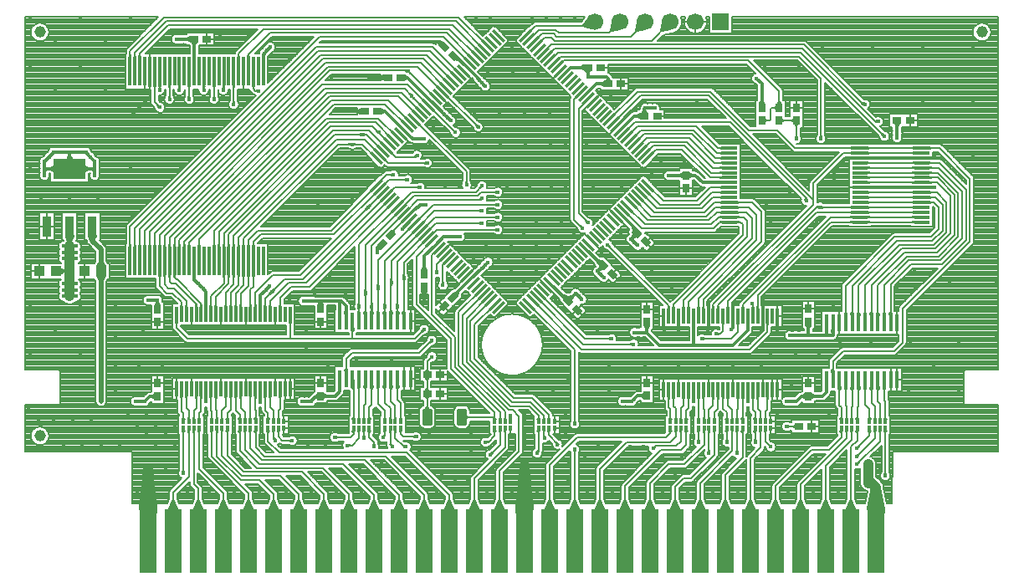
<source format=gbr>
G04 DipTrace 4.0.0.5*
G04 1 - Top.gbr*
%MOIN*%
G04 #@! TF.FileFunction,Copper,L1,Top*
G04 #@! TF.Part,Single*
%AMOUTLINE0*
4,1,4,
0.022271,-0.002784,
0.002784,-0.022271,
-0.022271,0.002784,
-0.002784,0.022271,
0.022271,-0.002784,
0*%
%AMOUTLINE3*
4,1,4,
0.002784,0.022271,
0.022271,0.002784,
-0.002784,-0.022271,
-0.022271,-0.002784,
0.002784,0.022271,
0*%
%AMOUTLINE6*
4,1,4,
-0.022271,0.002784,
-0.002784,0.022271,
0.022271,-0.002784,
0.002784,-0.022271,
-0.022271,0.002784,
0*%
%AMOUTLINE9*
4,1,28,
-0.010236,0.034252,
0.010236,0.034252,
0.012784,0.033917,
0.015157,0.032933,
0.017196,0.031369,
0.01876,0.029331,
0.019743,0.026957,
0.020079,0.024409,
0.020079,-0.024409,
0.019743,-0.026957,
0.01876,-0.029331,
0.017196,-0.031369,
0.015157,-0.032933,
0.012784,-0.033917,
0.010236,-0.034252,
-0.010236,-0.034252,
-0.012784,-0.033917,
-0.015157,-0.032933,
-0.017196,-0.031369,
-0.01876,-0.029331,
-0.019743,-0.026957,
-0.020079,-0.024409,
-0.020079,0.024409,
-0.019743,0.026957,
-0.01876,0.029331,
-0.017196,0.031369,
-0.015157,0.032933,
-0.012784,0.033917,
-0.010236,0.034252,
0*%
%AMOUTLINE12*
4,1,28,
0.010236,-0.034252,
-0.010236,-0.034252,
-0.012784,-0.033917,
-0.015157,-0.032933,
-0.017196,-0.031369,
-0.01876,-0.029331,
-0.019743,-0.026957,
-0.020079,-0.024409,
-0.020079,0.024409,
-0.019743,0.026957,
-0.01876,0.029331,
-0.017196,0.031369,
-0.015157,0.032933,
-0.012784,0.033917,
-0.010236,0.034252,
0.010236,0.034252,
0.012784,0.033917,
0.015157,0.032933,
0.017196,0.031369,
0.01876,0.029331,
0.019743,0.026957,
0.020079,0.024409,
0.020079,-0.024409,
0.019743,-0.026957,
0.01876,-0.029331,
0.017196,-0.031369,
0.015157,-0.032933,
0.012784,-0.033917,
0.010236,-0.034252,
0*%
%AMOUTLINE15*
4,1,4,
0.018095,0.026447,
0.026447,0.018095,
-0.018095,-0.026447,
-0.026447,-0.018095,
0.018095,0.026447,
0*%
%AMOUTLINE18*
4,1,4,
0.026447,-0.018095,
0.018095,-0.026447,
-0.026447,0.018095,
-0.018095,0.026447,
0.026447,-0.018095,
0*%
G04 #@! TA.AperFunction,CopperBalancing*
%ADD15C,0.007874*%
G04 #@! TA.AperFunction,Conductor*
%ADD16C,0.011811*%
%ADD17C,0.019685*%
%ADD18C,0.03937*%
%ADD19R,0.043307X0.03937*%
%ADD20R,0.027559X0.035433*%
%ADD21R,0.035433X0.027559*%
G04 #@! TA.AperFunction,ComponentPad*
%ADD22C,0.045354*%
%ADD25R,0.070866X0.255906*%
G04 #@! TA.AperFunction,ComponentPad*
%ADD26R,0.066929X0.066929*%
%ADD28C,0.066929*%
%ADD30R,0.015748X0.019685*%
%ADD31R,0.011811X0.019685*%
%ADD32R,0.037402X0.084646*%
%ADD33R,0.127953X0.084646*%
%ADD34R,0.011811X0.11811*%
%ADD36R,0.062992X0.011811*%
%ADD37R,0.011811X0.062992*%
%ADD38R,0.015748X0.070866*%
G04 #@! TA.AperFunction,ViaPad*
%ADD39C,0.017717*%
%ADD84OUTLINE0*%
%ADD87OUTLINE3*%
%ADD90OUTLINE6*%
%ADD93OUTLINE9*%
%ADD96OUTLINE12*%
%ADD99OUTLINE15*%
%ADD102OUTLINE18*%
%FSLAX26Y26*%
G04*
G70*
G90*
G75*
G01*
G04 Top*
%LPD*%
G36*
X2319055Y1043937D2*
X2321024Y1036063D1*
Y1035079D1*
X2315118Y1026220D1*
X2309213Y1036063D1*
X2311181Y1043937D1*
X2319055D1*
G37*
X2315118Y1026220D2*
D15*
Y1062908D1*
X2134325Y1243701D1*
Y1362451D1*
X2043701Y1453076D1*
Y1689155D1*
X2071535Y1716990D1*
G36*
X2311181Y980945D2*
X2309213Y988819D1*
X2315118Y998661D1*
X2321024Y989803D1*
Y988819D1*
X2319055Y980945D1*
X2311181D1*
G37*
G36*
X2287756Y900938D2*
X2283808Y893790D1*
X2283112Y893093D1*
X2274343Y901862D1*
X2275039Y902559D1*
X2282188Y906507D1*
X2287756Y900938D1*
G37*
X2274950Y893701D2*
D15*
X2315118Y933869D1*
Y998661D1*
G36*
X1855068Y2256545D2*
X1843257Y2250639D1*
X1841486D1*
Y2274261D1*
X1843257D1*
X1855068Y2268356D1*
Y2256545D1*
G37*
X1825541Y2262450D2*
D16*
X1857358D1*
X1932341Y2187467D1*
G36*
X1945693Y2390920D2*
X1937008Y2385014D1*
X1935236D1*
Y2408636D1*
X1937008D1*
X1945693Y2402731D1*
Y2390920D1*
G37*
X1919291Y2396825D2*
D16*
X1945693D1*
X2043697Y2298822D1*
G36*
X2148891Y2463665D2*
X2134129Y2465606D1*
X2132594Y2466492D1*
X2148459Y2482357D1*
X2149993Y2481471D1*
X2157241Y2472016D1*
X2148891Y2463665D1*
G37*
X2127722Y2484253D2*
D16*
X2136654D1*
X2182891Y2438016D1*
G36*
X1090453Y2524675D2*
X1084547Y2536486D1*
Y2537864D1*
X1108169D1*
Y2536486D1*
X1102264Y2524675D1*
X1090453D1*
G37*
X1096358Y2421654D2*
D16*
Y2550265D1*
X1096318Y2550306D1*
G36*
X1897173Y1787610D2*
X1895820Y1777828D1*
X1894932Y1776295D1*
X1884432Y1786795D1*
X1885322Y1788327D1*
X1891606Y1793177D1*
X1897173Y1787610D1*
G37*
X1946261Y1842265D2*
D15*
X1880547Y1776551D1*
Y1768047D1*
G36*
X2018356Y1642568D2*
X2024261Y1630757D1*
Y1628986D1*
X2000639D1*
Y1630757D1*
X2006545Y1642568D1*
X2018356D1*
G37*
X2057615Y1730909D2*
D16*
X2012450Y1685744D1*
Y1613041D1*
G36*
X3081791Y2000886D2*
X3069980Y1994980D1*
X3068602D1*
Y2018602D1*
X3069980D1*
X3081791Y2012697D1*
Y2000886D1*
G37*
X3229136Y1978416D2*
D16*
X3121486D1*
X3093110Y2006791D1*
X3056201D1*
G36*
X2151899Y1538451D2*
X2147945Y1525702D1*
X2146732Y1524411D1*
X2130234Y1540909D1*
X2131446Y1542201D1*
X2143547Y1546803D1*
X2151899Y1538451D1*
G37*
X2127421Y1521172D2*
D16*
Y1522325D1*
X2196810Y1591715D1*
G36*
X2860458Y2249606D2*
X2872269Y2255512D1*
X2874041D1*
Y2231890D1*
X2872269D1*
X2860458Y2237795D1*
Y2249606D1*
G37*
X2792562Y2187467D2*
D16*
X2848795Y2243701D1*
X2889986D1*
G36*
X2716707Y2377731D2*
X2728518Y2383636D1*
X2730290D1*
Y2360014D1*
X2728518D1*
X2716707Y2365920D1*
Y2377731D1*
G37*
X2746235Y2371825D2*
D16*
X2698531D1*
X2653367Y2326661D1*
G36*
X2635458Y2443357D2*
X2647269Y2449262D1*
X2649041D1*
Y2425640D1*
X2647269D1*
X2635458Y2431546D1*
Y2443357D1*
G37*
X2664986Y2437451D2*
D16*
X2597125D1*
X2569850Y2410177D1*
G36*
X2568255Y1532066D2*
X2580929Y1528037D1*
X2582199Y1526802D1*
X2565495Y1510097D1*
X2564224Y1511332D1*
X2559903Y1523714D1*
X2568255Y1532066D1*
G37*
X2514173Y1577795D2*
D16*
X2584702Y1507268D1*
X2585214D1*
G36*
X2706630Y1672079D2*
X2720026Y1668772D1*
X2721423Y1667681D1*
X2705446Y1651705D1*
X2704051Y1652797D1*
X2698278Y1663727D1*
X2706630Y1672079D1*
G37*
X2725605Y1649297D2*
D16*
X2721062D1*
X2653367Y1716990D1*
G36*
X2848949Y1808147D2*
X2882253Y1774638D1*
X2858024Y1780837D1*
X2844971Y1785049D1*
X2844091Y1786585D1*
X2840598Y1799797D1*
X2848949Y1808147D1*
G37*
X2859980Y1777421D2*
D16*
Y1788765D1*
X2792562Y1856184D1*
G36*
X1582874Y1500295D2*
X1575026Y1500000D1*
X1574140D1*
Y1512402D1*
X1575026D1*
X1582874Y1512106D1*
Y1500295D1*
G37*
G36*
X1707546Y1473022D2*
X1709514Y1461211D1*
Y1457668D1*
X1701640Y1425778D1*
X1693766Y1461211D1*
X1695735Y1473022D1*
X1707546D1*
G37*
X1568701Y1506201D2*
D16*
X1599951D1*
X1675835D1*
X1681903D1*
X1701640Y1486463D1*
Y1425778D1*
G36*
X1681740Y1473022D2*
X1683925Y1461211D1*
X1675924Y1453337D1*
X1668238Y1457668D1*
X1668175Y1461211D1*
X1669929Y1473022D1*
X1681740D1*
G37*
X1676050Y1425778D2*
D16*
X1675835D1*
Y1506201D1*
G36*
X1106604Y1589150D2*
X1112362Y1583810D1*
X1112990Y1583182D1*
X1104220Y1574413D1*
X1103593Y1575041D1*
X1098252Y1580798D1*
X1106604Y1589150D1*
G37*
X1096358Y1665748D2*
D16*
Y1591043D1*
X1112450Y1574951D1*
X1112451D1*
G36*
X955857Y1502340D2*
X961762Y1490529D1*
Y1488757D1*
X938140D1*
Y1490529D1*
X944046Y1502340D1*
X955857D1*
G37*
G36*
X944046Y1495152D2*
X943751Y1503000D1*
Y1503886D1*
X956152D1*
Y1503000D1*
X955857Y1495152D1*
X944046D1*
G37*
X949951Y1472812D2*
D16*
Y1509325D1*
G36*
X2226584Y2402675D2*
X2232113Y2396262D1*
X2232661Y2395567D1*
X2222959Y2387845D1*
X2222409Y2388539D1*
X2218232Y2394323D1*
X2226584Y2402675D1*
G37*
X2231201Y2387451D2*
D16*
Y2389706D1*
X2182891Y2438016D1*
G36*
X2104528Y1768357D2*
X2112375Y1768652D1*
X2113261D1*
Y1756251D1*
X2112375D1*
X2104528Y1756546D1*
Y1768357D1*
G37*
X2118701Y1762451D2*
D16*
X2089157D1*
X2057615Y1730909D1*
G36*
X1605857Y1505068D2*
X1611762Y1493257D1*
Y1491486D1*
X1588140D1*
Y1493257D1*
X1594046Y1505068D1*
X1605857D1*
G37*
X1599951Y1475541D2*
D16*
Y1506201D1*
G36*
X2905856Y1395374D2*
X2906151Y1387526D1*
Y1386640D1*
X2893749D1*
Y1387526D1*
X2894045Y1395374D1*
X2905856D1*
G37*
G36*
X2894045Y1393450D2*
X2888139Y1405261D1*
Y1407033D1*
X2911761D1*
Y1405261D1*
X2905856Y1393450D1*
X2894045D1*
G37*
X2899950Y1381201D2*
D16*
Y1422978D1*
G36*
X2905797Y1367003D2*
X2900039Y1372343D1*
X2899412Y1372970D1*
X2908181Y1381739D1*
X2908808Y1381112D1*
X2914148Y1375354D1*
X2905797Y1367003D1*
G37*
X3085433Y1447589D2*
D16*
Y1331201D1*
X2949950D1*
X2899950Y1381201D1*
X3301969Y1447589D2*
Y1389469D1*
X3243701Y1331201D1*
X3085433D1*
G36*
X3537795Y1394831D2*
X3531890Y1406642D1*
Y1408413D1*
X3555512D1*
Y1406642D1*
X3549606Y1394831D1*
X3537795D1*
G37*
G36*
X3635138Y1373126D2*
X3633169Y1384937D1*
X3641043Y1420370D1*
X3648917Y1388480D1*
Y1384937D1*
X3646949Y1373126D1*
X3635138D1*
G37*
X3543699Y1424360D2*
D17*
X3543701Y1424358D1*
D16*
Y1368701D1*
X3615453D1*
X3641043D1*
Y1420370D1*
G36*
X3609547Y1373126D2*
X3607579Y1384937D1*
X3615453Y1420370D1*
X3623327Y1388480D1*
Y1384937D1*
X3621358Y1373126D1*
X3609547D1*
G37*
X3615453Y1420370D2*
D16*
Y1368701D1*
G36*
X1066790Y2556211D2*
X1078601Y2562117D1*
X1080373D1*
Y2538495D1*
X1078601D1*
X1066790Y2544400D1*
Y2556211D1*
G37*
G36*
X1076618Y2544400D2*
X1068932Y2543909D1*
X1068046Y2543887D1*
X1067735Y2556285D1*
X1068619Y2556307D1*
X1076618Y2556211D1*
Y2544400D1*
G37*
X1096318Y2550306D2*
D16*
X1062807D1*
X1062451Y2549950D1*
G36*
X1366043Y2480052D2*
X1367537Y2488854D1*
X1367735Y2489718D1*
X1379846Y2487054D1*
X1379648Y2486190D1*
X1377854Y2480052D1*
X1366043D1*
G37*
X1371949Y2421654D2*
D16*
Y2490698D1*
X1374951Y2493701D1*
G36*
X1057874Y2544045D2*
X1050026Y2543749D1*
X1049140D1*
Y2556151D1*
X1050026D1*
X1057874Y2555856D1*
Y2544045D1*
G37*
G36*
X1048278Y2555856D2*
X1056126Y2556151D1*
X1057012D1*
Y2543749D1*
X1056126D1*
X1048278Y2544045D1*
Y2555856D1*
G37*
X1043701Y2549950D2*
D16*
X1062451D1*
G36*
X1039123Y2544045D2*
X1031276Y2543749D1*
X1030390D1*
Y2556151D1*
X1031276D1*
X1039123Y2555856D1*
Y2544045D1*
G37*
G36*
X1029528Y2555856D2*
X1037375Y2556151D1*
X1038261D1*
Y2543749D1*
X1037375D1*
X1029528Y2544045D1*
Y2555856D1*
G37*
X1024950Y2549950D2*
D16*
X1043701D1*
G36*
X1382627Y1559728D2*
X1387967Y1565487D1*
X1388594Y1566114D1*
X1397364Y1557345D1*
X1396736Y1556718D1*
X1390979Y1551377D1*
X1382627Y1559728D1*
G37*
X1360202Y1452054D2*
D16*
Y1528951D1*
X1381201Y1549950D1*
X1396825Y1565575D1*
Y1565576D1*
G36*
X2864123Y1375295D2*
X2856276Y1375000D1*
X2855390D1*
Y1387402D1*
X2856276D1*
X2864123Y1387106D1*
Y1375295D1*
G37*
G36*
X2885777Y1387106D2*
X2893625Y1387402D1*
X2894510D1*
Y1375000D1*
X2893625D1*
X2885777Y1375295D1*
Y1387106D1*
G37*
G36*
X2860777D2*
X2868625Y1387402D1*
X2869510D1*
Y1375000D1*
X2868625D1*
X2860777Y1375295D1*
Y1387106D1*
G37*
G36*
X2889123Y1375295D2*
X2881276Y1375000D1*
X2880390D1*
Y1387402D1*
X2881276D1*
X2889123Y1387106D1*
Y1375295D1*
G37*
X2849950Y1381201D2*
D16*
X2899950D1*
G36*
X1367003Y1544104D2*
X1372343Y1549861D1*
X1372970Y1550488D1*
X1381739Y1541719D1*
X1381112Y1541092D1*
X1375354Y1535752D1*
X1367003Y1544104D1*
G37*
G36*
X1395399Y1555797D2*
X1390059Y1550039D1*
X1389432Y1549412D1*
X1380663Y1558181D1*
X1381290Y1558808D1*
X1387047Y1564148D1*
X1395399Y1555797D1*
G37*
X1381201Y1549950D2*
D16*
D3*
G36*
X1554528Y1512106D2*
X1562375Y1512402D1*
X1563261D1*
Y1500000D1*
X1562375D1*
X1554528Y1500295D1*
Y1512106D1*
G37*
G36*
X1545374Y1500295D2*
X1537526Y1500000D1*
X1536640D1*
Y1512402D1*
X1537526D1*
X1545374Y1512106D1*
Y1500295D1*
G37*
G36*
X1564123D2*
X1556276Y1500000D1*
X1555390D1*
Y1512402D1*
X1556276D1*
X1564123Y1512106D1*
Y1500295D1*
G37*
G36*
X1535777Y1512106D2*
X1543625Y1512402D1*
X1544510D1*
Y1500000D1*
X1543625D1*
X1535777Y1500295D1*
Y1512106D1*
G37*
X1568701Y1506201D2*
D16*
X1531201D1*
G36*
X579381Y1619045D2*
X567570Y1613139D1*
X565404D1*
Y1636761D1*
X567570D1*
X579381Y1630856D1*
Y1619045D1*
G37*
G36*
X585777Y1630856D2*
X593625Y1631152D1*
X594510D1*
Y1618751D1*
X593625D1*
X585777Y1619045D1*
Y1630856D1*
G37*
X545916Y1624950D2*
D16*
X599950D1*
Y1624951D1*
G36*
X610777Y1730856D2*
X618625Y1731151D1*
X619510D1*
Y1718749D1*
X618625D1*
X610777Y1719045D1*
Y1730856D1*
G37*
G36*
X589123Y1719045D2*
X581276Y1718749D1*
X580390D1*
Y1731151D1*
X581276D1*
X589123Y1730856D1*
Y1719045D1*
G37*
G36*
X614123D2*
X606276Y1718749D1*
X605390D1*
Y1731151D1*
X606276D1*
X614123Y1730856D1*
Y1719045D1*
G37*
G36*
X585777Y1730856D2*
X593625Y1731151D1*
X594510D1*
Y1718749D1*
X593625D1*
X585777Y1719045D1*
Y1730856D1*
G37*
X624950Y1724950D2*
D16*
X574950D1*
G36*
X610777Y1705857D2*
X618625Y1706152D1*
X619510D1*
Y1693751D1*
X618625D1*
X610777Y1694046D1*
Y1705857D1*
G37*
G36*
X589123Y1694046D2*
X581276Y1693751D1*
X580390D1*
Y1706152D1*
X581276D1*
X589123Y1705857D1*
Y1694046D1*
G37*
G36*
X614123D2*
X606276Y1693751D1*
X605390D1*
Y1706152D1*
X606276D1*
X614123Y1705857D1*
Y1694046D1*
G37*
G36*
X585777Y1705857D2*
X593625Y1706152D1*
X594510D1*
Y1693751D1*
X593625D1*
X585777Y1694046D1*
Y1705857D1*
G37*
X624950Y1699951D2*
D16*
X574950D1*
G36*
X610777Y1680857D2*
X618625Y1681152D1*
X619510D1*
Y1668751D1*
X618625D1*
X610777Y1669046D1*
Y1680857D1*
G37*
G36*
X589123Y1669046D2*
X581276Y1668751D1*
X580390D1*
Y1681152D1*
X581276D1*
X589123Y1680857D1*
Y1669046D1*
G37*
G36*
X614123D2*
X606276Y1668751D1*
X605390D1*
Y1681152D1*
X606276D1*
X614123Y1680857D1*
Y1669046D1*
G37*
G36*
X585777Y1680857D2*
X593625Y1681152D1*
X594510D1*
Y1668751D1*
X593625D1*
X585777Y1669046D1*
Y1680857D1*
G37*
X624950Y1674951D2*
D16*
X574950D1*
G36*
X610777Y1580857D2*
X618625Y1581152D1*
X619510D1*
Y1568751D1*
X618625D1*
X610777Y1569046D1*
Y1580857D1*
G37*
G36*
X589123Y1569046D2*
X581276Y1568751D1*
X580390D1*
Y1581152D1*
X581276D1*
X589123Y1580857D1*
Y1569046D1*
G37*
G36*
X614123D2*
X606276Y1568751D1*
X605390D1*
Y1581152D1*
X606276D1*
X614123Y1580857D1*
Y1569046D1*
G37*
G36*
X585777Y1580857D2*
X593625Y1581152D1*
X594510D1*
Y1568751D1*
X593625D1*
X585777Y1569046D1*
Y1580857D1*
G37*
X624950Y1574951D2*
D16*
X574950D1*
G36*
X610777Y1555856D2*
X618625Y1556151D1*
X619510D1*
Y1543749D1*
X618625D1*
X610777Y1544045D1*
Y1555856D1*
G37*
G36*
X589123Y1544045D2*
X581276Y1543749D1*
X580390D1*
Y1556151D1*
X581276D1*
X589123Y1555856D1*
Y1544045D1*
G37*
G36*
X614123D2*
X606276Y1543749D1*
X605390D1*
Y1556151D1*
X606276D1*
X614123Y1555856D1*
Y1544045D1*
G37*
G36*
X585777Y1555856D2*
X593625Y1556151D1*
X594510D1*
Y1543749D1*
X593625D1*
X585777Y1544045D1*
Y1555856D1*
G37*
X624950Y1549950D2*
D16*
X574950D1*
G36*
X610777Y1530856D2*
X618625Y1531151D1*
X619510D1*
Y1518749D1*
X618625D1*
X610777Y1519045D1*
Y1530856D1*
G37*
G36*
X589123Y1519045D2*
X581276Y1518749D1*
X580390D1*
Y1531151D1*
X581276D1*
X589123Y1530856D1*
Y1519045D1*
G37*
G36*
X614123D2*
X606276Y1518749D1*
X605390D1*
Y1531151D1*
X606276D1*
X614123Y1530856D1*
Y1519045D1*
G37*
G36*
X585777Y1530856D2*
X593625Y1531151D1*
X594510D1*
Y1518749D1*
X593625D1*
X585777Y1519045D1*
Y1530856D1*
G37*
X624950Y1524950D2*
D16*
X574950D1*
X599950Y1724950D2*
D18*
Y1524950D1*
G36*
X590109Y1742520D2*
X581251Y1762205D1*
X599951Y1804528D1*
X618652Y1766437D1*
Y1762205D1*
X609794Y1742520D1*
X590109D1*
G37*
X599951Y1804528D2*
D17*
Y1724951D1*
D16*
X599950Y1724950D1*
G36*
X505857Y2020374D2*
X506152Y2012526D1*
Y2011640D1*
X493751D1*
Y2012526D1*
X494046Y2020374D1*
X505857D1*
G37*
G36*
X494046Y2048278D2*
X493751Y2056126D1*
Y2057012D1*
X506152D1*
Y2056126D1*
X505857Y2048278D1*
X494046D1*
G37*
G36*
Y2029528D2*
X493751Y2037375D1*
Y2038261D1*
X506152D1*
Y2037375D1*
X505857Y2029528D1*
X494046D1*
G37*
G36*
X505857Y2057874D2*
X506152Y2050026D1*
Y2049140D1*
X493751D1*
Y2050026D1*
X494046Y2057874D1*
X505857D1*
G37*
G36*
X494046Y2010778D2*
X493751Y2018626D1*
Y2019512D1*
X506152D1*
Y2018626D1*
X505857Y2010778D1*
X494046D1*
G37*
G36*
X505857Y2039125D2*
X506152Y2031277D1*
Y2030391D1*
X493751D1*
Y2031277D1*
X494046Y2039125D1*
X505857D1*
G37*
X499951Y2006201D2*
D16*
Y2062451D1*
G36*
X705857Y2020374D2*
X706152Y2012526D1*
Y2011640D1*
X693751D1*
Y2012526D1*
X694046Y2020374D1*
X705857D1*
G37*
G36*
X694046Y2048278D2*
X693751Y2056126D1*
Y2057012D1*
X706152D1*
Y2056126D1*
X705857Y2048278D1*
X694046D1*
G37*
G36*
Y2029528D2*
X693751Y2037375D1*
Y2038261D1*
X706152D1*
Y2037375D1*
X705857Y2029528D1*
X694046D1*
G37*
G36*
X705857Y2057874D2*
X706152Y2050026D1*
Y2049140D1*
X693751D1*
Y2050026D1*
X694046Y2057874D1*
X705857D1*
G37*
G36*
X694046Y2010778D2*
X693751Y2018626D1*
Y2019512D1*
X706152D1*
Y2018626D1*
X705857Y2010778D1*
X694046D1*
G37*
G36*
X705857Y2039125D2*
X706152Y2031277D1*
Y2030391D1*
X693751D1*
Y2031277D1*
X694046Y2039125D1*
X705857D1*
G37*
X699951Y2006201D2*
D16*
Y2062451D1*
G36*
X567249Y2094046D2*
X559402Y2093751D1*
X558516D1*
Y2106152D1*
X559402D1*
X567249Y2105857D1*
Y2094046D1*
G37*
G36*
X632652Y2105857D2*
X640500Y2106152D1*
X641386D1*
Y2093751D1*
X640500D1*
X632652Y2094046D1*
Y2105857D1*
G37*
G36*
X557652D2*
X565500Y2106152D1*
X566386D1*
Y2093751D1*
X565500D1*
X557652Y2094046D1*
Y2105857D1*
G37*
G36*
X585999Y2094046D2*
X578151Y2093751D1*
X577265D1*
Y2106152D1*
X578151D1*
X585999Y2105857D1*
Y2094046D1*
G37*
G36*
X576403Y2105857D2*
X584251Y2106152D1*
X585136D1*
Y2093751D1*
X584251D1*
X576403Y2094046D1*
Y2105857D1*
G37*
G36*
X604749Y2094046D2*
X596902Y2093751D1*
X596016D1*
Y2106152D1*
X596902D1*
X604749Y2105857D1*
Y2094046D1*
G37*
G36*
X595152Y2105857D2*
X603000Y2106152D1*
X603886D1*
Y2093751D1*
X603000D1*
X595152Y2094046D1*
Y2105857D1*
G37*
G36*
X613903D2*
X621751Y2106152D1*
X622636D1*
Y2093751D1*
X621751D1*
X613903Y2094046D1*
Y2105857D1*
G37*
G36*
X642249Y2094046D2*
X634402Y2093751D1*
X633516D1*
Y2106152D1*
X634402D1*
X642249Y2105857D1*
Y2094046D1*
G37*
X553076Y2099951D2*
D16*
X599951D1*
X646825D1*
G36*
X514150Y2068298D2*
X508810Y2062541D1*
X508182Y2061913D1*
X499413Y2070682D1*
X500041Y2071310D1*
X505798Y2076650D1*
X514150Y2068298D1*
G37*
G36*
X537042Y2105843D2*
X547731Y2107016D1*
X548542Y2106660D1*
X546718Y2094394D1*
X545907Y2094748D1*
X543650Y2097798D1*
X537042Y2105843D1*
G37*
X499951Y2062451D2*
D16*
X518701Y2081201D1*
X535888Y2098388D1*
X537451Y2099951D1*
X553076D1*
G36*
X694105Y2076650D2*
X699862Y2071310D1*
X700490Y2070682D1*
X691720Y2061913D1*
X691093Y2062541D1*
X685753Y2068298D1*
X694105Y2076650D1*
G37*
G36*
X656252Y2097799D2*
X653995Y2094749D1*
X653184Y2094394D1*
X651358Y2106660D1*
X652171Y2107016D1*
X662861Y2105843D1*
X656252Y2097799D1*
G37*
X699951Y2062451D2*
D16*
X681201Y2081202D1*
X664014Y2098388D1*
X662451Y2099951D1*
X646825D1*
G36*
X524164Y2038780D2*
X535975Y2044685D1*
X542373D1*
Y2021063D1*
X535975D1*
X524164Y2026969D1*
Y2038780D1*
G37*
G36*
X509228Y2026969D2*
X508789Y2024344D1*
X508287Y2023614D1*
X500234Y2033045D1*
X500735Y2033776D1*
X509228Y2038780D1*
Y2026969D1*
G37*
G36*
X495715Y2028760D2*
X497160Y2035294D1*
X497667Y2036021D1*
X499951Y2043701D1*
X508301Y2040741D1*
X505245Y2038780D1*
X495715Y2028760D1*
G37*
G36*
X494046Y2029528D2*
X493751Y2037375D1*
Y2038261D1*
X506152D1*
Y2037375D1*
X505857Y2029528D1*
X494046D1*
G37*
X599951Y2032874D2*
D16*
X499951D1*
Y2024951D1*
G36*
X675739Y2026969D2*
X663928Y2021063D1*
X657530D1*
Y2044685D1*
X663928D1*
X675739Y2038780D1*
Y2026969D1*
G37*
G36*
X690675Y2038780D2*
X699168Y2033776D1*
X699669Y2033045D1*
X691615Y2023614D1*
X691114Y2024344D1*
X690675Y2026969D1*
Y2038780D1*
G37*
X599951Y2032874D2*
D16*
X696825D1*
Y2024951D1*
X699951D1*
G36*
X605857Y2087008D2*
X611762Y2075197D1*
Y2070965D1*
X588140D1*
Y2075197D1*
X594046Y2087008D1*
X605857D1*
G37*
X599951Y2032874D2*
D16*
Y2099951D1*
G36*
X669661Y2084390D2*
X664273Y2091190D1*
X663756Y2091909D1*
X673794Y2099193D1*
X674310Y2098472D1*
X678013Y2092741D1*
X669661Y2084390D1*
G37*
G36*
X651403Y2105857D2*
X659251Y2106152D1*
X660136D1*
Y2093751D1*
X659251D1*
X651403Y2094046D1*
Y2105857D1*
G37*
X665576Y2099951D2*
D16*
X664014Y2098388D1*
G36*
X521888Y2092740D2*
X525592Y2098472D1*
X526108Y2099192D1*
X536146Y2091909D1*
X535630Y2091190D1*
X530240Y2084388D1*
X521888Y2092740D1*
G37*
G36*
X548499Y2094046D2*
X540651Y2093751D1*
X539765D1*
Y2106152D1*
X540651D1*
X548499Y2105857D1*
Y2094046D1*
G37*
X534325Y2099951D2*
D16*
X535888Y2098388D1*
G36*
X504503Y2075354D2*
X509843Y2081112D1*
X510470Y2081739D1*
X519239Y2072970D1*
X518612Y2072343D1*
X512854Y2067003D1*
X504503Y2075354D1*
G37*
G36*
X532899Y2087047D2*
X527559Y2081290D1*
X526932Y2080663D1*
X518163Y2089432D1*
X518790Y2090059D1*
X524547Y2095399D1*
X532899Y2087047D1*
G37*
X518701Y2081201D2*
D16*
D3*
G36*
X687047Y2067004D2*
X681290Y2072343D1*
X680664Y2072970D1*
X689432Y2081739D1*
X690059Y2081113D1*
X695399Y2075356D1*
X687047Y2067004D1*
G37*
G36*
X675356Y2095399D2*
X681113Y2090059D1*
X681739Y2089432D1*
X672970Y2080664D1*
X672343Y2081290D1*
X667004Y2087047D1*
X675356Y2095399D1*
G37*
X681201Y2081201D2*
D16*
Y2081202D1*
G36*
X1137047Y1542003D2*
X1131290Y1547343D1*
X1130663Y1547970D1*
X1139432Y1556739D1*
X1140059Y1556112D1*
X1145399Y1550354D1*
X1137047Y1542003D1*
G37*
X1143667Y1452054D2*
D16*
Y1543735D1*
X1131201Y1556201D1*
G36*
X1125354Y1570399D2*
X1131112Y1565059D1*
X1131739Y1564432D1*
X1122970Y1555663D1*
X1122343Y1556290D1*
X1117003Y1562047D1*
X1125354Y1570399D1*
G37*
G36*
X1118298Y1560752D2*
X1112541Y1566093D1*
X1111913Y1566720D1*
X1120682Y1575490D1*
X1121310Y1574862D1*
X1126650Y1569104D1*
X1118298Y1560752D1*
G37*
X1131201Y1556201D2*
D16*
X1112451Y1574950D1*
G36*
X1971171Y1875526D2*
X1978909Y1880424D1*
X1979692Y1880843D1*
X1985714Y1870001D1*
X1984933Y1869584D1*
X1979522Y1867175D1*
X1971171Y1875526D1*
G37*
X1987451Y1878076D2*
D16*
X1982072D1*
X1946261Y1842265D1*
G36*
X3890984Y2200274D2*
X3885079Y2212085D1*
Y2213463D1*
X3908701D1*
Y2212085D1*
X3902795Y2200274D1*
X3890984D1*
G37*
G36*
X3902795Y2207874D2*
X3903026Y2200026D1*
Y2199140D1*
X3890625D1*
Y2200026D1*
X3890984Y2207874D1*
X3902795D1*
G37*
X3896890Y2225865D2*
D16*
Y2193701D1*
X3896825D1*
G36*
X3890920Y2179528D2*
X3890625Y2187375D1*
Y2188261D1*
X3903026D1*
Y2187375D1*
X3902731Y2179528D1*
X3890920D1*
G37*
G36*
X3902731Y2189125D2*
X3903026Y2181277D1*
Y2180391D1*
X3890625D1*
Y2181277D1*
X3890920Y2189125D1*
X3902731D1*
G37*
X3896825Y2193701D2*
D16*
Y2174951D1*
G36*
X3890920Y2160778D2*
X3890625Y2168626D1*
Y2169512D1*
X3903026D1*
Y2168626D1*
X3902731Y2160778D1*
X3890920D1*
G37*
G36*
X3902731Y2170374D2*
X3903026Y2162526D1*
Y2161640D1*
X3890625D1*
Y2162526D1*
X3890920Y2170374D1*
X3902731D1*
G37*
X3896825Y2174951D2*
D16*
Y2156201D1*
G36*
X3364029Y2306631D2*
X3369934Y2294820D1*
Y2293049D1*
X3346312D1*
Y2294820D1*
X3352218Y2306631D1*
X3364029D1*
G37*
G36*
X3343298Y2379503D2*
X3337541Y2384843D1*
X3336913Y2385470D1*
X3345682Y2394239D1*
X3346310Y2393612D1*
X3351650Y2387854D1*
X3343298Y2379503D1*
G37*
X3358123Y2277104D2*
D16*
Y2373029D1*
X3337451Y2393701D1*
G36*
X3532874Y1362795D2*
X3525026Y1362500D1*
X3524140D1*
Y1374902D1*
X3525026D1*
X3532874Y1374606D1*
Y1362795D1*
G37*
X3543701Y1368701D2*
D16*
X3518701D1*
G36*
X3504528Y1374606D2*
X3512375Y1374902D1*
X3513261D1*
Y1362500D1*
X3512375D1*
X3504528Y1362795D1*
Y1374606D1*
G37*
G36*
X3482874Y1362795D2*
X3475026Y1362500D1*
X3474140D1*
Y1374902D1*
X3475026D1*
X3482874Y1374606D1*
Y1362795D1*
G37*
G36*
X3507874D2*
X3500026Y1362500D1*
X3499140D1*
Y1374902D1*
X3500026D1*
X3507874Y1374606D1*
Y1362795D1*
G37*
G36*
X3479528Y1374606D2*
X3487375Y1374902D1*
X3488261D1*
Y1362500D1*
X3487375D1*
X3479528Y1362795D1*
Y1374606D1*
G37*
X3518701Y1368701D2*
D16*
X3468701D1*
G36*
X3030610Y2012697D2*
X3042421Y2018602D1*
X3043799D1*
Y1994980D1*
X3042421D1*
X3030610Y2000886D1*
Y2012697D1*
G37*
G36*
X3039104Y2000886D2*
X3031529Y2000269D1*
X3030644Y2000231D1*
X3030127Y2012622D1*
X3031012Y2012660D1*
X3039104Y2012697D1*
Y2000886D1*
G37*
X3056201Y2006791D2*
D16*
X3025541D1*
X3024950Y2006201D1*
G36*
X3001625Y2000295D2*
X2993777Y2000000D1*
X2992891D1*
Y2012402D1*
X2993777D1*
X3001625Y2012106D1*
Y2000295D1*
G37*
G36*
X3010777Y2012106D2*
X3018625Y2012402D1*
X3019510D1*
Y2000000D1*
X3018625D1*
X3010777Y2000295D1*
Y2012106D1*
G37*
G36*
X2992028D2*
X2999875Y2012402D1*
X3000761D1*
Y2000000D1*
X2999875D1*
X2992028Y2000295D1*
Y2012106D1*
G37*
G36*
X3020374Y2000295D2*
X3012526Y2000000D1*
X3011640D1*
Y2012402D1*
X3012526D1*
X3020374Y2012106D1*
Y2000295D1*
G37*
X2987451Y2006201D2*
D16*
X3024950D1*
G36*
X2132874Y1756546D2*
X2125026Y1756251D1*
X2124140D1*
Y1768652D1*
X2125026D1*
X2132874Y1768357D1*
Y1756546D1*
G37*
G36*
X2142028Y1768357D2*
X2149875Y1768652D1*
X2150761D1*
Y1756251D1*
X2149875D1*
X2142028Y1756546D1*
Y1768357D1*
G37*
G36*
X2123278D2*
X2131126Y1768652D1*
X2132012D1*
Y1756251D1*
X2131126D1*
X2123278Y1756546D1*
Y1768357D1*
G37*
G36*
X2151625Y1756546D2*
X2143777Y1756251D1*
X2142891D1*
Y1768652D1*
X2143777D1*
X2151625Y1768357D1*
Y1756546D1*
G37*
X2118701Y1762451D2*
D16*
X2156201D1*
G36*
X2001650Y1883923D2*
X1996310Y1878165D1*
X1995682Y1877538D1*
X1986913Y1886307D1*
X1987541Y1886934D1*
X1993298Y1892274D1*
X2001650Y1883923D1*
G37*
G36*
X1985752Y1884728D2*
X1991092Y1890487D1*
X1991719Y1891114D1*
X2000488Y1882345D1*
X1999861Y1881718D1*
X1994104Y1876377D1*
X1985752Y1884728D1*
G37*
X1987451Y1878076D2*
D16*
X1999950Y1890575D1*
Y1890576D1*
G36*
X2014123Y1884671D2*
X2006276Y1884375D1*
X2005390D1*
Y1896777D1*
X2006276D1*
X2014123Y1896482D1*
Y1884671D1*
G37*
G36*
X2004528Y1896482D2*
X2012375Y1896777D1*
X2013261D1*
Y1884375D1*
X2012375D1*
X2004528Y1884671D1*
Y1896482D1*
G37*
X1999950Y1890576D2*
D16*
X2018701D1*
G36*
X2237047Y2373253D2*
X2231290Y2378593D1*
X2230663Y2379220D1*
X2239432Y2387990D1*
X2240059Y2387362D1*
X2245399Y2381605D1*
X2237047Y2373253D1*
G37*
G36*
X2250354Y2376650D2*
X2256112Y2371310D1*
X2256739Y2370682D1*
X2247970Y2361913D1*
X2247343Y2362541D1*
X2242003Y2368298D1*
X2250354Y2376650D1*
G37*
G36*
X2237856Y2389148D2*
X2243613Y2383808D1*
X2244239Y2383181D1*
X2235470Y2374413D1*
X2234843Y2375039D1*
X2229504Y2380797D1*
X2237856Y2389148D1*
G37*
G36*
X2249547Y2360753D2*
X2243790Y2366092D1*
X2243164Y2366719D1*
X2251932Y2375488D1*
X2252559Y2374862D1*
X2257899Y2369105D1*
X2249547Y2360753D1*
G37*
X2231201Y2387451D2*
D16*
X2256201Y2362451D1*
G36*
X2087854Y2264148D2*
X2093612Y2258808D1*
X2094239Y2258181D1*
X2085470Y2249412D1*
X2084843Y2250039D1*
X2079503Y2255797D1*
X2087854Y2264148D1*
G37*
X2043697Y2298822D2*
D16*
X2044829D1*
X2093701Y2249950D1*
G36*
X2099547Y2235752D2*
X2093790Y2241092D1*
X2093163Y2241719D1*
X2101932Y2250488D1*
X2102559Y2249861D1*
X2107899Y2244104D1*
X2099547Y2235752D1*
G37*
G36*
X2112854Y2239148D2*
X2118612Y2233808D1*
X2119239Y2233181D1*
X2110470Y2224412D1*
X2109843Y2225039D1*
X2104503Y2230797D1*
X2112854Y2239148D1*
G37*
G36*
X2100356Y2251647D2*
X2106113Y2246307D1*
X2106739Y2245680D1*
X2097970Y2236912D1*
X2097343Y2237538D1*
X2092004Y2243295D1*
X2100356Y2251647D1*
G37*
G36*
X2112047Y2223252D2*
X2106290Y2228591D1*
X2105664Y2229218D1*
X2114432Y2237987D1*
X2115059Y2237361D1*
X2120399Y2231604D1*
X2112047Y2223252D1*
G37*
X2093701Y2249950D2*
D16*
X2118701Y2224950D1*
G36*
X1998278Y2158982D2*
X2006126Y2159277D1*
X2007012D1*
Y2146875D1*
X2006126D1*
X1998278Y2147171D1*
Y2158982D1*
G37*
G36*
X1966531Y2161629D2*
X1971010Y2161010D1*
X1971861Y2160764D1*
X1967790Y2149049D1*
X1966940Y2149295D1*
X1958180Y2153277D1*
X1966531Y2161629D1*
G37*
G36*
X1989123Y2147171D2*
X1981276Y2146875D1*
X1980390D1*
Y2159277D1*
X1981276D1*
X1989123Y2158982D1*
Y2147171D1*
G37*
G36*
X1979528Y2158982D2*
X1987375Y2159277D1*
X1988261D1*
Y2146875D1*
X1987375D1*
X1979528Y2147171D1*
Y2158982D1*
G37*
G36*
X2007874Y2147171D2*
X2000026Y2146875D1*
X1999140D1*
Y2159277D1*
X2000026D1*
X2007874Y2158982D1*
Y2147171D1*
G37*
X1932341Y2187467D2*
D16*
X1966732Y2153076D1*
X2012451D1*
G36*
X2227654Y1630196D2*
X2232993Y1635953D1*
X2233621Y1636580D1*
X2242390Y1627811D1*
X2241762Y1627184D1*
X2236005Y1621844D1*
X2227654Y1630196D1*
G37*
X2196810Y1591715D2*
D16*
X2197525D1*
X2241852Y1636042D1*
G36*
X2256050Y1641888D2*
X2250710Y1636131D1*
X2250083Y1635504D1*
X2241314Y1644273D1*
X2241941Y1644900D1*
X2247698Y1650240D1*
X2256050Y1641888D1*
G37*
G36*
X2252654Y1655196D2*
X2257993Y1660953D1*
X2258621Y1661580D1*
X2267390Y1652811D1*
X2266762Y1652184D1*
X2261005Y1646844D1*
X2252654Y1655196D1*
G37*
G36*
X2240154Y1642696D2*
X2245493Y1648453D1*
X2246121Y1649080D1*
X2254890Y1640311D1*
X2254262Y1639684D1*
X2248505Y1634344D1*
X2240154Y1642696D1*
G37*
G36*
X2268550Y1654388D2*
X2263210Y1648631D1*
X2262583Y1648004D1*
X2253814Y1656773D1*
X2254441Y1657400D1*
X2260198Y1662740D1*
X2268550Y1654388D1*
G37*
X2241852Y1636042D2*
D16*
X2266852Y1661042D1*
G36*
X2607665Y1521188D2*
X2603490Y1508660D1*
X2602514Y1507685D1*
X2585811Y1524388D1*
X2586786Y1525364D1*
X2599314Y1529539D1*
X2607665Y1521188D1*
G37*
G36*
X2601378Y1531604D2*
X2606718Y1537361D1*
X2607345Y1537988D1*
X2616114Y1529219D1*
X2615487Y1528592D1*
X2609730Y1523252D1*
X2601378Y1531604D1*
G37*
X2585214Y1507268D2*
D16*
X2585394D1*
X2615576Y1537450D1*
G36*
X2621423Y1523252D2*
X2615665Y1528592D1*
X2615038Y1529219D1*
X2623807Y1537988D1*
X2624434Y1537361D1*
X2629774Y1531604D1*
X2621423Y1523252D1*
G37*
G36*
X2622228Y1539150D2*
X2627986Y1533808D1*
X2628613Y1533181D1*
X2619844Y1524412D1*
X2619217Y1525039D1*
X2613877Y1530798D1*
X2622228Y1539150D1*
G37*
X2615576Y1537450D2*
D16*
X2628075Y1524951D1*
Y1524950D1*
G36*
X2633921Y1510752D2*
X2628164Y1516092D1*
X2627537Y1516719D1*
X2636306Y1525488D1*
X2636933Y1524861D1*
X2642273Y1519104D1*
X2633921Y1510752D1*
G37*
G36*
X2634728Y1526648D2*
X2640487Y1521308D1*
X2641114Y1520681D1*
X2632345Y1511912D1*
X2631718Y1512539D1*
X2626377Y1518297D1*
X2634728Y1526648D1*
G37*
X2628075Y1524950D2*
D16*
X2640575Y1512450D1*
X2640576D1*
G36*
X2704243Y1634469D2*
X2707988Y1647427D1*
X2708903Y1648457D1*
X2725247Y1632113D1*
X2724332Y1631083D1*
X2712594Y1626117D1*
X2704243Y1634469D1*
G37*
G36*
X2717274Y1630797D2*
X2711934Y1625039D1*
X2711307Y1624412D1*
X2702538Y1633181D1*
X2703165Y1633808D1*
X2708923Y1639148D1*
X2717274Y1630797D1*
G37*
X2725605Y1649297D2*
D16*
Y1647479D1*
X2703076Y1624950D1*
G36*
X2708923Y1610752D2*
X2703165Y1616092D1*
X2702538Y1616719D1*
X2711307Y1625488D1*
X2711934Y1624861D1*
X2717274Y1619104D1*
X2708923Y1610752D1*
G37*
G36*
X2722228Y1614150D2*
X2727987Y1608810D1*
X2728614Y1608182D1*
X2719845Y1599413D1*
X2719218Y1600041D1*
X2713877Y1605798D1*
X2722228Y1614150D1*
G37*
G36*
X2709730Y1626648D2*
X2715487Y1621310D1*
X2716113Y1620682D1*
X2707345Y1611913D1*
X2706718Y1612539D1*
X2701378Y1618297D1*
X2709730Y1626648D1*
G37*
G36*
X2721421Y1598253D2*
X2715664Y1603593D1*
X2715038Y1604220D1*
X2723807Y1612988D1*
X2724434Y1612362D1*
X2729773Y1606605D1*
X2721421Y1598253D1*
G37*
X2703076Y1624950D2*
D16*
X2728075Y1599951D1*
X2728076D1*
G36*
X2838617Y1762593D2*
X2842364Y1775551D1*
X2843278Y1776581D1*
X2859622Y1760238D1*
X2858707Y1759207D1*
X2846969Y1754241D1*
X2838617Y1762593D1*
G37*
G36*
X2851650Y1758923D2*
X2846310Y1753165D1*
X2845682Y1752538D1*
X2836913Y1761307D1*
X2837541Y1761934D1*
X2843298Y1767274D1*
X2851650Y1758923D1*
G37*
X2859980Y1777421D2*
D16*
Y1775605D1*
X2837451Y1753076D1*
G36*
X2843298Y1738878D2*
X2837541Y1744218D1*
X2836913Y1744845D1*
X2845682Y1753614D1*
X2846310Y1752987D1*
X2851650Y1747230D1*
X2843298Y1738878D1*
G37*
G36*
X2856605Y1742274D2*
X2862362Y1736934D1*
X2862990Y1736307D1*
X2854220Y1727538D1*
X2853593Y1728165D1*
X2848253Y1733923D1*
X2856605Y1742274D1*
G37*
G36*
X2844105Y1754774D2*
X2849862Y1749434D1*
X2850488Y1748807D1*
X2841719Y1740039D1*
X2841092Y1740665D1*
X2835753Y1746423D1*
X2844105Y1754774D1*
G37*
G36*
X2855797Y1726379D2*
X2850039Y1731718D1*
X2849413Y1732345D1*
X2858181Y1741114D1*
X2858808Y1740488D1*
X2864148Y1734731D1*
X2855797Y1726379D1*
G37*
X2837451Y1753076D2*
D16*
X2862451Y1728076D1*
G36*
X935778Y1515231D2*
X943626Y1515526D1*
X944512D1*
Y1503125D1*
X943626D1*
X935778Y1503420D1*
Y1515231D1*
G37*
G36*
X926625Y1503420D2*
X918777Y1503125D1*
X917891D1*
Y1515526D1*
X918777D1*
X926625Y1515231D1*
Y1503420D1*
G37*
G36*
X945374D2*
X937526Y1503125D1*
X936640D1*
Y1515526D1*
X937526D1*
X945374Y1515231D1*
Y1503420D1*
G37*
G36*
X917028Y1515231D2*
X924875Y1515526D1*
X925761D1*
Y1503125D1*
X924875D1*
X917028Y1503420D1*
Y1515231D1*
G37*
X949951Y1509325D2*
D16*
X912451D1*
G36*
X2659080Y2411861D2*
X2653175Y2423672D1*
Y2425050D1*
X2676797D1*
Y2423672D1*
X2670891Y2411861D1*
X2659080D1*
G37*
X2664986Y2437451D2*
D16*
Y2400542D1*
X2665576Y2399951D1*
G36*
X2752140Y2394293D2*
X2758046Y2385605D1*
Y2384227D1*
X2734424D1*
Y2385605D1*
X2740329Y2394293D1*
X2752140D1*
G37*
X2746235Y2371825D2*
D16*
Y2394293D1*
X2740576Y2399951D1*
X2703076D1*
X2665576D2*
X2703076D1*
X2893701Y2274951D2*
X2931201D1*
G36*
X2895891Y2269291D2*
X2901797Y2257480D1*
Y2256102D1*
X2878175D1*
Y2257480D1*
X2884080Y2269291D1*
X2895891D1*
G37*
X2889986Y2243701D2*
D16*
Y2271236D1*
X2893701Y2274951D1*
G36*
X1385753Y2512854D2*
X1391093Y2518612D1*
X1391720Y2519239D1*
X1400490Y2510470D1*
X1399862Y2509843D1*
X1394105Y2504503D1*
X1385753Y2512854D1*
G37*
G36*
X1389150Y2499547D2*
X1383810Y2493790D1*
X1383182Y2493163D1*
X1374413Y2501932D1*
X1375041Y2502559D1*
X1380798Y2507899D1*
X1389150Y2499547D1*
G37*
G36*
X1401650Y2512047D2*
X1396310Y2506290D1*
X1395682Y2505663D1*
X1386913Y2514432D1*
X1387541Y2515059D1*
X1393298Y2520399D1*
X1401650Y2512047D1*
G37*
G36*
X1373253Y2500354D2*
X1378593Y2506112D1*
X1379220Y2506739D1*
X1387990Y2497970D1*
X1387362Y2497343D1*
X1381605Y2492003D1*
X1373253Y2500354D1*
G37*
X1399951Y2518701D2*
D16*
X1374951Y2493701D1*
G36*
X1625542Y1121976D2*
X1613731Y1116071D1*
X1612353D1*
Y1139693D1*
X1613731D1*
X1625542Y1133787D1*
Y1121976D1*
G37*
G36*
X1670144Y1150188D2*
X1668176Y1161999D1*
X1676050Y1197432D1*
X1683924Y1165542D1*
Y1161999D1*
X1681955Y1150188D1*
X1670144D1*
G37*
X1599951Y1127882D2*
D16*
X1659133D1*
X1676050Y1144799D1*
Y1197432D1*
G36*
X734794Y1664320D2*
X745615Y1644635D1*
X745740Y1642671D1*
X707478D1*
X707353Y1644635D1*
X715109Y1664320D1*
X734794D1*
G37*
G36*
X680660Y1746899D2*
X671802Y1762205D1*
X690503Y1804528D1*
X709203Y1766437D1*
Y1762205D1*
X700345Y1746899D1*
X680660D1*
G37*
X727165Y1624950D2*
D16*
X724951D1*
D17*
Y1712450D1*
X690503Y1746899D1*
Y1804528D1*
G36*
X1149572Y1118748D2*
X1149902Y1110900D1*
Y1110014D1*
X1137500D1*
Y1110900D1*
X1137761Y1118748D1*
X1149572D1*
G37*
X1143701Y1104575D2*
D16*
X1143667D1*
Y1156778D1*
G36*
X1365846Y1118421D2*
X1366142Y1110573D1*
Y1109688D1*
X1353740D1*
Y1110573D1*
X1354035Y1118421D1*
X1365846D1*
G37*
X1359941Y1104248D2*
D16*
Y1156778D1*
X1360202D1*
G36*
X3091339Y1119508D2*
X3091785Y1111783D1*
X3091802Y1110898D1*
X3079403Y1110657D1*
X3079386Y1111543D1*
X3079528Y1119508D1*
X3091339D1*
G37*
X3085707Y1105339D2*
D16*
X3085433D1*
Y1152314D1*
G36*
X3569290Y1121094D2*
X3557479Y1115189D1*
X3556101D1*
Y1138811D1*
X3557479D1*
X3569290Y1132906D1*
Y1121094D1*
G37*
G36*
X3609547Y1144780D2*
X3607579Y1156591D1*
X3615453Y1192024D1*
X3623327Y1160134D1*
Y1156591D1*
X3621358Y1144780D1*
X3609547D1*
G37*
X3543699Y1127000D2*
D16*
X3598875D1*
X3615453Y1143577D1*
Y1192024D1*
G36*
X2874360Y1133898D2*
X2886171Y1139803D1*
X2887549D1*
Y1116181D1*
X2886171D1*
X2874360Y1122087D1*
Y1133898D1*
G37*
G36*
X2817466Y1100815D2*
X2809618Y1100520D1*
X2808732D1*
Y1112921D1*
X2809618D1*
X2817466Y1112626D1*
Y1100815D1*
G37*
G36*
X2836215D2*
X2828367Y1100520D1*
X2827482D1*
Y1112921D1*
X2828367D1*
X2836215Y1112626D1*
Y1100815D1*
G37*
G36*
X2807869Y1112626D2*
X2815717Y1112921D1*
X2816602D1*
Y1100520D1*
X2815717D1*
X2807869Y1100815D1*
Y1112626D1*
G37*
X2899950Y1127992D2*
D16*
X2861538D1*
X2840266Y1106720D1*
X2803293D1*
G36*
X3307874Y1119302D2*
X3308371Y1111622D1*
X3308395Y1110736D1*
X3295997Y1110413D1*
X3295974Y1111299D1*
X3296063Y1119302D1*
X3307874D1*
G37*
X3302337Y1105136D2*
D16*
X3301969D1*
Y1152314D1*
G36*
X1548849Y1111711D2*
X1556697Y1112007D1*
X1557583D1*
Y1099605D1*
X1556697D1*
X1548849Y1099900D1*
Y1111711D1*
G37*
G36*
X1539696Y1099900D2*
X1531848Y1099605D1*
X1530962D1*
Y1112007D1*
X1531848D1*
X1539696Y1111711D1*
Y1099900D1*
G37*
G36*
X1558445D2*
X1550597Y1099605D1*
X1549711D1*
Y1112007D1*
X1550597D1*
X1558445Y1111711D1*
Y1099900D1*
G37*
G36*
X1530098Y1111711D2*
X1537946Y1112007D1*
X1538832D1*
Y1099605D1*
X1537946D1*
X1530098Y1099900D1*
Y1111711D1*
G37*
X1563022Y1105806D2*
D16*
X1525522D1*
G36*
X3832135Y762451D2*
X3847883Y677904D1*
Y665109D1*
X3812450Y549951D1*
X3777017Y677904D1*
X3792765Y762451D1*
X3832135D1*
G37*
X3812450Y549951D2*
D18*
Y762451D1*
X3781201Y793701D1*
Y799950D1*
Y818701D1*
Y837451D1*
Y856201D1*
G36*
X715108Y1585580D2*
X707352Y1605265D1*
X707478Y1607230D1*
X745740D1*
X745614Y1605265D1*
X734793Y1585580D1*
X715108D1*
G37*
X724950Y1107175D2*
D17*
Y1622735D1*
D16*
X727165Y1624950D1*
G36*
X2854627Y1112730D2*
X2849287Y1106972D1*
X2848660Y1106345D1*
X2839891Y1115114D1*
X2840518Y1115741D1*
X2846276Y1121081D1*
X2854627Y1112730D1*
G37*
G36*
X2826257Y1112626D2*
X2834033Y1113010D1*
X2834919Y1113021D1*
X2835060Y1100621D1*
X2834175Y1100610D1*
X2826257Y1100815D1*
Y1112626D1*
G37*
X2840429Y1106883D2*
D16*
X2840266Y1106720D1*
G36*
X1575760Y1112831D2*
X1571790Y1107066D1*
X1571256Y1106360D1*
X1561403Y1113891D1*
X1561937Y1114597D1*
X1567408Y1121182D1*
X1575760Y1112831D1*
G37*
G36*
X1578946Y1132629D2*
X1586172Y1136241D1*
X1587546Y1136343D1*
Y1115512D1*
X1586172Y1115411D1*
X1580272Y1117343D1*
X1578946Y1132629D1*
G37*
X1563022Y1105806D2*
D16*
Y1108445D1*
X1582459Y1127882D1*
X1599951D1*
G36*
X876625Y1100295D2*
X868777Y1100000D1*
X867891D1*
Y1112402D1*
X868777D1*
X876625Y1112106D1*
Y1100295D1*
G37*
G36*
X885777Y1112106D2*
X893625Y1112402D1*
X894510D1*
Y1100000D1*
X893625D1*
X885777Y1100295D1*
Y1112106D1*
G37*
G36*
X867028D2*
X874875Y1112402D1*
X875761D1*
Y1100000D1*
X874875D1*
X867028Y1100295D1*
Y1112106D1*
G37*
G36*
X895374Y1100295D2*
X887526Y1100000D1*
X886640D1*
Y1112402D1*
X887526D1*
X895374Y1112106D1*
Y1100295D1*
G37*
X862451Y1106201D2*
D16*
X899950D1*
G36*
X914148Y1112047D2*
X908808Y1106290D1*
X908181Y1105663D1*
X899412Y1114432D1*
X900039Y1115059D1*
X905797Y1120399D1*
X914148Y1112047D1*
G37*
G36*
X924361Y1130856D2*
X936172Y1137734D1*
X937543Y1137869D1*
Y1115121D1*
X936172Y1114986D1*
X924361Y1119045D1*
Y1130856D1*
G37*
X899950Y1106201D2*
D16*
X918699Y1124950D1*
X947814D1*
X949951Y1127088D1*
G36*
X3470374Y1100295D2*
X3462526Y1100000D1*
X3461640D1*
Y1112402D1*
X3462526D1*
X3470374Y1112106D1*
Y1100295D1*
G37*
G36*
X3479528Y1112106D2*
X3487375Y1112402D1*
X3488261D1*
Y1100000D1*
X3487375D1*
X3479528Y1100295D1*
Y1112106D1*
G37*
G36*
X3460777D2*
X3468625Y1112402D1*
X3469510D1*
Y1100000D1*
X3468625D1*
X3460777Y1100295D1*
Y1112106D1*
G37*
G36*
X3489123Y1100295D2*
X3481276Y1100000D1*
X3480390D1*
Y1112402D1*
X3481276D1*
X3489123Y1112106D1*
Y1100295D1*
G37*
X3456201Y1106201D2*
D16*
X3493701D1*
G36*
X3508520Y1111357D2*
X3502546Y1105709D1*
X3501878Y1105126D1*
X3493702Y1114451D1*
X3494369Y1115034D1*
X3500168Y1119709D1*
X3508520Y1111357D1*
G37*
G36*
X3518109Y1132906D2*
X3529920Y1138811D1*
X3531298D1*
Y1115189D1*
X3529920D1*
X3518109Y1121094D1*
Y1132906D1*
G37*
X3493701Y1106201D2*
D16*
X3495012D1*
X3515811Y1127000D1*
X3543699D1*
X3781201Y837451D2*
D18*
D3*
Y818701D2*
D3*
Y799950D2*
D3*
Y781201D2*
Y793701D1*
G36*
X2486181Y980945D2*
X2484213Y988819D1*
X2490118Y998661D1*
X2496024Y989803D1*
Y988819D1*
X2494055Y980945D1*
X2486181D1*
G37*
G36*
X2494055Y973789D2*
X2496743Y966308D1*
X2496804Y965327D1*
X2484421Y964642D1*
X2484360Y965623D1*
X2486181Y973789D1*
X2494055D1*
G37*
X2490900Y959650D2*
D15*
X2490118Y960432D1*
Y998661D1*
G36*
X2494055Y1043937D2*
X2496024Y1036063D1*
Y1035079D1*
X2490118Y1026220D1*
X2484213Y1036063D1*
X2486181Y1043937D1*
X2494055D1*
G37*
X2490118Y1026220D2*
D15*
Y1050409D1*
X2437451Y1103076D1*
X2362450D1*
X2196825Y1268701D1*
Y1424697D1*
X2280327Y1508198D1*
G36*
X2616387Y717274D2*
X2632135Y677904D1*
Y665109D1*
X2592765D1*
Y677904D1*
X2608513Y717274D1*
X2616387D1*
G37*
G36*
X2608513Y901403D2*
X2606251Y909251D1*
Y910136D1*
X2618652Y910135D1*
Y909249D1*
X2616387Y901403D1*
X2608513D1*
G37*
X2612451Y915576D2*
D15*
X2612450D1*
Y549951D1*
G36*
X2616388Y1029749D2*
X2618652Y1021902D1*
Y1021016D1*
X2606251D1*
Y1021902D1*
X2608514Y1029749D1*
X2616388D1*
G37*
X2612451Y1015576D2*
D15*
Y1312484D1*
X2430656Y1494280D1*
G36*
X934941Y2354724D2*
X932972Y2362598D1*
X938878Y2421654D1*
X944783Y2368504D1*
Y2362598D1*
X942815Y2354724D1*
X934941D1*
G37*
G36*
X952088Y2290882D2*
X959236Y2286934D1*
X963412Y2282759D1*
X954643Y2273990D1*
X950467Y2278165D1*
X946520Y2285314D1*
X952088Y2290882D1*
G37*
G36*
X1419007Y1550938D2*
X1415059Y1543790D1*
X1410883Y1539614D1*
X1402114Y1548383D1*
X1406290Y1552559D1*
X1413438Y1556507D1*
X1419007Y1550938D1*
G37*
X938878Y2421654D2*
D15*
Y2298524D1*
X959325Y2278076D1*
X1406201Y1543701D2*
X1456201Y1593701D1*
X1530664D1*
X1862744Y1925781D1*
G36*
X1383824Y1491424D2*
X1385793Y1483550D1*
Y1480400D1*
X1379887Y1452054D1*
X1373982Y1483550D1*
X1375950Y1491424D1*
X1383824D1*
G37*
G36*
X1393395Y1536463D2*
X1397343Y1543612D1*
X1401518Y1547787D1*
X1410287Y1539018D1*
X1406112Y1534843D1*
X1398963Y1530895D1*
X1393395Y1536463D1*
G37*
X1379887Y1452054D2*
D15*
Y1517387D1*
X1406201Y1543701D1*
G36*
X1982652Y1963262D2*
X1990500Y1965526D1*
X1996406D1*
Y1953125D1*
X1990500D1*
X1982652Y1955388D1*
Y1963262D1*
G37*
X1862744Y1925781D2*
D15*
X1896289Y1959325D1*
X1996825D1*
G36*
X1386535Y980945D2*
X1382598Y988819D1*
X1390472Y998661D1*
X1398346Y989803D1*
Y988819D1*
X1394409Y980945D1*
X1386535D1*
G37*
G36*
X2116387Y717274D2*
X2132135Y677904D1*
Y665109D1*
X2092765D1*
Y677904D1*
X2108513Y717274D1*
X2116387D1*
G37*
X1390472Y998661D2*
D15*
Y946929D1*
X1434325Y903076D1*
X1943701D1*
X2112450Y734327D1*
Y549951D1*
G36*
X1394409Y1043937D2*
X1398346Y1036063D1*
Y1035079D1*
X1390472Y1026220D1*
X1382598Y1036063D1*
X1386535Y1043937D1*
X1394409D1*
G37*
G36*
X1375950Y1117408D2*
X1373982Y1125282D1*
X1379887Y1156778D1*
X1385793Y1128432D1*
Y1125282D1*
X1383824Y1117408D1*
X1375950D1*
G37*
X1390472Y1026220D2*
D15*
Y1059429D1*
X1379887Y1070014D1*
Y1156778D1*
G36*
X1108234Y1491424D2*
X1110202Y1483550D1*
Y1480400D1*
X1104297Y1452054D1*
X1098391Y1483550D1*
X1100360Y1491424D1*
X1108234D1*
G37*
G36*
X993996Y1598819D2*
X992028Y1606693D1*
X997933Y1665748D1*
X1003839Y1612598D1*
Y1606693D1*
X1001870Y1598819D1*
X993996D1*
G37*
X1104297Y1452054D2*
D15*
Y1492480D1*
X1021827Y1574950D1*
X1006202D1*
X997933Y1583219D1*
Y1665748D1*
G36*
X1001870Y1732677D2*
X1003839Y1724803D1*
Y1718898D1*
X997933Y1665748D1*
X992028Y1724803D1*
X993996Y1732677D1*
X1001870D1*
G37*
X997933Y1665748D2*
D15*
Y1760433D1*
X1606201Y2368701D1*
X1945979D1*
X2029777Y2284903D1*
G36*
X2130213Y2190882D2*
X2137361Y2186934D1*
X2141537Y2182759D1*
X2132768Y2173990D1*
X2128592Y2178165D1*
X2124644Y2185314D1*
X2130213Y2190882D1*
G37*
X2029777Y2284903D2*
D15*
X2030623D1*
X2137450Y2178076D1*
G36*
X1116387Y717274D2*
X1132135Y677904D1*
Y665109D1*
X1092765D1*
Y677904D1*
X1108513Y717274D1*
X1116387D1*
G37*
G36*
X1090394Y980945D2*
X1088425Y988819D1*
X1094331Y998661D1*
X1100236Y989803D1*
Y988819D1*
X1098268Y980945D1*
X1090394D1*
G37*
X1112450Y549951D2*
D15*
Y759327D1*
X1094331Y777446D1*
Y998661D1*
G36*
X1098268Y1043937D2*
X1100236Y1036063D1*
Y1035079D1*
X1094331Y1026220D1*
X1088425Y1036063D1*
X1090394Y1043937D1*
X1098268D1*
G37*
G36*
X1100360Y1117408D2*
X1098391Y1125282D1*
X1104297Y1156778D1*
X1110202Y1128432D1*
Y1125282D1*
X1108234Y1117408D1*
X1100360D1*
G37*
X1094331Y1026220D2*
D15*
Y1069331D1*
X1104297Y1079297D1*
Y1156778D1*
G36*
X1068864Y1491424D2*
X1070832Y1483550D1*
Y1480400D1*
X1064927Y1452054D1*
X1059021Y1483550D1*
X1060990Y1491424D1*
X1068864D1*
G37*
G36*
X974311Y1598819D2*
X972343Y1606693D1*
X978248Y1665748D1*
X984154Y1612598D1*
Y1606693D1*
X982185Y1598819D1*
X974311D1*
G37*
X1064927Y1452054D2*
D15*
Y1506850D1*
X1015576Y1556201D1*
X993701D1*
X978248Y1571654D1*
Y1665748D1*
G36*
X982185Y1732677D2*
X984154Y1724803D1*
Y1718898D1*
X978248Y1665748D1*
X972343Y1724803D1*
X974311Y1732677D1*
X982185D1*
G37*
X978248Y1665748D2*
D15*
Y1765748D1*
X1637451Y2424951D1*
X1945406D1*
X2057615Y2312741D1*
G36*
X1936346Y2428888D2*
X1945173Y2429286D1*
X1946030Y2429059D1*
X1943252Y2416972D1*
X1942396Y2417199D1*
X1936346Y2421014D1*
Y2428888D1*
G37*
G36*
X1956438Y2408350D2*
X1949411Y2412984D1*
X1948837Y2413659D1*
X1958206Y2421783D1*
X1958780Y2421109D1*
X1962007Y2413919D1*
X1956438Y2408350D1*
G37*
X1949950Y2421825D2*
D15*
Y2424951D1*
X1945406D1*
G36*
X1016387Y717274D2*
X1032135Y677904D1*
Y665109D1*
X992765D1*
Y677904D1*
X1008513Y717274D1*
X1016387D1*
G37*
G36*
X1070709Y980945D2*
X1068740Y988819D1*
X1074646Y998661D1*
X1080551Y989803D1*
Y988819D1*
X1078583Y980945D1*
X1070709D1*
G37*
X1012450Y549951D2*
D15*
Y743699D1*
X1074646Y805895D1*
Y998661D1*
G36*
X1078583Y1043937D2*
X1080551Y1036063D1*
Y1035079D1*
X1074646Y1026220D1*
X1068740Y1036063D1*
X1070709Y1043937D1*
X1078583D1*
G37*
G36*
X1060990Y1117408D2*
X1059021Y1125282D1*
X1064927Y1156778D1*
X1070832Y1128432D1*
Y1125282D1*
X1068864Y1117408D1*
X1060990D1*
G37*
X1074646Y1026220D2*
D15*
Y1069005D1*
X1064927Y1078724D1*
Y1156778D1*
G36*
X1049178Y1491424D2*
X1051147Y1483550D1*
Y1480400D1*
X1045241Y1452054D1*
X1039336Y1483550D1*
X1041304Y1491424D1*
X1049178D1*
G37*
G36*
X954626Y1598819D2*
X952657Y1606693D1*
X958563Y1665748D1*
X964469Y1612598D1*
Y1606693D1*
X962500Y1598819D1*
X954626D1*
G37*
X1045241Y1452054D2*
D15*
Y1501535D1*
X1009325Y1537451D1*
X987450D1*
X958563Y1566339D1*
Y1665748D1*
G36*
X962500Y1732677D2*
X964469Y1724803D1*
Y1718898D1*
X958563Y1665748D1*
X952657Y1724803D1*
X954626Y1732677D1*
X962500D1*
G37*
X958563Y1665748D2*
D15*
Y1771062D1*
X1628077Y2440576D1*
X1985459D1*
X2085455Y2340580D1*
G36*
X2220840Y2212756D2*
X2227988Y2208808D1*
X2232164Y2204633D1*
X2223395Y2195864D1*
X2219219Y2200039D1*
X2215272Y2207188D1*
X2220840Y2212756D1*
G37*
X2085455Y2340580D2*
D15*
X2087448D1*
X2228077Y2199950D1*
G36*
X1049055Y980945D2*
X1045118Y988819D1*
X1052992Y998661D1*
X1060866Y989803D1*
Y988819D1*
X1056929Y980945D1*
X1049055D1*
G37*
G36*
X1056929Y833635D2*
X1059193Y825787D1*
Y824803D1*
X1046791D1*
Y825787D1*
X1049055Y833635D1*
X1056929D1*
G37*
X1052992Y819462D2*
D15*
Y998661D1*
G36*
X1056929Y1043937D2*
X1060866Y1036063D1*
Y1035079D1*
X1052992Y1026220D1*
X1045118Y1036063D1*
X1049055Y1043937D1*
X1056929D1*
G37*
G36*
X1041304Y1117408D2*
X1039336Y1125282D1*
X1045241Y1156778D1*
X1051147Y1128432D1*
Y1125282D1*
X1049178Y1117408D1*
X1041304D1*
G37*
X1052992Y1026220D2*
D15*
Y1059409D1*
X1045241Y1067160D1*
Y1156778D1*
G36*
X1344454Y1491424D2*
X1346423Y1483550D1*
Y1480400D1*
X1340517Y1452054D1*
X1334612Y1483550D1*
X1336580Y1491424D1*
X1344454D1*
G37*
G36*
X1775955Y1872400D2*
X1779903Y1879549D1*
X1784079Y1883724D1*
X1792848Y1874955D1*
X1788672Y1870780D1*
X1781524Y1866832D1*
X1775955Y1872400D1*
G37*
G36*
X1801567Y1886875D2*
X1797619Y1879727D1*
X1793444Y1875551D1*
X1784675Y1884320D1*
X1788850Y1888496D1*
X1795999Y1892444D1*
X1801567Y1886875D1*
G37*
X1340517Y1452054D2*
D15*
Y1540517D1*
X1409325Y1609325D1*
X1518449D1*
X1788761Y1879638D1*
X1848824Y1939701D1*
G36*
X1328642Y2354724D2*
X1326673Y2362598D1*
X1332579Y2421654D1*
X1338484Y2368504D1*
Y2362598D1*
X1336516Y2354724D1*
X1328642D1*
G37*
G36*
X1341690Y2348155D2*
X1347520Y2350600D1*
X1353425Y2350566D1*
X1351974Y2338249D1*
X1346068Y2338283D1*
X1336122Y2342587D1*
X1341690Y2348155D1*
G37*
X1332579Y2421654D2*
D15*
Y2351698D1*
X1340576Y2343701D1*
X1353076D1*
G36*
X1408189Y980945D2*
X1406220Y988819D1*
X1412126Y998661D1*
X1418031Y989803D1*
Y988819D1*
X1416063Y980945D1*
X1408189D1*
G37*
G36*
X1416063Y961529D2*
X1420969Y958514D1*
X1421655Y957810D1*
X1410871Y951685D1*
X1410185Y952390D1*
X1408280Y955686D1*
X1416063Y961529D1*
G37*
X1418701Y949951D2*
D15*
X1412126Y956526D1*
Y998661D1*
G36*
X1416063Y1043937D2*
X1418031Y1036063D1*
Y1035079D1*
X1412126Y1026220D1*
X1406220Y1036063D1*
X1408189Y1043937D1*
X1416063D1*
G37*
G36*
X1395635Y1117408D2*
X1393667Y1125282D1*
X1399572Y1156778D1*
X1405478Y1128432D1*
Y1125282D1*
X1403509Y1117408D1*
X1395635D1*
G37*
X1412126Y1026220D2*
D15*
Y1069025D1*
X1399572Y1081579D1*
Y1156778D1*
G36*
X1403509Y1491424D2*
X1405478Y1483550D1*
Y1480400D1*
X1399572Y1452054D1*
X1393667Y1483550D1*
X1395635Y1491424D1*
X1403509D1*
G37*
X1399572Y1452054D2*
D15*
Y1505822D1*
X1471827Y1578076D1*
X1542878D1*
X1876664Y1911862D1*
G36*
X942815Y1732677D2*
X944783Y1724803D1*
Y1718898D1*
X938878Y1665748D1*
X932972Y1724803D1*
X934941Y1732677D1*
X942815D1*
G37*
X938878Y1665748D2*
D15*
Y1776378D1*
X1618701Y2456201D1*
X1997673D1*
X2099374Y2354500D1*
G36*
X1427874Y980945D2*
X1425906Y988819D1*
X1431811Y998661D1*
X1437717Y989803D1*
Y988819D1*
X1435748Y980945D1*
X1427874D1*
G37*
G36*
X1473278Y953887D2*
X1481126Y956151D1*
X1482110D1*
Y943749D1*
X1481126D1*
X1473278Y946013D1*
Y953887D1*
G37*
X1487451Y949950D2*
D15*
X1446827D1*
X1431811Y964966D1*
Y998661D1*
G36*
X1435748Y1043937D2*
X1437717Y1036063D1*
Y1035079D1*
X1431811Y1026220D1*
X1425906Y1036063D1*
X1427874Y1043937D1*
X1435748D1*
G37*
G36*
X1435005Y1117408D2*
X1433037Y1125282D1*
X1438942Y1156778D1*
X1444848Y1128432D1*
Y1125282D1*
X1442879Y1117408D1*
X1435005D1*
G37*
X1431811Y1026220D2*
D15*
Y1069311D1*
X1438942Y1076442D1*
Y1156778D1*
G36*
X1442879Y1491424D2*
X1444848Y1483550D1*
Y1480400D1*
X1438942Y1452054D1*
X1433037Y1483550D1*
X1435005Y1491424D1*
X1442879D1*
G37*
X1438942Y1452054D2*
D15*
Y1520193D1*
X1481201Y1562451D1*
X1555092D1*
X1890583Y1897942D1*
G36*
X923130Y1732677D2*
X925098Y1724803D1*
Y1718898D1*
X919193Y1665748D1*
X913287Y1724803D1*
X915256Y1732677D1*
X923130D1*
G37*
X919193Y1665748D2*
D15*
Y1781693D1*
X1609325Y2471825D1*
X2009887D1*
X2113294Y2368419D1*
G36*
X903445Y1732677D2*
X905413Y1724803D1*
Y1718898D1*
X899508Y1665748D1*
X893602Y1724803D1*
X895571Y1732677D1*
X903445D1*
G37*
X899508Y1665748D2*
D15*
Y1787007D1*
X1599951Y2487450D1*
X2022101D1*
X2127213Y2382339D1*
G36*
X1337047Y980945D2*
X1333110Y988819D1*
Y989803D1*
X1340984Y998661D1*
X1348858Y988819D1*
X1344921Y980945D1*
X1337047D1*
G37*
G36*
X2016387Y717274D2*
X2032135Y677904D1*
Y665109D1*
X1992765D1*
Y677904D1*
X2008513Y717274D1*
X2016387D1*
G37*
X1340984Y998661D2*
D15*
Y921417D1*
X1374950Y887451D1*
X1859325D1*
X2012450Y734327D1*
Y549951D1*
G36*
X1344921Y1043937D2*
X1348858Y1036063D1*
X1340984Y1026220D1*
X1333110Y1035079D1*
Y1036063D1*
X1337047Y1043937D1*
X1344921D1*
G37*
G36*
X1336580Y1117408D2*
X1334612Y1125282D1*
X1340517Y1156778D1*
X1346423Y1128432D1*
Y1125282D1*
X1344454Y1117408D1*
X1336580D1*
G37*
X1340984Y1026220D2*
D15*
Y1071417D1*
X1340517Y1071885D1*
Y1156778D1*
G36*
X883760Y1732677D2*
X885728Y1724803D1*
Y1718898D1*
X879823Y1665748D1*
X873917Y1724803D1*
X875886Y1732677D1*
X883760D1*
G37*
X879823Y1665748D2*
D15*
Y1792322D1*
X1590577Y2503076D1*
X2034315D1*
X2141133Y2396259D1*
G36*
X883760Y2488583D2*
X885728Y2480709D1*
Y2474803D1*
X879823Y2421654D1*
X873917Y2480709D1*
X875886Y2488583D1*
X883760D1*
G37*
X879823Y2421654D2*
D15*
Y2492323D1*
X993701Y2606201D1*
X2126062D1*
X2238568Y2493694D1*
G36*
X1198720Y1732677D2*
X1200689Y1724803D1*
Y1718898D1*
X1194783Y1665748D1*
X1188878Y1724803D1*
X1190846Y1732677D1*
X1198720D1*
G37*
X1194783Y1665748D2*
D15*
Y1782283D1*
X1631201Y2218701D1*
X1817591D1*
X1890583Y2145709D1*
G36*
X1179035Y1732677D2*
X1181004Y1724803D1*
Y1718898D1*
X1175098Y1665748D1*
X1169193Y1724803D1*
X1171161Y1732677D1*
X1179035D1*
G37*
X1175098Y1665748D2*
D15*
Y1787598D1*
X1621825Y2234325D1*
X1829804D1*
X1904503Y2159627D1*
G36*
X1041240Y1732677D2*
X1043209Y1724803D1*
Y1718898D1*
X1037303Y1665748D1*
X1031398Y1724803D1*
X1033366Y1732677D1*
X1041240D1*
G37*
X1037303Y1665748D2*
D15*
Y1749803D1*
X1624951Y2337451D1*
X1921551D1*
X2001938Y2257064D1*
G36*
X1060925Y1732677D2*
X1062894Y1724803D1*
Y1718898D1*
X1056988Y1665748D1*
X1051083Y1724803D1*
X1053051Y1732677D1*
X1060925D1*
G37*
X1056988Y1665748D2*
D15*
Y1744488D1*
X1634325Y2321825D1*
X1909337D1*
X1988018Y2243144D1*
G36*
X1119980Y1732677D2*
X1121949Y1724803D1*
Y1718898D1*
X1116043Y1665748D1*
X1110138Y1724803D1*
X1112106Y1732677D1*
X1119980D1*
G37*
X1116043Y1665748D2*
D15*
Y1753542D1*
X1653077Y2290576D1*
X1857071D1*
X1946261Y2201386D1*
G36*
X1324769Y1491424D2*
X1326738Y1483550D1*
Y1480400D1*
X1320832Y1452054D1*
X1314927Y1483550D1*
X1316895Y1491424D1*
X1324769D1*
G37*
G36*
X1328642Y1598819D2*
X1326673Y1606693D1*
X1332579Y1665748D1*
X1338484Y1612598D1*
Y1606693D1*
X1336516Y1598819D1*
X1328642D1*
G37*
X1320832Y1452054D2*
D15*
Y1552081D1*
X1332579Y1563828D1*
Y1665748D1*
G36*
X1336516Y1732677D2*
X1338484Y1724803D1*
Y1718898D1*
X1332579Y1665748D1*
X1326673Y1724803D1*
X1328642Y1732677D1*
X1336516D1*
G37*
X1332579Y1665748D2*
D15*
Y1742323D1*
X1362081Y1771825D1*
X1653110D1*
X1834906Y1953621D1*
G36*
X1932652Y1994513D2*
X1940500Y1996777D1*
X1946406D1*
Y1984375D1*
X1940500D1*
X1932652Y1986639D1*
Y1994513D1*
G37*
X1834906Y1953621D2*
D15*
X1871861Y1990576D1*
X1946825D1*
G36*
X864075Y1732677D2*
X866043Y1724803D1*
Y1718898D1*
X860138Y1665748D1*
X854232Y1724803D1*
X856201Y1732677D1*
X864075D1*
G37*
X860138Y1665748D2*
D15*
Y1797638D1*
X1581201Y2518701D1*
X2046529D1*
X2155052Y2410177D1*
G36*
X844390Y1732677D2*
X846358Y1724803D1*
Y1718898D1*
X840453Y1665748D1*
X834547Y1724803D1*
X836516Y1732677D1*
X844390D1*
G37*
X840453Y1665748D2*
D15*
Y1802953D1*
X1596825Y2559325D1*
X2089420D1*
X2196810Y2451936D1*
G36*
X844390Y2488583D2*
X846358Y2480709D1*
Y2474803D1*
X840453Y2421654D1*
X834547Y2480709D1*
X836516Y2488583D1*
X844390D1*
G37*
X840453Y2421654D2*
D15*
Y2502953D1*
X974951Y2637451D1*
X2150488D1*
X2266407Y2521533D1*
G36*
X1916387Y717274D2*
X1932135Y677904D1*
Y665109D1*
X1892765D1*
Y677904D1*
X1908513Y717274D1*
X1916387D1*
G37*
G36*
X1315394Y980945D2*
X1313425Y988819D1*
X1319331Y998661D1*
X1325236Y989803D1*
Y988819D1*
X1323268Y980945D1*
X1315394D1*
G37*
X1912450Y549951D2*
D15*
Y734327D1*
X1774951Y871825D1*
X1365576D1*
X1319331Y918071D1*
Y998661D1*
G36*
X1323268Y1043937D2*
X1325236Y1036063D1*
Y1035079D1*
X1319331Y1026220D1*
X1313425Y1036063D1*
X1315394Y1043937D1*
X1323268D1*
G37*
G36*
X1315394Y1117408D2*
X1314925Y1125282D1*
X1315479Y1128383D1*
X1319857Y1131206D1*
X1326719Y1125282D1*
X1323268Y1117408D1*
X1315394D1*
G37*
X1319331Y1026220D2*
D15*
Y1155277D1*
X1320832Y1156778D1*
G36*
X864075Y2488583D2*
X866043Y2480709D1*
Y2474803D1*
X860138Y2421654D1*
X854232Y2480709D1*
X856201Y2488583D1*
X864075D1*
G37*
X860138Y2421654D2*
D15*
Y2497639D1*
X984324Y2621825D1*
X2138276D1*
X2252488Y2507613D1*
G36*
X1285399Y1491424D2*
X1287367Y1483550D1*
Y1480400D1*
X1281462Y1452054D1*
X1275556Y1483550D1*
X1277525Y1491424D1*
X1285399D1*
G37*
G36*
X1308957Y1598819D2*
X1306988Y1606693D1*
X1312894Y1665748D1*
X1318799Y1612598D1*
Y1606693D1*
X1316831Y1598819D1*
X1308957D1*
G37*
X1281462Y1452054D2*
D15*
Y1534587D1*
X1312894Y1566018D1*
Y1665748D1*
G36*
X1316831Y1732677D2*
X1318799Y1724803D1*
Y1718898D1*
X1312894Y1665748D1*
X1306988Y1724803D1*
X1308957Y1732677D1*
X1316831D1*
G37*
X1312894Y1665748D2*
D15*
Y1750395D1*
X1349950Y1787451D1*
X1640898D1*
X1820986Y1967539D1*
G36*
X1876403Y2013262D2*
X1884251Y2015526D1*
X1885136D1*
Y2003125D1*
X1884251D1*
X1876403Y2005388D1*
Y2013262D1*
G37*
X1890576Y2009325D2*
D15*
X1862772D1*
X1820986Y1967539D1*
G36*
X1816387Y717274D2*
X1832135Y677904D1*
Y665109D1*
X1792765D1*
Y677904D1*
X1808513Y717274D1*
X1816387D1*
G37*
G36*
X1295709Y980945D2*
X1293740Y988819D1*
X1299646Y998661D1*
X1305551Y989803D1*
Y988819D1*
X1303583Y980945D1*
X1295709D1*
G37*
X1812450Y549951D2*
D15*
Y734327D1*
X1690576Y856201D1*
X1356201D1*
X1299646Y912756D1*
Y998661D1*
G36*
X1303583Y1043937D2*
X1305551Y1036063D1*
Y1035079D1*
X1299646Y1026220D1*
X1293740Y1036063D1*
X1295709Y1043937D1*
X1303583D1*
G37*
G36*
X1277525Y1117408D2*
X1275556Y1125282D1*
X1281462Y1156778D1*
X1287367Y1128432D1*
Y1125282D1*
X1285399Y1117408D1*
X1277525D1*
G37*
X1299646Y1026220D2*
D15*
Y1062756D1*
X1281462Y1080940D1*
Y1156778D1*
G36*
X1265714Y1491424D2*
X1267682Y1483550D1*
Y1480400D1*
X1261777Y1452054D1*
X1255871Y1483550D1*
X1257840Y1491424D1*
X1265714D1*
G37*
G36*
X1289272Y1598819D2*
X1287303Y1606693D1*
X1293209Y1665748D1*
X1299114Y1612598D1*
Y1606693D1*
X1297146Y1598819D1*
X1289272D1*
G37*
X1261777Y1452054D2*
D15*
Y1536777D1*
X1293209Y1568209D1*
Y1665748D1*
G36*
X1297146Y1732677D2*
X1299114Y1724803D1*
Y1718898D1*
X1293209Y1665748D1*
X1287303Y1724803D1*
X1289272Y1732677D1*
X1297146D1*
G37*
X1293209Y1665748D2*
D15*
Y1755709D1*
X1668701Y2131201D1*
X1724951D1*
X1765896D1*
X1820986Y2076112D1*
G36*
X1710778Y2135138D2*
X1718626Y2137402D1*
X1719512D1*
Y2125000D1*
X1718626D1*
X1710778Y2127264D1*
Y2135138D1*
G37*
G36*
X1739125Y2127264D2*
X1731277Y2125000D1*
X1730391D1*
Y2137402D1*
X1731277D1*
X1739125Y2135138D1*
Y2127264D1*
G37*
X1724951Y2131201D2*
D15*
D3*
G36*
X1716387Y717274D2*
X1732135Y677904D1*
Y665109D1*
X1692765D1*
Y677904D1*
X1708513Y717274D1*
X1716387D1*
G37*
G36*
X1274055Y980945D2*
X1270118Y988819D1*
X1277992Y998661D1*
X1285866Y989803D1*
Y988819D1*
X1281929Y980945D1*
X1274055D1*
G37*
X1712450Y549951D2*
D15*
Y737451D1*
X1609325Y840576D1*
X1346825D1*
X1277992Y909409D1*
Y998661D1*
G36*
X1281929Y1043937D2*
X1285866Y1036063D1*
Y1035079D1*
X1277992Y1026220D1*
X1270118Y1036063D1*
X1274055Y1043937D1*
X1281929D1*
G37*
G36*
X1257840Y1117408D2*
X1255871Y1125282D1*
X1261777Y1156778D1*
X1267682Y1128432D1*
Y1125282D1*
X1265714Y1117408D1*
X1257840D1*
G37*
X1277992Y1026220D2*
D15*
Y1053159D1*
X1261777Y1069374D1*
Y1156778D1*
G36*
X1246029Y1491424D2*
X1247997Y1483550D1*
Y1480400D1*
X1242092Y1452054D1*
X1236186Y1483550D1*
X1238155Y1491424D1*
X1246029D1*
G37*
G36*
X1269587Y1598819D2*
X1267618Y1606693D1*
X1273524Y1665748D1*
X1279429Y1612598D1*
Y1606693D1*
X1277461Y1598819D1*
X1269587D1*
G37*
X1242092Y1452054D2*
D15*
Y1538967D1*
X1273524Y1570399D1*
Y1665748D1*
G36*
X1277461Y1732677D2*
X1279429Y1724803D1*
Y1718898D1*
X1273524Y1665748D1*
X1267618Y1724803D1*
X1269587Y1732677D1*
X1277461D1*
G37*
X1273524Y1665748D2*
D15*
Y1761024D1*
X1662451Y2149951D1*
X1774984D1*
X1834906Y2090030D1*
G36*
X2010777Y2060138D2*
X2018625Y2062402D1*
X2024530D1*
Y2050000D1*
X2018625D1*
X2010777Y2052264D1*
Y2060138D1*
G37*
X1834906Y2090030D2*
D15*
X1868735Y2056201D1*
X2024950D1*
G36*
X1616387Y717274D2*
X1632135Y677904D1*
Y665109D1*
X1592765D1*
Y677904D1*
X1608513Y717274D1*
X1616387D1*
G37*
G36*
X1224528Y980945D2*
X1220591Y988819D1*
X1228465Y998661D1*
X1236339Y989803D1*
Y988819D1*
X1232402Y980945D1*
X1224528D1*
G37*
X1612450Y549951D2*
D15*
Y737453D1*
X1524951Y824951D1*
X1293701D1*
X1228465Y890188D1*
Y998661D1*
G36*
X1232402Y1043937D2*
X1236339Y1036063D1*
Y1035079D1*
X1228465Y1026220D1*
X1220591Y1036063D1*
X1224528Y1043937D1*
X1232402D1*
G37*
G36*
X1238155Y1117408D2*
X1236186Y1125282D1*
X1242092Y1156778D1*
X1247997Y1128432D1*
Y1125282D1*
X1246029Y1117408D1*
X1238155D1*
G37*
X1228465Y1026220D2*
D15*
Y1059715D1*
X1242092Y1073343D1*
Y1156778D1*
G36*
X1226344Y1491424D2*
X1228312Y1483550D1*
Y1480400D1*
X1222407Y1452054D1*
X1216501Y1483550D1*
X1218470Y1491424D1*
X1226344D1*
G37*
G36*
X1249902Y1598819D2*
X1247933Y1606693D1*
X1253839Y1665748D1*
X1259744Y1612598D1*
Y1606693D1*
X1257776Y1598819D1*
X1249902D1*
G37*
X1222407Y1452054D2*
D15*
Y1541157D1*
X1253839Y1572589D1*
Y1665748D1*
G36*
X1257776Y1732677D2*
X1259744Y1724803D1*
Y1718898D1*
X1253839Y1665748D1*
X1247933Y1724803D1*
X1249902Y1732677D1*
X1257776D1*
G37*
X1253839Y1665748D2*
D15*
Y1766339D1*
X1656201Y2168701D1*
X1765576D1*
X1784073D1*
X1848824Y2103950D1*
G36*
X1751403Y2172638D2*
X1759251Y2174902D1*
X1760136D1*
Y2162500D1*
X1759251D1*
X1751403Y2164764D1*
Y2172638D1*
G37*
G36*
X1779749Y2164764D2*
X1771902Y2162500D1*
X1771016D1*
Y2174902D1*
X1771902D1*
X1779749Y2172638D1*
Y2164764D1*
G37*
X1765576Y2168701D2*
D15*
D3*
G36*
X1516387Y717274D2*
X1532135Y677904D1*
Y665109D1*
X1492765D1*
Y677904D1*
X1508513Y717274D1*
X1516387D1*
G37*
G36*
X1202874Y980945D2*
X1200906Y988819D1*
X1206811Y998661D1*
X1212717Y989803D1*
Y988819D1*
X1210748Y980945D1*
X1202874D1*
G37*
X1512450Y549951D2*
D15*
Y737451D1*
X1440576Y809325D1*
X1287451D1*
X1206811Y889966D1*
Y998661D1*
G36*
X1210748Y1043937D2*
X1212717Y1036063D1*
Y1035079D1*
X1206811Y1026220D1*
X1200906Y1036063D1*
X1202874Y1043937D1*
X1210748D1*
G37*
G36*
X1218470Y1117408D2*
X1216501Y1125282D1*
X1222407Y1156778D1*
X1228312Y1128432D1*
Y1125282D1*
X1226344Y1117408D1*
X1218470D1*
G37*
X1206811Y1026220D2*
D15*
Y1069311D1*
X1222407Y1084907D1*
Y1156778D1*
G36*
X1186974Y1491424D2*
X1188942Y1483550D1*
Y1480400D1*
X1183037Y1452054D1*
X1177131Y1483550D1*
X1179100Y1491424D1*
X1186974D1*
G37*
G36*
X1230217Y1598819D2*
X1228248Y1606693D1*
X1234154Y1665748D1*
X1240059Y1612598D1*
Y1606693D1*
X1238091Y1598819D1*
X1230217D1*
G37*
X1183037Y1452054D2*
D15*
Y1523661D1*
X1234154Y1574778D1*
Y1665748D1*
G36*
X1238091Y1732677D2*
X1240059Y1724803D1*
Y1718898D1*
X1234154Y1665748D1*
X1228248Y1724803D1*
X1230217Y1732677D1*
X1238091D1*
G37*
X1234154Y1665748D2*
D15*
Y1771654D1*
X1649951Y2187451D1*
X1793163D1*
X1862744Y2117870D1*
G36*
X1972734Y2085138D2*
X1975816Y2089907D1*
X1980098Y2093972D1*
X1985983Y2083056D1*
X1981701Y2078990D1*
X1978822Y2077335D1*
X1972734Y2085138D1*
G37*
X1862744Y2117870D2*
D15*
X1899413Y2081201D1*
X1978077D1*
X1984327Y2087450D1*
G36*
X1416387Y717274D2*
X1432135Y677904D1*
Y665109D1*
X1392765D1*
Y677904D1*
X1408513Y717274D1*
X1416387D1*
G37*
G36*
X1183189Y980945D2*
X1181220Y988819D1*
X1187126Y998661D1*
X1193031Y989803D1*
Y988819D1*
X1191063Y980945D1*
X1183189D1*
G37*
X1412450Y549951D2*
D15*
Y737451D1*
X1356201Y793701D1*
X1281201D1*
X1187126Y887776D1*
Y998661D1*
G36*
X1191063Y1043937D2*
X1193031Y1036063D1*
Y1035079D1*
X1187126Y1026220D1*
X1181220Y1036063D1*
X1183189Y1043937D1*
X1191063D1*
G37*
G36*
X1180148Y1117408D2*
X1177175Y1125282D1*
X1183718Y1131197D1*
X1188559Y1128408D1*
X1188944Y1125282D1*
X1188022Y1117408D1*
X1180148D1*
G37*
X1187126Y1026220D2*
D15*
Y1068751D1*
X1184085Y1071791D1*
Y1155730D1*
X1183037Y1156778D1*
G36*
X1167289Y1491424D2*
X1169257Y1483550D1*
Y1480400D1*
X1163352Y1452054D1*
X1157446Y1483550D1*
X1159415Y1491424D1*
X1167289D1*
G37*
G36*
X1210531Y1598819D2*
X1208563Y1606693D1*
X1214469Y1665748D1*
X1220374Y1612598D1*
Y1606693D1*
X1218406Y1598819D1*
X1210531D1*
G37*
X1163352Y1452054D2*
D15*
Y1525852D1*
X1214469Y1576969D1*
Y1665748D1*
G36*
X1218406Y1732677D2*
X1220374Y1724803D1*
Y1718898D1*
X1214469Y1665748D1*
X1208563Y1724803D1*
X1210531Y1732677D1*
X1218406D1*
G37*
X1214469Y1665748D2*
D15*
Y1776970D1*
X1640575Y2203076D1*
X1805377D1*
X1830377Y2178076D1*
X1876664Y2131789D1*
G36*
X1823564Y2190457D2*
X1830748Y2186923D1*
X1831403Y2186327D1*
X1823001Y2177203D1*
X1822346Y2177801D1*
X1817996Y2184888D1*
X1823564Y2190457D1*
G37*
G36*
X1838013Y2164871D2*
X1830925Y2169222D1*
X1830328Y2169877D1*
X1839451Y2178278D1*
X1840047Y2177623D1*
X1843581Y2170440D1*
X1838013Y2164871D1*
G37*
X1831201Y2178076D2*
D15*
X1830377D1*
G36*
X1316387Y717274D2*
X1332135Y677904D1*
Y665109D1*
X1292765D1*
Y677904D1*
X1308513Y717274D1*
X1316387D1*
G37*
G36*
X1161535Y980945D2*
X1157598Y988819D1*
X1165472Y998661D1*
X1173346Y989803D1*
Y988819D1*
X1169409Y980945D1*
X1161535D1*
G37*
X1312450Y549951D2*
D15*
Y740576D1*
X1165472Y887554D1*
Y998661D1*
G36*
X1169409Y1043937D2*
X1173346Y1036063D1*
Y1035079D1*
X1165472Y1026220D1*
X1157598Y1036063D1*
X1161535Y1043937D1*
X1169409D1*
G37*
G36*
X1159415Y1117408D2*
X1157446Y1125282D1*
X1163352Y1156778D1*
X1169257Y1128432D1*
Y1125282D1*
X1167289Y1117408D1*
X1159415D1*
G37*
X1165472Y1026220D2*
D15*
Y1067482D1*
X1163352Y1069602D1*
Y1156778D1*
G36*
X1127919Y1491424D2*
X1129887Y1483550D1*
Y1480400D1*
X1123982Y1452054D1*
X1118076Y1483550D1*
X1120045Y1491424D1*
X1127919D1*
G37*
G36*
X1013681Y1601033D2*
X1011713Y1606693D1*
X1017618Y1665748D1*
X1023524Y1612598D1*
Y1606693D1*
X1021555Y1601033D1*
X1013681D1*
G37*
X1123982Y1452054D2*
D15*
Y1497795D1*
X1028076Y1593701D1*
X1024950D1*
X1017618Y1601033D1*
Y1665748D1*
G36*
X1021555Y1732677D2*
X1023524Y1724803D1*
Y1718898D1*
X1017618Y1665748D1*
X1011713Y1724803D1*
X1013681Y1732677D1*
X1021555D1*
G37*
X1017618Y1665748D2*
D15*
Y1755117D1*
X1615577Y2353076D1*
X1934325D1*
X1963979Y2323423D1*
Y2322862D1*
X2015858Y2270983D1*
G36*
X1957172Y2335798D2*
X1964259Y2331444D1*
X1964856Y2330787D1*
X1955728Y2322391D1*
X1955133Y2323046D1*
X1951604Y2330230D1*
X1957172Y2335798D1*
G37*
G36*
X1971352Y2309921D2*
X1964188Y2313734D1*
X1963552Y2314350D1*
X1972201Y2323238D1*
X1972837Y2322621D1*
X1976920Y2315490D1*
X1971352Y2309921D1*
G37*
X1963979Y2322589D2*
D15*
Y2322862D1*
G36*
X1216387Y717274D2*
X1232135Y677904D1*
Y665109D1*
X1192765D1*
Y677904D1*
X1208513Y717274D1*
X1216387D1*
G37*
G36*
X1112047Y980945D2*
X1108110Y988819D1*
X1115984Y998661D1*
X1123858Y989803D1*
Y988819D1*
X1119921Y980945D1*
X1112047D1*
G37*
X1212450Y549951D2*
D15*
Y740576D1*
X1115984Y837042D1*
Y998661D1*
G36*
X1119921Y1043937D2*
X1123858Y1036063D1*
Y1035079D1*
X1115984Y1026220D1*
X1108110Y1036063D1*
X1112047Y1043937D1*
X1119921D1*
G37*
G36*
X1120045Y1117408D2*
X1118076Y1125282D1*
X1123982Y1156778D1*
X1129887Y1128432D1*
Y1125282D1*
X1127919Y1117408D1*
X1120045D1*
G37*
X1115984Y1026220D2*
D15*
Y1059735D1*
X1123982Y1067732D1*
Y1156778D1*
G36*
X1935892Y1469085D2*
X1939829Y1461211D1*
Y1457668D1*
X1931955Y1425778D1*
X1924081Y1461211D1*
X1928018Y1469085D1*
X1935892D1*
G37*
G36*
X1928018Y1585810D2*
X1925346Y1593303D1*
X1925293Y1594186D1*
X1937676Y1594848D1*
X1937730Y1593963D1*
X1935892Y1585810D1*
X1928018D1*
G37*
X1931955Y1425778D2*
D15*
Y1599196D1*
X1931201Y1599950D1*
G36*
X1249902Y2354724D2*
X1247933Y2362598D1*
X1253839Y2421654D1*
X1259744Y2368504D1*
Y2362598D1*
X1257776Y2354724D1*
X1249902D1*
G37*
G36*
X1257776Y2304197D2*
X1260039Y2296349D1*
Y2290444D1*
X1247638D1*
Y2296349D1*
X1249902Y2304197D1*
X1257776D1*
G37*
X1253839Y2290024D2*
D15*
Y2421654D1*
G36*
X1935138Y1614123D2*
X1937402Y1606276D1*
Y1605390D1*
X1925000D1*
Y1606276D1*
X1927264Y1614123D1*
X1935138D1*
G37*
X1931201Y1599950D2*
D15*
Y1660172D1*
X2029777Y1758748D1*
G36*
X2292028Y1794513D2*
X2299875Y1796777D1*
X2300761D1*
Y1784375D1*
X2299875D1*
X2292028Y1786639D1*
Y1794513D1*
G37*
X2029777Y1758748D2*
D15*
X2061605Y1790576D1*
X2306201D1*
G36*
X1915000Y980945D2*
X1911063Y988819D1*
X1918937Y998661D1*
X1926811Y989803D1*
Y988819D1*
X1922874Y980945D1*
X1915000D1*
G37*
G36*
X1967028Y969513D2*
X1974875Y971777D1*
X1975860D1*
Y959375D1*
X1974875D1*
X1967028Y961639D1*
Y969513D1*
G37*
X1981201Y965576D2*
D15*
X1928076D1*
X1918937Y974715D1*
Y998661D1*
G36*
X1922874Y1043937D2*
X1926811Y1036063D1*
Y1035079D1*
X1918937Y1026220D1*
X1911063Y1036063D1*
X1915000Y1043937D1*
X1922874D1*
G37*
G36*
X1902428Y1154125D2*
X1898491Y1161999D1*
X1906365Y1197432D1*
X1914239Y1165542D1*
Y1161999D1*
X1910302Y1154125D1*
X1902428D1*
G37*
X1918937Y1026220D2*
D15*
Y1099715D1*
X1906365Y1112287D1*
Y1197432D1*
G36*
X1910302Y1469085D2*
X1914239Y1461211D1*
Y1457668D1*
X1906365Y1425778D1*
X1898491Y1461211D1*
X1902428Y1469085D1*
X1910302D1*
G37*
G36*
X1902428Y1470227D2*
X1900164Y1478075D1*
Y1478961D1*
X1912566D1*
Y1478075D1*
X1910302Y1470227D1*
X1902428D1*
G37*
X1906365Y1425778D2*
D15*
Y1484400D1*
G36*
X1210531Y2354724D2*
X1208563Y2362598D1*
X1214469Y2421654D1*
X1220374Y2368504D1*
Y2362598D1*
X1218406Y2354724D1*
X1210531D1*
G37*
G36*
X1218406Y2360766D2*
X1219495Y2352198D1*
X1218533Y2346371D1*
X1206259Y2348147D1*
X1207220Y2353974D1*
X1210531Y2360766D1*
X1218406D1*
G37*
X1212451Y2346825D2*
D15*
X1214469D1*
Y2421654D1*
G36*
X1910302Y1498573D2*
X1912566Y1490726D1*
Y1489840D1*
X1900164D1*
Y1490726D1*
X1902428Y1498573D1*
X1910302D1*
G37*
X1906365Y1484400D2*
D15*
Y1663175D1*
X2015858Y1772668D1*
G36*
X2229528Y1819513D2*
X2237375Y1821777D1*
X2238261D1*
Y1809375D1*
X2237375D1*
X2229528Y1811639D1*
Y1819513D1*
G37*
X2015858Y1772668D2*
D15*
X2058766Y1815576D1*
X2243701D1*
G36*
X1893346Y980945D2*
X1891378Y988819D1*
X1897283Y998661D1*
X1903189Y989803D1*
Y988819D1*
X1901220Y980945D1*
X1893346D1*
G37*
G36*
X1930486Y931234D2*
X1936097Y932594D1*
X1937081Y932583D1*
X1933829Y920615D1*
X1932845Y920627D1*
X1929089Y921629D1*
X1930486Y931234D1*
G37*
X1940576Y924951D2*
D15*
X1931201D1*
X1897283Y958869D1*
Y998661D1*
G36*
X1901220Y1043937D2*
X1903189Y1036063D1*
Y1035079D1*
X1897283Y1026220D1*
X1891378Y1036063D1*
X1893346Y1043937D1*
X1901220D1*
G37*
G36*
X1876837Y1154125D2*
X1872900Y1161999D1*
X1880774Y1197432D1*
X1888648Y1165542D1*
Y1161999D1*
X1884711Y1154125D1*
X1876837D1*
G37*
X1897283Y1026220D2*
D15*
Y1090118D1*
X1880774Y1106627D1*
Y1197432D1*
G36*
X1884711Y1469085D2*
X1888648Y1461211D1*
Y1457668D1*
X1880774Y1425778D1*
X1872900Y1461211D1*
X1876837Y1469085D1*
X1884711D1*
G37*
G36*
X1876837Y1567038D2*
X1874812Y1575064D1*
X1874843Y1575950D1*
X1887239Y1575576D1*
X1887209Y1574690D1*
X1884711Y1567038D1*
X1876837D1*
G37*
X1880774Y1425778D2*
D15*
Y1581201D1*
X1881201D1*
G36*
X1171161Y2354724D2*
X1169193Y2362598D1*
X1175098Y2421654D1*
X1181004Y2368504D1*
Y2362598D1*
X1179035Y2354724D1*
X1171161D1*
G37*
G36*
X1179035Y2323500D2*
X1181299Y2315652D1*
Y2309747D1*
X1168898D1*
Y2315652D1*
X1171161Y2323500D1*
X1179035D1*
G37*
X1175098Y2309327D2*
D15*
Y2421654D1*
G36*
X1885138Y1595374D2*
X1887402Y1587526D1*
Y1586640D1*
X1875000D1*
Y1587526D1*
X1877264Y1595374D1*
X1885138D1*
G37*
X1881201Y1581201D2*
D15*
Y1665849D1*
X2001938Y1786587D1*
G36*
X2292028Y1844513D2*
X2299875Y1846777D1*
X2300761D1*
Y1834375D1*
X2299875D1*
X2292028Y1836639D1*
Y1844513D1*
G37*
X2001938Y1786587D2*
D15*
X2055928Y1840576D1*
X2306201D1*
G36*
X1873661Y980945D2*
X1871693Y988819D1*
X1877598Y998661D1*
X1883504Y989803D1*
Y988819D1*
X1881535Y980945D1*
X1873661D1*
G37*
G36*
X1881535Y936427D2*
X1888034Y933790D1*
X1888747Y933112D1*
X1879337Y925033D1*
X1878625Y925713D1*
X1873661Y936427D1*
X1881535D1*
G37*
X1887450Y924951D2*
D15*
X1877598Y934803D1*
Y998661D1*
G36*
X1881535Y1043937D2*
X1883504Y1036063D1*
Y1035079D1*
X1877598Y1026220D1*
X1871693Y1036063D1*
X1873661Y1043937D1*
X1881535D1*
G37*
G36*
X1851247Y1154125D2*
X1847310Y1161999D1*
X1855184Y1197432D1*
X1863058Y1165542D1*
Y1161999D1*
X1859121Y1154125D1*
X1851247D1*
G37*
X1877598Y1026220D2*
D15*
Y1078552D1*
X1855184Y1100967D1*
Y1197432D1*
G36*
X1859121Y1469085D2*
X1863058Y1461211D1*
Y1457668D1*
X1855184Y1425778D1*
X1847310Y1461211D1*
X1851247Y1469085D1*
X1859121D1*
G37*
G36*
X1851247Y1470227D2*
X1848983Y1478075D1*
Y1478961D1*
X1861385D1*
Y1478075D1*
X1859121Y1470227D1*
X1851247D1*
G37*
X1855184Y1425778D2*
D15*
Y1484400D1*
G36*
X1130388Y2354724D2*
X1129822Y2362598D1*
X1130798Y2368423D1*
X1134614Y2368516D1*
X1141627Y2362598D1*
X1138262Y2354724D1*
X1130388D1*
G37*
G36*
X1138262Y2360999D2*
X1140526Y2353151D1*
Y2347245D1*
X1128125D1*
Y2353151D1*
X1130388Y2360999D1*
X1138262D1*
G37*
X1134325Y2346825D2*
D15*
Y2421654D1*
X1135728D1*
G36*
X1859121Y1498573D2*
X1861385Y1490726D1*
Y1489840D1*
X1848983D1*
Y1490726D1*
X1851247Y1498573D1*
X1859121D1*
G37*
X1855184Y1484400D2*
D15*
Y1667672D1*
X1988018Y1800507D1*
G36*
X2229528Y1869513D2*
X2237375Y1871777D1*
X2238261D1*
Y1859375D1*
X2237375D1*
X2229528Y1861639D1*
Y1869513D1*
G37*
X1988018Y1800507D2*
D15*
X2053088Y1865576D1*
X2243701D1*
G36*
X1852008Y980945D2*
X1848071Y988819D1*
X1855945Y998661D1*
X1863819Y989803D1*
Y988819D1*
X1859882Y980945D1*
X1852008D1*
G37*
G36*
X1859825Y967778D2*
X1858340Y965291D1*
X1857675Y964566D1*
X1846610Y970169D1*
X1847277Y970894D1*
X1852008Y974285D1*
X1859825Y967778D1*
G37*
X1849950Y962449D2*
D15*
X1855945Y968444D1*
Y998661D1*
G36*
X1859882Y1043937D2*
X1863819Y1036063D1*
Y1035079D1*
X1855945Y1026220D1*
X1848071Y1036063D1*
X1852008Y1043937D1*
X1859882D1*
G37*
G36*
X1825656Y1154125D2*
X1821719Y1161999D1*
X1829593Y1197432D1*
X1837467Y1165542D1*
Y1161999D1*
X1833530Y1154125D1*
X1825656D1*
G37*
X1855945Y1026220D2*
D15*
Y1068957D1*
X1829593Y1095308D1*
Y1197432D1*
G36*
X1833530Y1469085D2*
X1837467Y1461211D1*
Y1457668D1*
X1829593Y1425778D1*
X1821719Y1461211D1*
X1825656Y1469085D1*
X1833530D1*
G37*
G36*
X1825656Y1545283D2*
X1822591Y1552370D1*
X1822483Y1553249D1*
X1834812Y1554581D1*
X1834920Y1553702D1*
X1833530Y1545283D1*
X1825656D1*
G37*
X1829593Y1425778D2*
D15*
Y1559325D1*
X1828076D1*
G36*
X1072736Y2354724D2*
X1070768Y2362598D1*
X1076673Y2421654D1*
X1082579Y2368504D1*
Y2362598D1*
X1080610Y2354724D1*
X1072736D1*
G37*
G36*
X1080610Y2324659D2*
X1082874Y2316811D1*
Y2310906D1*
X1070472D1*
Y2316811D1*
X1072736Y2324659D1*
X1080610D1*
G37*
X1076673Y2310486D2*
D15*
Y2421654D1*
G36*
X1832013Y1573499D2*
X1834277Y1565651D1*
Y1564765D1*
X1821875D1*
Y1565651D1*
X1824139Y1573499D1*
X1832013D1*
G37*
X1828076Y1559325D2*
D15*
Y1668403D1*
X1974100Y1814427D1*
G36*
X2292028Y1894513D2*
X2299875Y1896777D1*
X2300761D1*
Y1884375D1*
X2299875D1*
X2292028Y1886639D1*
Y1894513D1*
G37*
X1974100Y1814427D2*
D15*
X2050249Y1890576D1*
X2306201D1*
G36*
X1790000Y980945D2*
X1786063Y988819D1*
Y989803D1*
X1793937Y998661D1*
X1801811Y988819D1*
X1797874Y980945D1*
X1790000D1*
G37*
G36*
X1816387Y939123D2*
X1818651Y931276D1*
Y930291D1*
X1806249D1*
Y931276D1*
X1808513Y939123D1*
X1816387D1*
G37*
X1812450Y924950D2*
D15*
Y943702D1*
X1793937Y962215D1*
Y998661D1*
G36*
X1797874Y1043937D2*
X1801811Y1036063D1*
X1793937Y1026220D1*
X1786063Y1035079D1*
Y1036063D1*
X1790000Y1043937D1*
X1797874D1*
G37*
G36*
X1800066Y1154125D2*
X1796129Y1161999D1*
X1804003Y1197432D1*
X1811877Y1165542D1*
Y1161999D1*
X1807940Y1154125D1*
X1800066D1*
G37*
X1793937Y1026220D2*
D15*
Y1081437D1*
X1804003Y1091503D1*
Y1197432D1*
G36*
X1807940Y1469085D2*
X1811877Y1461211D1*
Y1457668D1*
X1804003Y1425778D1*
X1796129Y1461211D1*
X1800066Y1469085D1*
X1807940D1*
G37*
G36*
X1800066Y1470227D2*
X1797802Y1478075D1*
Y1478961D1*
X1810203D1*
Y1478075D1*
X1807940Y1470227D1*
X1800066D1*
G37*
X1804003Y1425778D2*
D15*
Y1484400D1*
G36*
X1800066Y1470227D2*
X1797802Y1478075D1*
Y1478961D1*
X1810203D1*
Y1478075D1*
X1807940Y1470227D1*
X1800066D1*
G37*
G36*
X1033366Y2354724D2*
X1031398Y2362598D1*
X1037303Y2421654D1*
X1043209Y2368504D1*
Y2362598D1*
X1041240Y2354724D1*
X1033366D1*
G37*
G36*
X1041240Y2360999D2*
X1043504Y2353151D1*
Y2347245D1*
X1031102D1*
Y2353151D1*
X1033366Y2360999D1*
X1041240D1*
G37*
X1037303Y2346825D2*
D15*
Y2421654D1*
G36*
X1807940Y1498573D2*
X1810203Y1490726D1*
Y1489840D1*
X1797802D1*
Y1490726D1*
X1800066Y1498573D1*
X1807940D1*
G37*
X1804003Y1484400D2*
D15*
Y1727845D1*
X1932341Y1856184D1*
G36*
X2232109Y1913262D2*
X2235189Y1918031D1*
X2235832Y1918642D1*
X2241718Y1907726D1*
X2241076Y1907115D1*
X2238194Y1905459D1*
X2232109Y1913262D1*
G37*
X1932341Y1856184D2*
D15*
X1934308D1*
X1987450Y1909325D1*
X2237450D1*
X2243701Y1915576D1*
G36*
X1768433Y980945D2*
X1766387Y988819D1*
X1772303Y994724D1*
X1778181Y989803D1*
X1778190Y988819D1*
X1776307Y980945D1*
X1768433D1*
G37*
G36*
X1776307Y974043D2*
X1778571Y966196D1*
Y965211D1*
X1766169D1*
Y966196D1*
X1768433Y974043D1*
X1776307D1*
G37*
X1772370Y959870D2*
D15*
Y998575D1*
X1772283Y998661D1*
G36*
X1776220Y1043937D2*
X1778189Y1036063D1*
Y1035079D1*
X1772283Y1026220D1*
X1766378Y1036063D1*
X1768346Y1043937D1*
X1776220D1*
G37*
G36*
X1774475Y1154125D2*
X1770538Y1161999D1*
X1778412Y1197432D1*
X1786286Y1165542D1*
Y1161999D1*
X1782349Y1154125D1*
X1774475D1*
G37*
X1772283Y1026220D2*
D15*
Y1091033D1*
X1778412Y1097161D1*
Y1197432D1*
G36*
X1782349Y1469085D2*
X1786286Y1461211D1*
Y1457668D1*
X1778412Y1425778D1*
X1770538Y1461211D1*
X1774475Y1469085D1*
X1782349D1*
G37*
G36*
X1774475Y1523285D2*
X1772028Y1530980D1*
X1772003Y1531866D1*
X1784402Y1532160D1*
X1784425Y1531274D1*
X1782349Y1523285D1*
X1774475D1*
G37*
X1778412Y1425778D2*
D15*
Y1537451D1*
X1778076D1*
G36*
X993996Y2354724D2*
X992028Y2362598D1*
X997933Y2421654D1*
X1003839Y2368504D1*
Y2362598D1*
X1001870Y2354724D1*
X993996D1*
G37*
G36*
X1001870Y2324041D2*
X1004134Y2316193D1*
Y2310287D1*
X991732D1*
Y2316193D1*
X993996Y2324041D1*
X1001870D1*
G37*
X997933Y2309867D2*
D15*
Y2421654D1*
G36*
X1782013Y1551625D2*
X1784277Y1543777D1*
Y1542891D1*
X1771875D1*
Y1543777D1*
X1774139Y1551625D1*
X1782013D1*
G37*
X1778076Y1537451D2*
D15*
Y1729759D1*
X1918421Y1870104D1*
G36*
X2292028Y1944513D2*
X2299875Y1946777D1*
X2300761D1*
Y1934375D1*
X2299875D1*
X2292028Y1936639D1*
Y1944513D1*
G37*
X1918421Y1870104D2*
D15*
Y1871546D1*
X1971827Y1924951D1*
X2224951D1*
X2240576Y1940576D1*
X2303076D1*
X2306201D1*
G36*
X1748661Y980945D2*
X1746693Y988819D1*
X1752598Y998661D1*
X1758504Y989803D1*
Y988819D1*
X1756535Y980945D1*
X1748661D1*
G37*
G36*
X1720374Y927264D2*
X1712526Y925000D1*
X1711542D1*
Y937402D1*
X1712526D1*
X1720374Y935138D1*
Y927264D1*
G37*
X1706201Y931201D2*
D15*
X1724951D1*
X1752598Y958848D1*
Y998661D1*
G36*
X1756535Y1043937D2*
X1758504Y1036063D1*
Y1035079D1*
X1752598Y1026220D1*
X1746693Y1036063D1*
X1748661Y1043937D1*
X1756535D1*
G37*
G36*
X1748885Y1154125D2*
X1744948Y1161999D1*
X1752822Y1197432D1*
X1760696Y1165542D1*
Y1161999D1*
X1756759Y1154125D1*
X1748885D1*
G37*
X1752598Y1026220D2*
D15*
Y1102598D1*
X1752822Y1102822D1*
Y1197432D1*
G36*
X1756759Y1469085D2*
X1760696Y1461211D1*
Y1457668D1*
X1752822Y1425778D1*
X1744948Y1461211D1*
X1748885Y1469085D1*
X1756759D1*
G37*
G36*
X1748885Y1470227D2*
X1746621Y1478075D1*
Y1478961D1*
X1759022D1*
Y1478075D1*
X1756759Y1470227D1*
X1748885D1*
G37*
X1752822Y1425778D2*
D15*
Y1484400D1*
G36*
X954626Y2354724D2*
X952657Y2362598D1*
X958563Y2421654D1*
X964469Y2368504D1*
Y2362598D1*
X962500Y2354724D1*
X954626D1*
G37*
G36*
X962500Y2360999D2*
X964764Y2353151D1*
Y2347245D1*
X952362D1*
Y2353151D1*
X954626Y2360999D1*
X962500D1*
G37*
X958563Y2346825D2*
D15*
Y2421654D1*
G36*
X1756759Y1498573D2*
X1759022Y1490726D1*
Y1489840D1*
X1746621D1*
Y1490726D1*
X1748885Y1498573D1*
X1756759D1*
G37*
X1752822Y1484400D2*
D15*
Y1732343D1*
X1904503Y1884024D1*
G36*
X2230895Y1958339D2*
X2234843Y1965487D1*
X2235470Y1966114D1*
X2244239Y1957345D1*
X2243612Y1956718D1*
X2236463Y1952770D1*
X2230895Y1958339D1*
G37*
X1904503Y1884024D2*
D15*
X1905899D1*
X1962451Y1940576D1*
X2218701D1*
X2243701Y1965576D1*
G36*
X1727008Y980945D2*
X1723071Y988819D1*
X1730945Y998661D1*
X1738819Y989803D1*
Y988819D1*
X1734882Y980945D1*
X1727008D1*
G37*
G36*
X1670374Y958514D2*
X1662526Y956251D1*
X1661542D1*
Y968652D1*
X1662526D1*
X1670374Y966388D1*
Y958514D1*
G37*
X1656201Y962451D2*
D15*
X1718702D1*
X1730945Y974694D1*
Y998661D1*
G36*
X1734882Y1043937D2*
X1738819Y1036063D1*
Y1035079D1*
X1730945Y1026220D1*
X1723071Y1036063D1*
X1727008Y1043937D1*
X1734882D1*
G37*
G36*
X1727008Y1154125D2*
X1719409Y1161999D1*
X1729585Y1169974D1*
X1733827Y1165303D1*
X1735106Y1161999D1*
X1734882Y1154125D1*
X1727008D1*
G37*
X1730945Y1026220D2*
D15*
Y1193718D1*
X1727231Y1197432D1*
G36*
X1705577Y1240739D2*
X1709514Y1232865D1*
Y1229322D1*
X1701640Y1197432D1*
X1693766Y1232865D1*
X1697703Y1240739D1*
X1705577D1*
G37*
G36*
X2030894Y1342713D2*
X2034841Y1349861D1*
X2037348Y1352367D1*
X2046117Y1343598D1*
X2043610Y1341092D1*
X2036462Y1337144D1*
X2030894Y1342713D1*
G37*
G36*
X2091387Y1582874D2*
X2093651Y1575026D1*
Y1571483D1*
X2081249D1*
Y1575026D1*
X2083513Y1582874D1*
X2091387D1*
G37*
X1701640Y1197432D2*
D15*
Y1276639D1*
X1724951Y1299950D1*
X1993699D1*
X2043699Y1349950D1*
X2087450Y1568701D2*
Y1649388D1*
X2113294Y1675232D1*
G36*
X2338740Y1043937D2*
X2340709Y1036063D1*
Y1035079D1*
X2334803Y1026220D1*
X2328898Y1036063D1*
X2330866Y1043937D1*
X2338740D1*
G37*
X2334803Y1026220D2*
D15*
Y1065100D1*
X2149951Y1249951D1*
Y1461340D1*
X2238568Y1549957D1*
G36*
X2216387Y717274D2*
X2232135Y677904D1*
Y665109D1*
X2192765D1*
Y677904D1*
X2208513Y717274D1*
X2216387D1*
G37*
G36*
X2330866Y980945D2*
X2328898Y988819D1*
X2334803Y998661D1*
X2340709Y989803D1*
Y988819D1*
X2338740Y980945D1*
X2330866D1*
G37*
X2212450Y549951D2*
D15*
Y799950D1*
X2334803Y922303D1*
Y998661D1*
G36*
X1723294Y1382471D2*
X1719357Y1390345D1*
X1727231Y1425778D1*
X1735105Y1393888D1*
Y1390345D1*
X1731168Y1382471D1*
X1723294D1*
G37*
G36*
X1021619Y1412684D2*
X1019651Y1420558D1*
X1025556Y1452054D1*
X1031462Y1423707D1*
Y1420558D1*
X1029493Y1412684D1*
X1021619D1*
G37*
X1727231Y1425778D2*
D15*
Y1356201D1*
X1478312D1*
X1068701D1*
X1025556Y1399345D1*
Y1452054D1*
G36*
X1474375Y1412684D2*
X1472407Y1420558D1*
X1478312Y1452054D1*
X1484218Y1423707D1*
Y1420558D1*
X1482249Y1412684D1*
X1474375D1*
G37*
X1478312Y1452054D2*
D15*
Y1356201D1*
G36*
X1999644Y1386463D2*
X2003592Y1393612D1*
X2005819Y1395840D1*
X2014589Y1387070D1*
X2012361Y1384843D1*
X2005213Y1380895D1*
X1999644Y1386463D1*
G37*
G36*
X2066387Y1632874D2*
X2068651Y1625026D1*
Y1621877D1*
X2056249D1*
Y1625026D1*
X2058513Y1632874D1*
X2066387D1*
G37*
X1727231Y1356201D2*
D15*
X1974950D1*
X2012450Y1393701D1*
X2062450Y1618701D2*
Y1652227D1*
X2099374Y1689151D1*
G36*
X3810177Y2226541D2*
X3816378Y2228811D1*
X3822281Y2228623D1*
X3820635Y2216331D1*
X3814732Y2216518D1*
X3804610Y2220974D1*
X3810177Y2226541D1*
G37*
X3821825Y2221825D2*
D15*
X3809325D1*
X3518701Y2512450D1*
X2532929D1*
X2500253Y2479774D1*
G36*
X3759286Y2299308D2*
X3765766Y2299056D1*
X3771257Y2296881D1*
X3766030Y2285634D1*
X3760539Y2287810D1*
X3753718Y2293740D1*
X3759286Y2299308D1*
G37*
X3768890Y2290766D2*
D15*
X3765575Y2287451D1*
X3524950Y2528076D1*
X2520717D1*
X2486335Y2493694D1*
G36*
X1316831Y2487894D2*
X1318799Y2480709D1*
Y2474803D1*
X1312894Y2421654D1*
X1306988Y2480709D1*
X1308957Y2487894D1*
X1316831D1*
G37*
X1312894Y2421654D2*
D15*
Y2487894D1*
X1399951Y2574951D1*
X2101634D1*
X2210730Y2465856D1*
G36*
X1080610Y1732677D2*
X1082579Y1724803D1*
Y1718898D1*
X1076673Y1665748D1*
X1070768Y1724803D1*
X1072736Y1732677D1*
X1080610D1*
G37*
X1076673Y1665748D2*
D15*
Y1739173D1*
X1643701Y2306201D1*
X1869285D1*
X1960180Y2215306D1*
G36*
X1277461Y2488583D2*
X1279429Y2480709D1*
Y2474803D1*
X1273524Y2421654D1*
X1267618Y2480709D1*
X1269587Y2488583D1*
X1277461D1*
G37*
X2224650Y2479774D2*
D15*
X2113848Y2590576D1*
X1371827D1*
X1273524Y2492273D1*
Y2421654D1*
X3748822Y2076841D2*
D16*
X3994885D1*
X3748822Y1958731D2*
X3994885D1*
G36*
X2051625Y2534671D2*
X2043777Y2534375D1*
X2042891D1*
Y2546777D1*
X2043777D1*
X2051625Y2546482D1*
Y2534671D1*
G37*
G36*
X2075575Y2544752D2*
X2087354Y2541324D1*
X2088608Y2540071D1*
X2071904Y2523367D1*
X2070651Y2524621D1*
X2067223Y2536400D1*
X2075575Y2544752D1*
G37*
X2037451Y2540576D2*
D16*
X2071399D1*
X2091530Y2520445D1*
G36*
X1704749Y2256545D2*
X1696902Y2256249D1*
X1696016D1*
Y2268651D1*
X1696902D1*
X1704749Y2268356D1*
Y2256545D1*
G37*
G36*
X1744832Y2268356D2*
X1756643Y2274261D1*
X1758415D1*
Y2250639D1*
X1756643D1*
X1744832Y2256545D1*
Y2268356D1*
G37*
X1690576Y2262450D2*
D16*
X1709325D1*
X1728076D1*
X1774360D1*
G36*
X2432136Y849950D2*
X2447885Y677904D1*
X2412450Y549951D1*
X2377018Y665109D1*
Y677904D1*
X2392766Y849950D1*
X2432136D1*
G37*
X2412451D2*
D18*
Y549951D1*
X2412450D1*
G36*
X932135Y837450D2*
X947883Y677904D1*
Y665109D1*
X912450Y549951D1*
X877017Y677904D1*
X892765Y837450D1*
X932135D1*
G37*
X912450Y549951D2*
D18*
Y837450D1*
G36*
X2973228Y1407766D2*
X2974255Y1400601D1*
X2974344Y1399720D1*
X2962001Y1398510D1*
X2961913Y1399392D1*
X2961417Y1407766D1*
X2973228D1*
G37*
X2967323Y1447589D2*
D16*
Y1395079D1*
X2968701Y1393701D1*
G36*
X3032283Y1407759D2*
X3031759Y1399367D1*
X3031667Y1398487D1*
X3019328Y1399740D1*
X3019420Y1400621D1*
X3020472Y1407759D1*
X3032283D1*
G37*
X3026378Y1447589D2*
D16*
Y1395129D1*
X3024950Y1393701D1*
G36*
X3150394Y1407839D2*
X3150244Y1399672D1*
X3150193Y1398787D1*
X3137811Y1399478D1*
X3137861Y1400362D1*
X3138583Y1407839D1*
X3150394D1*
G37*
X3144488Y1447589D2*
D16*
Y1394488D1*
X3143701Y1393701D1*
G36*
X3248819Y1405990D2*
X3245688Y1396963D1*
X3245294Y1396169D1*
X3233961Y1401206D1*
X3234354Y1402000D1*
X3237008Y1405990D1*
X3248819D1*
G37*
X3242913Y1447589D2*
D16*
Y1399163D1*
X3237451Y1393701D1*
G36*
X3366929Y1406446D2*
X3364239Y1397423D1*
X3363902Y1396604D1*
X3352303Y1400992D1*
X3352640Y1401812D1*
X3355118Y1406446D1*
X3366929D1*
G37*
X3361024Y1447589D2*
D16*
Y1398524D1*
X3356201Y1393701D1*
G36*
X3425984Y1407766D2*
X3425488Y1399392D1*
X3425400Y1398510D1*
X3413058Y1399720D1*
X3413147Y1400601D1*
X3414173Y1407766D1*
X3425984D1*
G37*
X3420079Y1447589D2*
D16*
Y1395079D1*
X3418701Y1393701D1*
G36*
X2352264Y1035778D2*
X2350000Y1043626D1*
Y1044512D1*
X2362402D1*
Y1043626D1*
X2360138Y1035778D1*
X2352264D1*
G37*
G36*
X2360138Y1043937D2*
X2364219Y1036063D1*
X2364239Y1035079D1*
X2348601D1*
X2348581Y1036063D1*
X2352264Y1043937D1*
X2360138D1*
G37*
X2356201Y1049951D2*
D15*
Y1026220D1*
X2356457D1*
G36*
X4032672Y1964636D2*
X4040244Y1965256D1*
X4041130Y1965294D1*
X4041650Y1952903D1*
X4040765Y1952865D1*
X4032672Y1952825D1*
Y1964636D1*
G37*
X3994885Y1958731D2*
D16*
X4046231D1*
X4046825Y1959325D1*
G36*
X4032739Y2082747D2*
X4039982Y2083701D1*
X4040865Y2083781D1*
X4041948Y2071427D1*
X4041066Y2071346D1*
X4032739Y2070936D1*
Y2082747D1*
G37*
X3994885Y2076841D2*
D16*
X4045591D1*
X4046825Y2078076D1*
G36*
X1838583Y2402731D2*
X1850394Y2408636D1*
X1852165D1*
Y2385014D1*
X1850394D1*
X1838583Y2390920D1*
Y2402731D1*
G37*
G36*
X1807874Y2390920D2*
X1800026Y2390625D1*
X1799140D1*
Y2403026D1*
X1800026D1*
X1807874Y2402731D1*
Y2390920D1*
G37*
G36*
X1845374D2*
X1837526Y2390625D1*
X1836640D1*
Y2403026D1*
X1837526D1*
X1845374Y2402731D1*
Y2390920D1*
G37*
G36*
X1817028Y2402731D2*
X1824875Y2403026D1*
X1825761D1*
Y2390625D1*
X1824875D1*
X1817028Y2390920D1*
Y2402731D1*
G37*
G36*
X1826623Y2390920D2*
X1818776Y2390625D1*
X1817890D1*
Y2403026D1*
X1818776D1*
X1826623Y2402731D1*
Y2390920D1*
G37*
G36*
X1798277Y2402731D2*
X1806125Y2403026D1*
X1807010D1*
Y2390625D1*
X1806125D1*
X1798277Y2390920D1*
Y2402731D1*
G37*
X1868110Y2396825D2*
D16*
X1793701D1*
G36*
X1695152Y2268356D2*
X1703000Y2268651D1*
X1703886D1*
Y2256249D1*
X1703000D1*
X1695152Y2256545D1*
Y2268356D1*
G37*
G36*
X1723499Y2256545D2*
X1715651Y2256249D1*
X1714765D1*
Y2268651D1*
X1715651D1*
X1723499Y2268356D1*
Y2256545D1*
G37*
X1709325Y2262450D2*
D16*
D3*
G36*
X1713903Y2268356D2*
X1721751Y2268651D1*
X1722636D1*
Y2256249D1*
X1721751D1*
X1713903Y2256545D1*
Y2268356D1*
G37*
G36*
X1742249Y2256545D2*
X1734402Y2256249D1*
X1733516D1*
Y2268651D1*
X1734402D1*
X1742249Y2268356D1*
Y2256545D1*
G37*
X1728076Y2262450D2*
D16*
D3*
G36*
X1939407Y1799220D2*
X1934479Y1793429D1*
X1933879Y1792777D1*
X1924759Y1801180D1*
X1925358Y1801832D1*
X1931055Y1807572D1*
X1939407Y1799220D1*
G37*
X1925633Y1792978D2*
D16*
Y1793798D1*
X1960180Y1828345D1*
G36*
X1830970Y1710118D2*
X1831908Y1705436D1*
X1832018Y1704556D1*
X1819718Y1706138D1*
X1819608Y1707016D1*
X1819240Y1713953D1*
X1830970Y1710118D1*
G37*
G36*
X1820776Y1716627D2*
X1823476Y1727680D1*
X1824730Y1728933D1*
X1841433Y1712230D1*
X1840180Y1710976D1*
X1829127Y1708276D1*
X1820776Y1716627D1*
G37*
X1824951Y1699951D2*
D16*
Y1712451D1*
X1844356Y1731856D1*
G36*
X2023278Y2546482D2*
X2031126Y2546777D1*
X2032012D1*
Y2534375D1*
X2031126D1*
X2023278Y2534671D1*
Y2546482D1*
G37*
G36*
X2014123Y2534671D2*
X2006276Y2534375D1*
X2005390D1*
Y2546777D1*
X2006276D1*
X2014123Y2546482D1*
Y2534671D1*
G37*
G36*
X2032874D2*
X2025026Y2534375D1*
X2024140D1*
Y2546777D1*
X2025026D1*
X2032874Y2546482D1*
Y2534671D1*
G37*
G36*
X2004528Y2546482D2*
X2012375Y2546777D1*
X2013261D1*
Y2534375D1*
X2012375D1*
X2004528Y2534671D1*
Y2546482D1*
G37*
X2037451Y2540576D2*
D16*
X1999950D1*
G36*
X2018357Y1514125D2*
X2018652Y1506277D1*
Y1505391D1*
X2006251D1*
Y1506277D1*
X2006546Y1514125D1*
X2018357D1*
G37*
G36*
X2006546Y1532331D2*
X2000640Y1544142D1*
Y1545913D1*
X2024262D1*
Y1544142D1*
X2018357Y1532331D1*
X2006546D1*
G37*
G36*
Y1504528D2*
X2006251Y1512375D1*
Y1513261D1*
X2018652D1*
Y1512375D1*
X2018357Y1504528D1*
X2006546D1*
G37*
G36*
X2018357Y1532874D2*
X2018652Y1525026D1*
Y1524140D1*
X2006251D1*
Y1525026D1*
X2006546Y1532874D1*
X2018357D1*
G37*
X2012451Y1499951D2*
D16*
Y1561858D1*
X2012450Y1561860D1*
G36*
X3652731Y2010999D2*
X3653026Y2003151D1*
Y2002265D1*
X3640625D1*
Y2003151D1*
X3640920Y2010999D1*
X3652731D1*
G37*
X3748822Y2076841D2*
D16*
X3695592D1*
X3646825Y2028075D1*
Y1996825D1*
G36*
X3138583Y1486091D2*
X3139659Y1494743D1*
X3139812Y1495615D1*
X3152041Y1493554D1*
X3151888Y1492681D1*
X3150394Y1486091D1*
X3138583D1*
G37*
X3144488Y1447589D2*
D16*
Y1497613D1*
X3146825Y1499950D1*
G36*
X3242837Y1498064D2*
X3250911Y1502719D1*
X3251714Y1503092D1*
X3257192Y1491966D1*
X3256388Y1491593D1*
X3251189Y1489713D1*
X3242837Y1498064D1*
G37*
X3242913Y1447589D2*
D16*
Y1489789D1*
X3253075Y1499950D1*
X3259325D1*
G36*
X3355118Y1492143D2*
X3355643Y1500534D1*
X3355735Y1501415D1*
X3368073Y1500161D1*
X3367982Y1499281D1*
X3366929Y1492143D1*
X3355118D1*
G37*
X3361024Y1447589D2*
D16*
Y1504773D1*
X3362451Y1506201D1*
X2893701Y2299951D2*
X2877207D1*
X2778642Y2201386D1*
G36*
X915256Y2354724D2*
X913287Y2362598D1*
X919193Y2421654D1*
X925098Y2368504D1*
Y2362598D1*
X923130Y2354724D1*
X915256D1*
G37*
G36*
X857899Y2249547D2*
X852559Y2243790D1*
X851932Y2243163D1*
X843163Y2251932D1*
X843790Y2252559D1*
X849547Y2257899D1*
X857899Y2249547D1*
G37*
X919193Y2421654D2*
D15*
Y2319193D1*
D16*
X843701Y2243701D1*
G36*
X2316387Y717274D2*
X2332135Y677904D1*
Y665109D1*
X2292765D1*
Y677904D1*
X2308513Y717274D1*
X2316387D1*
G37*
X2312450Y549951D2*
D15*
Y828075D1*
X2390576Y906201D1*
Y1046825D1*
X2365576Y1071825D1*
X2349951D1*
X2165576Y1256201D1*
Y1449126D1*
X2252488Y1536038D1*
G36*
X2753056Y2583623D2*
X2760238Y2618366D1*
X2762604Y2620732D1*
X2795732Y2587604D1*
X2793366Y2585238D1*
X2758623Y2578056D1*
X2753056Y2583623D1*
G37*
X2430656Y2549371D2*
D15*
X2468736Y2587451D1*
X2537450D1*
X2549950Y2574951D1*
X2749951D1*
X2793701Y2618701D1*
G36*
X2853056Y2583623D2*
X2860238Y2618366D1*
X2862604Y2620732D1*
X2895732Y2587604D1*
X2893366Y2585238D1*
X2858623Y2578056D1*
X2853056Y2583623D1*
G37*
X2444576Y2535453D2*
D15*
X2480949Y2571825D1*
X2528076D1*
X2540576Y2559325D1*
X2834325D1*
X2893701Y2618701D1*
G36*
X2644029Y2607013D2*
X2663874Y2633875D1*
X2667046Y2634942D1*
X2681105Y2590251D1*
X2677933Y2589184D1*
X2644029Y2599139D1*
Y2607013D1*
G37*
X2416738Y2563291D2*
D15*
X2456522Y2603076D1*
X2678076D1*
X2693701Y2618701D1*
G36*
X2953056Y2583623D2*
X2960238Y2618366D1*
X2962604Y2620732D1*
X2995732Y2587604D1*
X2993366Y2585238D1*
X2958623Y2578056D1*
X2953056Y2583623D1*
G37*
X2458496Y2521533D2*
D15*
X2493164Y2556201D1*
X2518701D1*
X2531201Y2543701D1*
X2918701D1*
X2993701Y2618701D1*
G36*
X2297402Y1043701D2*
X2301339Y1036063D1*
Y1035079D1*
X2293465Y1026220D1*
X2285591Y1036063D1*
X2289528Y1043701D1*
X2297402D1*
G37*
G36*
X2190748Y1039764D2*
X2182874Y1035827D1*
X2180866D1*
Y1051575D1*
X2182874D1*
X2190748Y1047638D1*
Y1039764D1*
G37*
X2293465Y1026220D2*
D15*
Y1043701D1*
X2162795D1*
G36*
X2297402Y1043937D2*
X2301339Y1036063D1*
Y1035079D1*
X2293465Y1026220D1*
X2285591Y1036063D1*
X2289528Y1043937D1*
X2297402D1*
G37*
X2293465Y1026220D2*
D15*
Y1062688D1*
X2118701Y1237451D1*
Y1356201D1*
X1981201Y1493701D1*
Y1682333D1*
X2043697Y1744829D1*
G36*
X2289528Y980945D2*
X2285591Y988819D1*
X2293465Y998661D1*
X2301339Y989803D1*
Y988819D1*
X2297402Y980945D1*
X2289528D1*
G37*
G36*
X2273349Y942782D2*
X2263273Y938366D1*
X2262289Y938341D1*
X2260692Y950639D1*
X2261676Y950664D1*
X2267782Y948349D1*
X2273349Y942782D1*
G37*
X2256201Y943701D2*
D15*
X2268701D1*
X2293465Y968465D1*
Y998661D1*
G36*
X2513740Y1043937D2*
X2515709Y1036063D1*
Y1035079D1*
X2509803Y1026220D1*
X2503898Y1036063D1*
X2505866Y1043937D1*
X2513740D1*
G37*
X2509803Y1026220D2*
D15*
Y1052598D1*
X2443701Y1118701D1*
X2368702D1*
X2212451Y1274951D1*
Y1412484D1*
X2294247Y1494280D1*
G36*
X2505866Y980945D2*
X2503898Y988819D1*
X2509803Y998661D1*
X2515709Y989803D1*
Y988819D1*
X2513740Y980945D1*
X2505866D1*
G37*
G36*
X2538222Y948497D2*
X2545003Y943088D1*
X2552287Y932570D1*
X2542249Y925286D1*
X2534966Y935806D1*
X2532654Y942929D1*
X2538222Y948497D1*
G37*
X2509803Y998661D2*
D15*
Y971348D1*
X2546824Y934327D1*
X2543699D1*
G36*
X2990945Y1486959D2*
X2992913Y1479085D1*
Y1475936D1*
X2987008Y1447589D1*
X2981102Y1479085D1*
X2983071Y1486959D1*
X2990945D1*
G37*
G36*
X2750938Y1718395D2*
X2743790Y1722343D1*
X2741562Y1724570D1*
X2750332Y1733340D1*
X2752559Y1731112D1*
X2756507Y1723963D1*
X2750938Y1718395D1*
G37*
G36*
X2636463Y1809631D2*
X2643612Y1805684D1*
X2645840Y1803457D1*
X2637070Y1794686D1*
X2634843Y1796915D1*
X2630895Y1804063D1*
X2636463Y1809631D1*
G37*
X2987008Y1447589D2*
D15*
Y1487894D1*
X2743701Y1731201D1*
X2643701Y1796825D2*
X2609325Y1831201D1*
Y2310458D1*
X2639448Y2340580D1*
G36*
X2516387Y717274D2*
X2532135Y677904D1*
Y665109D1*
X2492765D1*
Y677904D1*
X2508513Y717274D1*
X2516387D1*
G37*
G36*
X2989528Y980965D2*
X2985591Y988819D1*
X2993465Y998661D1*
X3001339Y989803D1*
Y988819D1*
X2997402Y980965D1*
X2989528D1*
G37*
X2512450Y549951D2*
D15*
Y853075D1*
X2621827Y962451D1*
X2974951D1*
X2993465Y980965D1*
Y998661D1*
G36*
X2997402Y1043937D2*
X3001339Y1036063D1*
Y1035079D1*
X2993465Y1026220D1*
X2985591Y1036063D1*
X2989528Y1043937D1*
X2997402D1*
G37*
G36*
X2983071Y1112944D2*
X2981102Y1120818D1*
X2987008Y1152314D1*
X2992913Y1123967D1*
Y1120818D1*
X2990945Y1112944D1*
X2983071D1*
G37*
X2993465Y1026220D2*
D15*
Y1075188D1*
X2987008Y1081644D1*
Y1152314D1*
G36*
X3709451Y2120148D2*
X3717325Y2122117D1*
X3748822Y2116211D1*
X3720475Y2110306D1*
X3717325D1*
X3709451Y2112274D1*
Y2120148D1*
G37*
X2750803Y2229224D2*
D15*
X2862155Y2340576D1*
X3153076D1*
X3306201Y2187451D1*
X3418701D1*
X3489941Y2116211D1*
X3748822D1*
G36*
X3788192Y2112274D2*
X3780318Y2110306D1*
X3777168D1*
X3748822Y2116211D1*
X3780318Y2122117D1*
X3788192Y2120148D1*
Y2112274D1*
G37*
G36*
X3955514Y2120148D2*
X3963388Y2122117D1*
X3994885Y2116211D1*
X3966538Y2110306D1*
X3963388D1*
X3955514Y2112274D1*
Y2120148D1*
G37*
X3748822Y2116211D2*
D15*
X3994885D1*
G36*
X3644980Y1235331D2*
X3648917Y1227457D1*
Y1223913D1*
X3641043Y1192024D1*
X3633169Y1227457D1*
X3637106Y1235331D1*
X3644980D1*
G37*
G36*
X4034255Y2112274D2*
X4026381Y2110306D1*
X4023231D1*
X3994885Y2116211D1*
X4026381Y2122117D1*
X4034255Y2120148D1*
Y2112274D1*
G37*
X3641043Y1192024D2*
D15*
Y1266043D1*
X3681201Y1306201D1*
X3884325D1*
X3918701Y1340576D1*
Y1474950D1*
X4187451Y1743701D1*
Y1993699D1*
X4064940Y2116211D1*
X3994885D1*
G36*
X2472402Y1043937D2*
X2476339Y1036063D1*
Y1035079D1*
X2468465Y1026220D1*
X2460591Y1036063D1*
X2464528Y1043937D1*
X2472402D1*
G37*
X2468465Y1026220D2*
D15*
Y1050188D1*
X2431201Y1087451D1*
X2356201D1*
X2181201Y1262451D1*
Y1436912D1*
X2266407Y1522118D1*
G36*
X2464528Y980945D2*
X2460591Y988819D1*
X2468465Y998661D1*
X2476339Y989803D1*
Y988819D1*
X2472402Y980945D1*
X2464528D1*
G37*
G36*
X2472344Y905294D2*
X2470845Y902777D1*
X2470178Y902054D1*
X2459126Y907678D1*
X2459793Y908402D1*
X2464528Y911770D1*
X2472344Y905294D1*
G37*
X2462450Y899951D2*
D15*
X2468465Y905965D1*
Y998661D1*
G36*
X3189766Y2041408D2*
X3197640Y2043377D1*
X3229136Y2037471D1*
X3200790Y2031566D1*
X3197640D1*
X3189766Y2033534D1*
Y2041408D1*
G37*
X3229136Y2037471D2*
D15*
X3162430D1*
X3059325Y2140576D1*
X2912705D1*
X2876079Y2103950D1*
G36*
X3345276Y1486959D2*
X3347244Y1479085D1*
Y1475936D1*
X3341339Y1447589D1*
X3335433Y1479085D1*
X3337402Y1486959D1*
X3345276D1*
G37*
G36*
X3709451Y1824873D2*
X3717325Y1826841D1*
X3748822Y1820936D1*
X3720475Y1815030D1*
X3717325D1*
X3709451Y1816999D1*
Y1824873D1*
G37*
X3341339Y1447589D2*
D15*
Y1528839D1*
X3633436Y1820936D1*
X3748822D1*
G36*
X3788192Y1816999D2*
X3780318Y1815030D1*
X3777168D1*
X3748822Y1820936D1*
X3780318Y1826841D1*
X3788192Y1824873D1*
Y1816999D1*
G37*
G36*
X3955514Y1824873D2*
X3963388Y1826841D1*
X3994885Y1820936D1*
X3966538Y1815030D1*
X3963388D1*
X3955514Y1816999D1*
Y1824873D1*
G37*
X3748822Y1820936D2*
D15*
X3994885D1*
G36*
X3316387Y717274D2*
X3332135Y677904D1*
Y665109D1*
X3292765D1*
Y677904D1*
X3308513Y717274D1*
X3316387D1*
G37*
G36*
X3348672Y980955D2*
X3346703Y988829D1*
X3352609Y998672D1*
X3358514Y989814D1*
Y988829D1*
X3356546Y980955D1*
X3348672D1*
G37*
X3312450Y549951D2*
D15*
Y881199D1*
X3352609Y921358D1*
Y998672D1*
G36*
X3356546Y1043948D2*
X3358514Y1036073D1*
Y1035089D1*
X3352609Y1026231D1*
X3346703Y1036073D1*
X3348672Y1043948D1*
X3356546D1*
G37*
G36*
X3337402Y1112944D2*
X3335433Y1120818D1*
X3341339Y1152314D1*
X3347244Y1123967D1*
Y1120818D1*
X3345276Y1112944D1*
X3337402D1*
G37*
X3352609Y1026231D2*
D15*
Y1066043D1*
X3341339Y1077314D1*
Y1152314D1*
G36*
X3214517Y980954D2*
X3210580Y988828D1*
X3218454Y998671D1*
X3226328Y989812D1*
Y988828D1*
X3222391Y980954D1*
X3214517D1*
G37*
G36*
X3222391Y957874D2*
X3224655Y950026D1*
Y949042D1*
X3212253D1*
Y950026D1*
X3214517Y957874D1*
X3222391D1*
G37*
X3218454Y943701D2*
D15*
Y998671D1*
G36*
X3222391Y1043946D2*
X3226328Y1036072D1*
Y1035088D1*
X3218454Y1026230D1*
X3210580Y1036072D1*
X3214517Y1043946D1*
X3222391D1*
G37*
G36*
X3199606Y1112944D2*
X3197638Y1120818D1*
X3203543Y1152314D1*
X3209449Y1123967D1*
Y1120818D1*
X3207480Y1112944D1*
X3199606D1*
G37*
X3218454Y1026230D2*
D15*
Y1062697D1*
X3203543Y1077608D1*
Y1152314D1*
G36*
X3199606Y1408219D2*
X3197638Y1416093D1*
X3203543Y1447589D1*
X3209449Y1419243D1*
Y1416093D1*
X3207480Y1408219D1*
X3199606D1*
G37*
G36*
X3189123Y1371014D2*
X3181276Y1368751D1*
X3178126D1*
Y1381152D1*
X3181276D1*
X3189123Y1378888D1*
Y1371014D1*
G37*
G36*
X2745152Y1360138D2*
X2753000Y1362402D1*
X2756150D1*
Y1350000D1*
X2753000D1*
X2745152Y1352264D1*
Y1360138D1*
G37*
X3203543Y1447589D2*
D15*
Y1384794D1*
X3193701Y1374951D1*
X3174950D1*
X2759325Y1356201D2*
X2652252D1*
X2472415Y1536038D1*
G36*
X3189766Y1923298D2*
X3197640Y1925266D1*
X3229136Y1919361D1*
X3200790Y1913455D1*
X3197640D1*
X3189766Y1915424D1*
Y1923298D1*
G37*
X3229136Y1919361D2*
D15*
X3163112D1*
X3118702Y1874951D1*
X2940828D1*
X2876079Y1939701D1*
G36*
X3256046Y980954D2*
X3253906Y988828D1*
X3259835Y994734D1*
X3265678Y989812D1*
X3265699Y988828D1*
X3263920Y980954D1*
X3256046D1*
G37*
G36*
X3263920Y914223D2*
X3266184Y906375D1*
Y905391D1*
X3253782D1*
Y906375D1*
X3256046Y914223D1*
X3263920D1*
G37*
X3259983Y900050D2*
D15*
Y998671D1*
X3259793D1*
G36*
X3263730Y1043946D2*
X3265698Y1036072D1*
Y1035088D1*
X3259793Y1026230D1*
X3253887Y1036072D1*
X3255856Y1043946D1*
X3263730D1*
G37*
G36*
X3258661Y1112944D2*
X3256693Y1120818D1*
X3262598Y1152314D1*
X3268504Y1123967D1*
Y1120818D1*
X3266535Y1112944D1*
X3258661D1*
G37*
X3259793Y1026230D2*
D15*
Y1072818D1*
X3262598Y1075623D1*
Y1152314D1*
G36*
X3258661Y1408219D2*
X3256693Y1416093D1*
X3262598Y1447589D1*
X3268504Y1419243D1*
Y1416093D1*
X3266535Y1408219D1*
X3258661D1*
G37*
G36*
X3132874Y1352264D2*
X3125026Y1350000D1*
X3124140D1*
Y1362402D1*
X3125026D1*
X3132874Y1360138D1*
Y1352264D1*
G37*
X3262598Y1447589D2*
D15*
Y1381348D1*
X3237451Y1356201D1*
X3118701D1*
G36*
X2832652Y1338262D2*
X2840500Y1340526D1*
X2841386D1*
Y1328125D1*
X2840500D1*
X2832652Y1330388D1*
Y1338262D1*
G37*
X2846825Y1334325D2*
D15*
X2646289D1*
X2458496Y1522118D1*
G36*
X3189766Y1942983D2*
X3197640Y1944951D1*
X3229136Y1939046D1*
X3200790Y1933140D1*
X3197640D1*
X3189766Y1935109D1*
Y1942983D1*
G37*
X3229136Y1939046D2*
D15*
X3157797D1*
X3109327Y1890576D1*
X2953042D1*
X2889997Y1953621D1*
G36*
X3327018Y980955D2*
X3323081Y988829D1*
X3330955Y998672D1*
X3338829Y989814D1*
Y988829D1*
X3334892Y980955D1*
X3327018D1*
G37*
G36*
X3334892Y955171D2*
X3338462Y948732D1*
X3338831Y947000D1*
X3326639Y944730D1*
X3326269Y946462D1*
X3327018Y955171D1*
X3334892D1*
G37*
X3333524Y941378D2*
D15*
X3330955Y943946D1*
Y998672D1*
G36*
X3480020Y1010138D2*
X3487894Y1014075D1*
X3489665D1*
Y998327D1*
X3487894D1*
X3480020Y1002264D1*
Y1010138D1*
G37*
G36*
X3470374Y1002264D2*
X3462526Y1000000D1*
X3460755D1*
Y1012402D1*
X3462526D1*
X3470374Y1010138D1*
Y1002264D1*
G37*
X3456201Y1006201D2*
D15*
X3505610D1*
G36*
X3334892Y1043948D2*
X3338829Y1036073D1*
Y1035089D1*
X3330955Y1026231D1*
X3323081Y1036073D1*
X3327018Y1043948D1*
X3334892D1*
G37*
G36*
X3317717Y1112944D2*
X3315748Y1120818D1*
X3321654Y1152314D1*
X3327559Y1123967D1*
Y1120818D1*
X3325591Y1112944D1*
X3317717D1*
G37*
X3330955Y1026231D2*
D15*
Y1062697D1*
X3321654Y1071999D1*
Y1152314D1*
G36*
X3325591Y1486959D2*
X3327559Y1479085D1*
Y1475936D1*
X3321654Y1447589D1*
X3315748Y1479085D1*
X3317717Y1486959D1*
X3325591D1*
G37*
X3321654Y1447589D2*
D15*
Y1493873D1*
X3318701Y1496825D1*
G36*
X2658339Y1831507D2*
X2665487Y1827559D1*
X2667715Y1825332D1*
X2658945Y1816562D1*
X2656718Y1818790D1*
X2652770Y1825938D1*
X2658339Y1831507D1*
G37*
X2665576Y1818701D2*
D15*
X2628076Y1856201D1*
Y2273530D1*
X2667287Y2312741D1*
G36*
X3189766Y2002038D2*
X3197640Y2004007D1*
X3229136Y1998101D1*
X3200790Y1992196D1*
X3197640D1*
X3189766Y1994164D1*
Y2002038D1*
G37*
X3229136Y1998101D2*
D15*
X3151801D1*
X3040576Y2109325D1*
X2937131D1*
X2903917Y2076112D1*
G36*
X3286220Y1486959D2*
X3288189Y1479085D1*
Y1475936D1*
X3282283Y1447589D1*
X3276378Y1479085D1*
X3278346Y1486959D1*
X3286220D1*
G37*
G36*
X3709451Y1844558D2*
X3717325Y1846526D1*
X3748822Y1840621D1*
X3720475Y1834715D1*
X3717325D1*
X3709451Y1836684D1*
Y1844558D1*
G37*
X3282283Y1447589D2*
D15*
Y1491659D1*
X3631245Y1840621D1*
X3748822D1*
G36*
X3788192Y1836684D2*
X3780318Y1834715D1*
X3777168D1*
X3748822Y1840621D1*
X3780318Y1846526D1*
X3788192Y1844558D1*
Y1836684D1*
G37*
G36*
X3955514Y1844558D2*
X3963388Y1846526D1*
X3994885Y1840621D1*
X3966538Y1834715D1*
X3963388D1*
X3955514Y1836684D1*
Y1844558D1*
G37*
X3748822Y1840621D2*
D15*
X3994885D1*
G36*
X3368357Y980955D2*
X3366388Y988829D1*
X3372294Y998672D1*
X3378199Y989814D1*
Y988829D1*
X3376231Y980955D1*
X3368357D1*
G37*
G36*
X3386463Y937757D2*
X3393612Y933810D1*
X3394308Y933113D1*
X3385539Y924344D1*
X3384843Y925041D1*
X3380895Y932189D1*
X3386463Y937757D1*
G37*
X3393701Y924951D2*
D15*
X3372294Y946358D1*
Y998672D1*
G36*
X3376231Y1043948D2*
X3378199Y1036073D1*
Y1035089D1*
X3372294Y1026231D1*
X3366388Y1036073D1*
X3368357Y1043948D1*
X3376231D1*
G37*
G36*
X3376772Y1112944D2*
X3374803Y1120818D1*
X3380709Y1152314D1*
X3386614Y1123967D1*
Y1120818D1*
X3384646Y1112944D1*
X3376772D1*
G37*
X3372294Y1026231D2*
D15*
Y1066043D1*
X3380709Y1074458D1*
Y1152314D1*
G36*
X3376772Y1408219D2*
X3374803Y1416093D1*
X3380709Y1447589D1*
X3386614Y1419243D1*
Y1416093D1*
X3384646Y1408219D1*
X3376772D1*
G37*
X3380709Y1447589D2*
D15*
Y1383833D1*
X3309327Y1312451D1*
X2640324D1*
X2444576Y1508198D1*
G36*
X3189766Y2061093D2*
X3197640Y2063062D1*
X3229136Y2057156D1*
X3200790Y2051251D1*
X3197640D1*
X3189766Y2053219D1*
Y2061093D1*
G37*
X3229136Y2057156D2*
D15*
X3167745D1*
X3068701Y2156201D1*
X2900490D1*
X2862159Y2117870D1*
G36*
X3189766Y2080778D2*
X3197640Y2082747D1*
X3229136Y2076841D1*
X3200790Y2070936D1*
X3197640D1*
X3189766Y2072904D1*
Y2080778D1*
G37*
X3229136Y2076841D2*
D15*
X3173060D1*
X3078076Y2171825D1*
X2888276D1*
X2848239Y2131789D1*
G36*
X3189766Y2100463D2*
X3197640Y2102432D1*
X3229136Y2096526D1*
X3200790Y2090621D1*
X3197640D1*
X3189766Y2092589D1*
Y2100463D1*
G37*
X3229136Y2096526D2*
D15*
X3178375D1*
X3087450Y2187451D1*
X2876063D1*
X2834320Y2145709D1*
G36*
X3216387Y717274D2*
X3232135Y677904D1*
Y665109D1*
X3192765D1*
Y677904D1*
X3208513Y717274D1*
X3216387D1*
G37*
G36*
X3277509Y980954D2*
X3273572Y988828D1*
X3281446Y998671D1*
X3289320Y989812D1*
Y988828D1*
X3285383Y980954D1*
X3277509D1*
G37*
X3212450Y549951D2*
D15*
Y812450D1*
X3281446Y881446D1*
Y998671D1*
G36*
X3285383Y1043946D2*
X3289320Y1036072D1*
Y1035088D1*
X3281446Y1026230D1*
X3273572Y1036072D1*
X3277509Y1043946D1*
X3285383D1*
G37*
G36*
X3278346Y1112944D2*
X3276378Y1120818D1*
X3282283Y1152314D1*
X3288189Y1123967D1*
Y1120818D1*
X3286220Y1112944D1*
X3278346D1*
G37*
X3281446Y1026230D2*
D15*
Y1066781D1*
X3282283Y1067618D1*
Y1152314D1*
G36*
X3189766Y2120148D2*
X3197640Y2122117D1*
X3229136Y2116211D1*
X3200790Y2110306D1*
X3197640D1*
X3189766Y2112274D1*
Y2120148D1*
G37*
X3229136Y2116211D2*
D15*
X3183690D1*
X3096825Y2203076D1*
X2863849D1*
X2820400Y2159627D1*
G36*
X3189766Y1962668D2*
X3197640Y1964636D1*
X3229136Y1958731D1*
X3200790Y1952825D1*
X3197640D1*
X3189766Y1954794D1*
Y1962668D1*
G37*
X3229136Y1958731D2*
D15*
X3152482D1*
X3099951Y1906201D1*
X2965256D1*
X2903917Y1967539D1*
G36*
X3227165Y1486959D2*
X3229134Y1479085D1*
Y1475936D1*
X3223228Y1447589D1*
X3217323Y1479085D1*
X3219291Y1486959D1*
X3227165D1*
G37*
G36*
X3709451Y1864243D2*
X3717325Y1866211D1*
X3748822Y1860306D1*
X3720475Y1854400D1*
X3717325D1*
X3709451Y1856369D1*
Y1864243D1*
G37*
X3223228Y1447589D2*
D15*
Y1507604D1*
X3575930Y1860306D1*
X3748822D1*
G36*
X3788192Y1856369D2*
X3780318Y1854400D1*
X3777168D1*
X3748822Y1860306D1*
X3780318Y1866211D1*
X3788192Y1864243D1*
Y1856369D1*
G37*
G36*
X3955514Y1864243D2*
X3963388Y1866211D1*
X3994885Y1860306D1*
X3966538Y1854400D1*
X3963388D1*
X3955514Y1856369D1*
Y1864243D1*
G37*
X3748822Y1860306D2*
D15*
X3994885D1*
G36*
X3116387Y717274D2*
X3132135Y677904D1*
Y665109D1*
X3092765D1*
Y677904D1*
X3108513Y717274D1*
X3116387D1*
G37*
G36*
X3236171Y980954D2*
X3234202Y988828D1*
X3240108Y998671D1*
X3246013Y989812D1*
Y988828D1*
X3244045Y980954D1*
X3236171D1*
G37*
X3112450Y549951D2*
D15*
Y781199D1*
X3240108Y908857D1*
Y998671D1*
G36*
X3244045Y1043946D2*
X3246013Y1036072D1*
Y1035088D1*
X3240108Y1026230D1*
X3234202Y1036072D1*
X3236171Y1043946D1*
X3244045D1*
G37*
G36*
X3219291Y1112944D2*
X3217323Y1120818D1*
X3223228Y1152314D1*
X3229134Y1123967D1*
Y1120818D1*
X3227165Y1112944D1*
X3219291D1*
G37*
X3240108Y1026230D2*
D15*
Y1072294D1*
X3223228Y1089173D1*
Y1152314D1*
G36*
X3187795Y1486959D2*
X3189764Y1479085D1*
Y1475936D1*
X3183858Y1447589D1*
X3177953Y1479085D1*
X3179921Y1486959D1*
X3187795D1*
G37*
G36*
X3709451Y1883928D2*
X3717325Y1885896D1*
X3748822Y1879991D1*
X3720475Y1874085D1*
X3717325D1*
X3709451Y1876054D1*
Y1883928D1*
G37*
G36*
X3576403Y1885138D2*
X3584251Y1887402D1*
X3587400D1*
Y1875000D1*
X3584251D1*
X3576403Y1877264D1*
Y1885138D1*
G37*
G36*
X3604667Y1876054D2*
X3596349Y1874482D1*
X3593214Y1874787D1*
X3594274Y1887143D1*
X3597409Y1886837D1*
X3604667Y1883928D1*
Y1876054D1*
G37*
X3183858Y1447589D2*
D15*
Y1490108D1*
X3574951Y1881201D1*
X3590576D1*
X3591786Y1879991D1*
X3748822D1*
G36*
X3537648Y1917689D2*
X3538650Y1913932D1*
X3538686Y1910782D1*
X3526719Y1907529D1*
X3526682Y1910678D1*
X3528042Y1916291D1*
X3537648Y1917689D1*
G37*
X2806482Y2173547D2*
D15*
X2851635Y2218701D1*
X3231201D1*
X3534325Y1915576D1*
Y1906201D1*
G36*
X3788192Y1876054D2*
X3780318Y1874085D1*
X3777168D1*
X3748822Y1879991D1*
X3780318Y1885896D1*
X3788192Y1883928D1*
Y1876054D1*
G37*
G36*
X3955514Y1883928D2*
X3963388Y1885896D1*
X3994885Y1879991D1*
X3966538Y1874085D1*
X3963388D1*
X3955514Y1876054D1*
Y1883928D1*
G37*
X3748822Y1879991D2*
D15*
X3994885D1*
G36*
X3016387Y717274D2*
X3032135Y677904D1*
Y665109D1*
X2992765D1*
Y677904D1*
X3008513Y717274D1*
X3016387D1*
G37*
G36*
X3165009Y980955D2*
X3161072Y988829D1*
Y989814D1*
X3168946Y998672D1*
X3176820Y988829D1*
X3172883Y980955D1*
X3165009D1*
G37*
X3012450Y549951D2*
D15*
Y765575D1*
X3046825Y799950D1*
X3074950D1*
X3168946Y893946D1*
Y998672D1*
G36*
X3172883Y1043948D2*
X3176820Y1036073D1*
X3168946Y1026231D1*
X3161072Y1035089D1*
Y1036073D1*
X3165009Y1043948D1*
X3172883D1*
G37*
G36*
X3179921Y1112944D2*
X3177953Y1120818D1*
X3183858Y1152314D1*
X3189764Y1123967D1*
Y1120818D1*
X3187795Y1112944D1*
X3179921D1*
G37*
X3168946Y1026231D2*
D15*
Y1062696D1*
X3183858Y1077608D1*
Y1152314D1*
G36*
X3128740Y1486959D2*
X3130709Y1479085D1*
Y1475936D1*
X3124803Y1447589D1*
X3118898Y1479085D1*
X3120866Y1486959D1*
X3128740D1*
G37*
G36*
X3268507Y1895739D2*
X3260633Y1893770D1*
X3257483D1*
X3229136Y1899676D1*
X3260633Y1905581D1*
X3268507Y1903613D1*
Y1895739D1*
G37*
X3124803Y1447589D2*
D15*
Y1512303D1*
X3356201Y1743701D1*
Y1862450D1*
X3318975Y1899676D1*
X3229136D1*
G36*
X3189766Y1903613D2*
X3197640Y1905581D1*
X3229136Y1899676D1*
X3200790Y1893770D1*
X3197640D1*
X3189766Y1895739D1*
Y1903613D1*
G37*
X3229136Y1899676D2*
D15*
X3168427D1*
X3128076Y1859325D1*
X2928614D1*
X2862159Y1925781D1*
G36*
X2916387Y717274D2*
X2932135Y677904D1*
Y665109D1*
X2892765D1*
Y677904D1*
X2908513Y717274D1*
X2916387D1*
G37*
G36*
X3123671Y980955D2*
X3121702Y988829D1*
X3127608Y998672D1*
X3133513Y989814D1*
Y988829D1*
X3131545Y980955D1*
X3123671D1*
G37*
X2912450Y549951D2*
D15*
Y781199D1*
X2987451Y856201D1*
X3049951D1*
X3127608Y933857D1*
Y998672D1*
G36*
X3131545Y1043948D2*
X3133513Y1036073D1*
Y1035089D1*
X3127608Y1026231D1*
X3121702Y1036073D1*
X3123671Y1043948D1*
X3131545D1*
G37*
G36*
X3120866Y1112944D2*
X3118898Y1120818D1*
X3124803Y1152314D1*
X3130709Y1123967D1*
Y1120818D1*
X3128740Y1112944D1*
X3120866D1*
G37*
X3127608Y1026231D2*
D15*
Y1074373D1*
X3124803Y1077177D1*
Y1152314D1*
G36*
X3069685Y1486959D2*
X3071654Y1479085D1*
Y1475936D1*
X3065748Y1447589D1*
X3059843Y1479085D1*
X3061811Y1486959D1*
X3069685D1*
G37*
G36*
X3268507Y1856369D2*
X3260633Y1854400D1*
X3257483D1*
X3229136Y1860306D1*
X3260633Y1866211D1*
X3268507Y1864243D1*
Y1856369D1*
G37*
X3065748Y1447589D2*
D15*
Y1503248D1*
X3318701Y1756201D1*
Y1837450D1*
X3295845Y1860306D1*
X3229136D1*
G36*
X3189766Y1864243D2*
X3197640Y1866211D1*
X3229136Y1860306D1*
X3200790Y1854400D1*
X3197640D1*
X3189766Y1856369D1*
Y1864243D1*
G37*
X3229136Y1860306D2*
D15*
X3179056D1*
X3146827Y1828076D1*
X2904186D1*
X2834320Y1897942D1*
G36*
X2816387Y717274D2*
X2832135Y677904D1*
Y665109D1*
X2792765D1*
Y677904D1*
X2808513Y717274D1*
X2816387D1*
G37*
G36*
X3052520Y980945D2*
X3048583Y988819D1*
Y989803D1*
X3056457Y998661D1*
X3064331Y988819D1*
X3060394Y980945D1*
X3052520D1*
G37*
X2812450Y549951D2*
D15*
Y768699D1*
X2956202Y912451D1*
X3037451D1*
X3056457Y931457D1*
Y998661D1*
G36*
X3060394Y1043937D2*
X3064331Y1036063D1*
X3056457Y1026220D1*
X3048583Y1035079D1*
Y1036063D1*
X3052520Y1043937D1*
X3060394D1*
G37*
G36*
X3061811Y1112944D2*
X3059843Y1120818D1*
X3065748Y1152314D1*
X3071654Y1123967D1*
Y1120818D1*
X3069685Y1112944D1*
X3061811D1*
G37*
X3056457Y1026220D2*
D15*
Y1068957D1*
X3065748Y1078248D1*
Y1152314D1*
G36*
X3010630Y1486959D2*
X3012598Y1479085D1*
Y1475936D1*
X3006693Y1447589D1*
X3000787Y1479085D1*
X3002756Y1486959D1*
X3010630D1*
G37*
G36*
X3268507Y1816999D2*
X3260633Y1815030D1*
X3257483D1*
X3229136Y1820936D1*
X3260633Y1826841D1*
X3268507Y1824873D1*
Y1816999D1*
G37*
X3006693Y1447589D2*
D15*
Y1494193D1*
X3281201Y1768701D1*
Y1812450D1*
X3272715Y1820936D1*
X3229136D1*
G36*
X3189766Y1824873D2*
X3197640Y1826841D1*
X3229136Y1820936D1*
X3200790Y1815030D1*
X3197640D1*
X3189766Y1816999D1*
Y1824873D1*
G37*
X3229136Y1820936D2*
D15*
X3189686D1*
X3165576Y1796825D1*
X2879760D1*
X2806482Y1870104D1*
G36*
X2716387Y717274D2*
X2732135Y677904D1*
Y665109D1*
X2692765D1*
Y677904D1*
X2708513Y717274D1*
X2716387D1*
G37*
G36*
X3011181Y980945D2*
X3009213Y988819D1*
X3015118Y998661D1*
X3021024Y989803D1*
Y988819D1*
X3019055Y980945D1*
X3011181D1*
G37*
X2712450Y549951D2*
D15*
Y837450D1*
X2818701Y943701D1*
X2993701D1*
X3015118Y965118D1*
Y998661D1*
G36*
X3019055Y1043937D2*
X3021024Y1036063D1*
Y1035079D1*
X3015118Y1026220D1*
X3009213Y1036063D1*
X3011181Y1043937D1*
X3019055D1*
G37*
G36*
X3002756Y1112944D2*
X3000787Y1120818D1*
X3006693Y1152314D1*
X3012598Y1123967D1*
Y1120818D1*
X3010630Y1112944D1*
X3002756D1*
G37*
X3015118Y1026220D2*
D15*
Y1078534D1*
X3006693Y1086959D1*
Y1152314D1*
G36*
X3050000Y1486959D2*
X3051969Y1479085D1*
Y1475936D1*
X3046063Y1447589D1*
X3040157Y1479085D1*
X3042126Y1486959D1*
X3050000D1*
G37*
G36*
X3268507Y1836684D2*
X3260633Y1834715D1*
X3257483D1*
X3229136Y1840621D1*
X3260633Y1846526D1*
X3268507Y1844558D1*
Y1836684D1*
G37*
X3046063Y1447589D2*
D15*
Y1508564D1*
X3299950Y1762451D1*
Y1824951D1*
X3284281Y1840621D1*
X3229136D1*
G36*
X3189766Y1844558D2*
X3197640Y1846526D1*
X3229136Y1840621D1*
X3200790Y1834715D1*
X3197640D1*
X3189766Y1836684D1*
Y1844558D1*
G37*
X2820400Y1884024D2*
D15*
X2891972Y1812451D1*
X3156202D1*
X3184371Y1840621D1*
X3229136D1*
G36*
X3030866Y980945D2*
X3028898Y988819D1*
X3034803Y998661D1*
X3040709Y989803D1*
Y988819D1*
X3038740Y980945D1*
X3030866D1*
G37*
G36*
X2936469Y924139D2*
X2933772Y917886D1*
X2933075Y917192D1*
X2925247Y926810D1*
X2925944Y927505D1*
X2936469Y932013D1*
Y924139D1*
G37*
X2924951Y918702D2*
D15*
X2934325Y928076D1*
X3015576D1*
X3034803Y947303D1*
Y998661D1*
G36*
X3038740Y1043937D2*
X3040709Y1036063D1*
Y1035079D1*
X3034803Y1026220D1*
X3028898Y1036063D1*
X3030866Y1043937D1*
X3038740D1*
G37*
G36*
X3042126Y1112944D2*
X3040157Y1120818D1*
X3046063Y1152314D1*
X3051969Y1123967D1*
Y1120818D1*
X3050000Y1112944D1*
X3042126D1*
G37*
X3034803Y1026220D2*
D15*
Y1078552D1*
X3046063Y1089812D1*
Y1152314D1*
G36*
X3109055Y1486959D2*
X3111024Y1479085D1*
Y1475936D1*
X3105118Y1447589D1*
X3099213Y1479085D1*
X3101181Y1486959D1*
X3109055D1*
G37*
G36*
X3268507Y1876054D2*
X3260633Y1874085D1*
X3257483D1*
X3229136Y1879991D1*
X3260633Y1885896D1*
X3268507Y1883928D1*
Y1876054D1*
G37*
X3105118Y1447589D2*
D15*
Y1517618D1*
X3337450Y1749950D1*
Y1849951D1*
X3307411Y1879991D1*
X3229136D1*
G36*
X3189766Y1883928D2*
X3197640Y1885896D1*
X3229136Y1879991D1*
X3200790Y1874085D1*
X3197640D1*
X3189766Y1876054D1*
Y1883928D1*
G37*
X3229136Y1879991D2*
D15*
X3173741D1*
X3137451Y1843701D1*
X2916400D1*
X2848239Y1911862D1*
G36*
X3102017Y980955D2*
X3098080Y988829D1*
X3105954Y998672D1*
X3113828Y989814D1*
Y988829D1*
X3109891Y980955D1*
X3102017D1*
G37*
G36*
X3109891Y957629D2*
X3112155Y949781D1*
Y948797D1*
X3099753D1*
Y949781D1*
X3102017Y957629D1*
X3109891D1*
G37*
X3105954Y943455D2*
D15*
Y998672D1*
G36*
X3109891Y1043948D2*
X3113828Y1036073D1*
Y1035089D1*
X3105954Y1026231D1*
X3098080Y1036073D1*
X3102017Y1043948D1*
X3109891D1*
G37*
G36*
X3101181Y1112944D2*
X3099213Y1120818D1*
X3105118Y1152314D1*
X3111024Y1123967D1*
Y1120818D1*
X3109055Y1112944D1*
X3101181D1*
G37*
X3105954Y1026231D2*
D15*
Y1073033D1*
X3105118Y1073869D1*
Y1152314D1*
G36*
X3168110Y1486959D2*
X3170079Y1479085D1*
Y1475936D1*
X3164173Y1447589D1*
X3158268Y1479085D1*
X3160236Y1486959D1*
X3168110D1*
G37*
G36*
X3709451Y2100463D2*
X3717325Y2102432D1*
X3748822Y2096526D1*
X3720475Y2090621D1*
X3717325D1*
X3709451Y2092589D1*
Y2100463D1*
G37*
X3164173Y1447589D2*
D15*
Y1492298D1*
X3562450Y1890575D1*
Y1909327D1*
Y1974950D1*
X3684026Y2096526D1*
X3748822D1*
X2764723Y2215306D2*
X2874369Y2324951D1*
X3146825D1*
X3562450Y1909327D1*
G36*
X3788192Y2092589D2*
X3780318Y2090621D1*
X3777168D1*
X3748822Y2096526D1*
X3780318Y2102432D1*
X3788192Y2100463D1*
Y2092589D1*
G37*
G36*
X3955514Y2100463D2*
X3963388Y2102432D1*
X3994885Y2096526D1*
X3966538Y2090621D1*
X3963388D1*
X3955514Y2092589D1*
Y2100463D1*
G37*
X3748822Y2096526D2*
D15*
X3994885D1*
G36*
X3143151Y980955D2*
X3141386Y988829D1*
X3141408Y989814D1*
X3153196D1*
X3153173Y988829D1*
X3151025Y980955D1*
X3143151D1*
G37*
G36*
X3151025Y913963D2*
X3153289Y906115D1*
Y905131D1*
X3140887D1*
Y906115D1*
X3143151Y913963D1*
X3151025D1*
G37*
X3147088Y899790D2*
D15*
Y998672D1*
X3147293D1*
G36*
X3151230Y1043948D2*
X3153198Y1036073D1*
Y1035089D1*
X3147293Y1026231D1*
X3141387Y1036073D1*
X3143356Y1043948D1*
X3151230D1*
G37*
G36*
X3160236Y1112944D2*
X3158268Y1120818D1*
X3164173Y1152314D1*
X3170079Y1123967D1*
Y1120818D1*
X3168110Y1112944D1*
X3160236D1*
G37*
X3147293Y1026231D2*
D15*
Y1072293D1*
X3164173Y1089173D1*
Y1152314D1*
G36*
X3189766Y2021723D2*
X3197640Y2023692D1*
X3229136Y2017786D1*
X3200790Y2011881D1*
X3197640D1*
X3189766Y2013849D1*
Y2021723D1*
G37*
X3229136Y2017786D2*
D15*
X3157115D1*
X3049950Y2124951D1*
X2924951D1*
X2890576Y2090576D1*
X2890543D1*
X2889997Y2090030D1*
G36*
X3696161Y1463677D2*
X3700098Y1455803D1*
Y1452260D1*
X3692224Y1420370D1*
X3684350Y1455803D1*
X3688287Y1463677D1*
X3696161D1*
G37*
G36*
X4034255Y1895739D2*
X4026381Y1893770D1*
X4023231D1*
X3994885Y1899676D1*
X4026381Y1905581D1*
X4034255Y1903613D1*
Y1895739D1*
G37*
X3692224Y1420370D2*
D15*
Y1567224D1*
X3887451Y1762451D1*
X4031201D1*
X4062450Y1793701D1*
Y1881201D1*
X4043975Y1899676D1*
X3994885D1*
G36*
X3788192Y1895739D2*
X3780318Y1893770D1*
X3777168D1*
X3748822Y1899676D1*
X3780318Y1905581D1*
X3788192Y1903613D1*
Y1895739D1*
G37*
G36*
X3955514Y1903613D2*
X3963388Y1905581D1*
X3994885Y1899676D1*
X3966538Y1893770D1*
X3963388D1*
X3955514Y1895739D1*
Y1903613D1*
G37*
X3748822Y1899676D2*
D15*
X3994885D1*
G36*
X3788192Y1895739D2*
X3780318Y1893769D1*
X3774412Y1899676D1*
X3780318Y1905583D1*
X3788192Y1903613D1*
Y1895739D1*
G37*
G36*
X3416387Y717274D2*
X3432135Y677904D1*
Y665109D1*
X3392765D1*
Y677904D1*
X3408513Y717274D1*
X3416387D1*
G37*
G36*
X3670769Y980954D2*
X3666832Y988828D1*
X3674706Y998671D1*
X3682580Y989812D1*
Y988828D1*
X3678643Y980954D1*
X3670769D1*
G37*
X3412450Y549951D2*
D15*
Y768701D1*
X3556201Y912451D1*
X3624951D1*
X3674706Y962206D1*
Y998671D1*
G36*
X3678643Y1043946D2*
X3682580Y1036072D1*
Y1035088D1*
X3674706Y1026230D1*
X3666832Y1036072D1*
X3670769Y1043946D1*
X3678643D1*
G37*
G36*
X3662697Y1148717D2*
X3658760Y1156591D1*
X3666634Y1192024D1*
X3674508Y1160134D1*
Y1156591D1*
X3670571Y1148717D1*
X3662697D1*
G37*
X3674706Y1026230D2*
D15*
Y1081445D1*
X3666634Y1089517D1*
Y1192024D1*
G36*
X3721752Y1463677D2*
X3725689Y1455803D1*
Y1452260D1*
X3717815Y1420370D1*
X3709941Y1455803D1*
X3713878Y1463677D1*
X3721752D1*
G37*
G36*
X4034255Y1915424D2*
X4026381Y1913455D1*
X4023231D1*
X3994885Y1919361D1*
X4026381Y1925266D1*
X4034255Y1923298D1*
Y1915424D1*
G37*
X3717815Y1420370D2*
D15*
Y1567815D1*
X3896825Y1746825D1*
X4037450D1*
X4078076Y1787451D1*
Y1890575D1*
X4049290Y1919361D1*
X3994885D1*
G36*
X3955514Y1923298D2*
X3963388Y1925266D1*
X3994885Y1919361D1*
X3966538Y1913455D1*
X3963388D1*
X3955514Y1915424D1*
Y1923298D1*
G37*
G36*
X3788192Y1915424D2*
X3780318Y1913455D1*
X3777168D1*
X3748822Y1919361D1*
X3780318Y1925266D1*
X3788192Y1923298D1*
Y1915424D1*
G37*
X3994885Y1919361D2*
D15*
X3748822D1*
G36*
X3516387Y717274D2*
X3532135Y677904D1*
Y665109D1*
X3492765D1*
Y677904D1*
X3508513Y717274D1*
X3516387D1*
G37*
G36*
X3692423Y980954D2*
X3690454Y988828D1*
X3696360Y998671D1*
X3702265Y989812D1*
Y988828D1*
X3700297Y980954D1*
X3692423D1*
G37*
X3512450Y549951D2*
D15*
Y774950D1*
X3696360Y958860D1*
Y998671D1*
G36*
X3700297Y1043946D2*
X3702265Y1036072D1*
Y1035088D1*
X3696360Y1026230D1*
X3690454Y1036072D1*
X3692423Y1043946D1*
X3700297D1*
G37*
G36*
X3688287Y1148717D2*
X3684350Y1156591D1*
X3692224Y1192024D1*
X3700098Y1160134D1*
Y1156591D1*
X3696161Y1148717D1*
X3688287D1*
G37*
X3696360Y1026230D2*
D15*
Y1084791D1*
X3692224Y1088927D1*
Y1192024D1*
G36*
X3747343Y1463677D2*
X3751280Y1455803D1*
Y1452260D1*
X3743406Y1420370D1*
X3735531Y1455803D1*
X3739469Y1463677D1*
X3747343D1*
G37*
G36*
X4034255Y1935109D2*
X4026381Y1933140D1*
X4023231D1*
X3994885Y1939046D1*
X4026381Y1944951D1*
X4034255Y1942983D1*
Y1935109D1*
G37*
X3743406Y1420370D2*
D15*
Y1568404D1*
X3906202Y1731201D1*
X4043701D1*
X4093701Y1781201D1*
Y1899950D1*
X4054605Y1939046D1*
X3994885D1*
G36*
X3955514Y1942983D2*
X3963388Y1944951D1*
X3994885Y1939046D1*
X3966538Y1933140D1*
X3963388D1*
X3955514Y1935109D1*
Y1942983D1*
G37*
G36*
X3788192Y1935109D2*
X3780318Y1933140D1*
X3777168D1*
X3748822Y1939046D1*
X3780318Y1944951D1*
X3788192Y1942983D1*
Y1935109D1*
G37*
X3994885Y1939046D2*
D15*
X3748822D1*
G36*
X3616387Y717274D2*
X3632135Y677904D1*
Y665109D1*
X3592765D1*
Y677904D1*
X3608513Y717274D1*
X3616387D1*
G37*
G36*
X3712108Y980954D2*
X3710139Y988828D1*
X3716045Y998671D1*
X3721950Y989812D1*
Y988828D1*
X3719982Y980954D1*
X3712108D1*
G37*
X3612450Y549951D2*
D15*
Y849950D1*
X3716045Y953545D1*
Y998671D1*
G36*
X3719982Y1043946D2*
X3721950Y1036072D1*
Y1035088D1*
X3716045Y1026230D1*
X3710139Y1036072D1*
X3712108Y1043946D1*
X3719982D1*
G37*
G36*
X3713878Y1148717D2*
X3709941Y1156591D1*
X3717815Y1192024D1*
X3725689Y1160134D1*
Y1156591D1*
X3721752Y1148717D1*
X3713878D1*
G37*
X3716045Y1026230D2*
D15*
Y1084795D1*
X3717815Y1086566D1*
Y1192024D1*
G36*
X3772933Y1463677D2*
X3776870Y1455803D1*
Y1452260D1*
X3768996Y1420370D1*
X3761122Y1455803D1*
X3765059Y1463677D1*
X3772933D1*
G37*
G36*
X4034255Y1974479D2*
X4026381Y1972510D1*
X4023231D1*
X3994885Y1978416D1*
X4026381Y1984322D1*
X4034255Y1982353D1*
Y1974479D1*
G37*
X3768996Y1420370D2*
D15*
Y1568996D1*
X3915576Y1715576D1*
X4049950D1*
X4109325Y1774951D1*
Y1924951D1*
X4055861Y1978416D1*
X3994885D1*
G36*
X3955514Y1982353D2*
X3963388Y1984322D1*
X3994885Y1978416D1*
X3966538Y1972510D1*
X3963388D1*
X3955514Y1974479D1*
Y1982353D1*
G37*
G36*
X3788192Y1974479D2*
X3780318Y1972510D1*
X3777168D1*
X3748822Y1978416D1*
X3780318Y1984322D1*
X3788192Y1982353D1*
Y1974479D1*
G37*
X3994885Y1978416D2*
D15*
X3748822D1*
G36*
X3716387Y717274D2*
X3732135Y677904D1*
Y665109D1*
X3692765D1*
Y677904D1*
X3708513Y717274D1*
X3716387D1*
G37*
G36*
X3733761Y980954D2*
X3729824Y988828D1*
Y989812D1*
X3737698Y998671D1*
X3745572Y988828D1*
X3741635Y980954D1*
X3733761D1*
G37*
X3712450Y549951D2*
D15*
Y924950D1*
X3737698Y950198D1*
Y998671D1*
G36*
X3741635Y1043946D2*
X3745572Y1036072D1*
X3737698Y1026230D1*
X3729824Y1035088D1*
Y1036072D1*
X3733761Y1043946D1*
X3741635D1*
G37*
G36*
X3739469Y1148717D2*
X3735531Y1156591D1*
X3743406Y1192024D1*
X3751280Y1160134D1*
Y1156591D1*
X3747343Y1148717D1*
X3739469D1*
G37*
X3737698Y1026230D2*
D15*
Y1081448D1*
X3743406Y1087155D1*
Y1192024D1*
G36*
X3875295Y1463677D2*
X3879232Y1455803D1*
Y1452260D1*
X3871358Y1420370D1*
X3863484Y1455803D1*
X3867421Y1463677D1*
X3875295D1*
G37*
G36*
X4034255Y2053219D2*
X4026381Y2051251D1*
X4023231D1*
X3994885Y2057156D1*
X4026381Y2063062D1*
X4034255Y2061093D1*
Y2053219D1*
G37*
X3871358Y1420370D2*
D15*
Y1571358D1*
X3953076Y1653076D1*
X4074950D1*
X4171825Y1749951D1*
Y1949951D1*
X4064621Y2057156D1*
X3994885D1*
G36*
X3955514Y2061093D2*
X3963388Y2063062D1*
X3994885Y2057156D1*
X3966538Y2051251D1*
X3963388D1*
X3955514Y2053219D1*
Y2061093D1*
G37*
G36*
X3788192Y2053219D2*
X3780318Y2051251D1*
X3777168D1*
X3748822Y2057156D1*
X3780318Y2063062D1*
X3788192Y2061093D1*
Y2053219D1*
G37*
X3994885Y2057156D2*
D15*
X3748822D1*
G36*
X3846260Y980954D2*
X3842323Y988828D1*
X3850197Y998671D1*
X3858071Y989812D1*
Y988828D1*
X3854134Y980954D1*
X3846260D1*
G37*
G36*
X3854134Y823499D2*
X3856398Y815651D1*
Y814667D1*
X3843996D1*
Y815651D1*
X3846260Y823499D1*
X3854134D1*
G37*
X3850197Y809325D2*
D15*
Y998671D1*
G36*
X3854134Y1043946D2*
X3858071Y1036072D1*
Y1035088D1*
X3850197Y1026230D1*
X3842323Y1036072D1*
X3846260Y1043946D1*
X3854134D1*
G37*
G36*
X3841831Y1148717D2*
X3837894Y1156591D1*
X3845768Y1192024D1*
X3853642Y1160134D1*
Y1156591D1*
X3849705Y1148717D1*
X3841831D1*
G37*
X3850197Y1026230D2*
D15*
Y1105955D1*
X3845768Y1110385D1*
Y1192024D1*
G36*
X3849705Y1463677D2*
X3853642Y1455803D1*
Y1452260D1*
X3845768Y1420370D1*
X3837894Y1455803D1*
X3841831Y1463677D1*
X3849705D1*
G37*
G36*
X4034255Y2033534D2*
X4026381Y2031566D1*
X4023231D1*
X3994885Y2037471D1*
X4026381Y2043377D1*
X4034255Y2041408D1*
Y2033534D1*
G37*
X3845768Y1420370D2*
D15*
Y1570768D1*
X3943701Y1668701D1*
X4068701D1*
X4156201Y1756201D1*
Y1943701D1*
X4062430Y2037471D1*
X3994885D1*
G36*
X3955514Y2041408D2*
X3963388Y2043377D1*
X3994885Y2037471D1*
X3966538Y2031566D1*
X3963388D1*
X3955514Y2033534D1*
Y2041408D1*
G37*
G36*
X3788192Y2033534D2*
X3780318Y2031566D1*
X3777168D1*
X3748822Y2037471D1*
X3780318Y2043377D1*
X3788192Y2041408D1*
Y2033534D1*
G37*
X3994885Y2037471D2*
D15*
X3748822D1*
G36*
X3824606Y980954D2*
X3822638Y988828D1*
X3828543Y998671D1*
X3834449Y989812D1*
Y988828D1*
X3832480Y980954D1*
X3824606D1*
G37*
G36*
X3750256Y863438D2*
X3746308Y856290D1*
X3745612Y855593D1*
X3736843Y864362D1*
X3737539Y865059D1*
X3744688Y869007D1*
X3750256Y863438D1*
G37*
X3737450Y856201D2*
D15*
X3828543Y947294D1*
Y998671D1*
G36*
X3832480Y1043946D2*
X3834449Y1036072D1*
Y1035088D1*
X3828543Y1026230D1*
X3822638Y1036072D1*
X3824606Y1043946D1*
X3832480D1*
G37*
G36*
X3816240Y1148717D2*
X3812303Y1156591D1*
X3820177Y1192024D1*
X3828051Y1160134D1*
Y1156591D1*
X3824114Y1148717D1*
X3816240D1*
G37*
X3828543Y1026230D2*
D15*
Y1096358D1*
X3820177Y1104724D1*
Y1192024D1*
G36*
X3824114Y1463677D2*
X3828051Y1455803D1*
Y1452260D1*
X3820177Y1420370D1*
X3812303Y1455803D1*
X3816240Y1463677D1*
X3824114D1*
G37*
G36*
X4034255Y2013849D2*
X4026381Y2011881D1*
X4023231D1*
X3994885Y2017786D1*
X4026381Y2023692D1*
X4034255Y2021723D1*
Y2013849D1*
G37*
X3820177Y1420370D2*
D15*
Y1570177D1*
X3934325Y1684325D1*
X4062450D1*
X4140576Y1762451D1*
Y1937450D1*
X4060240Y2017786D1*
X3994885D1*
G36*
X3955514Y2021723D2*
X3963388Y2023692D1*
X3994885Y2017786D1*
X3966538Y2011881D1*
X3963388D1*
X3955514Y2013849D1*
Y2021723D1*
G37*
G36*
X3788192Y2013849D2*
X3780318Y2011881D1*
X3777168D1*
X3748822Y2017786D1*
X3780318Y2023692D1*
X3788192Y2021723D1*
Y2013849D1*
G37*
X3994885Y2017786D2*
D15*
X3748822D1*
G36*
X3804921Y980954D2*
X3802953Y988828D1*
X3808858Y998671D1*
X3814764Y989812D1*
Y988828D1*
X3812795Y980954D1*
X3804921D1*
G37*
G36*
X3750257Y894689D2*
X3746310Y887541D1*
X3745613Y886844D1*
X3736844Y895613D1*
X3737541Y896310D1*
X3744689Y900257D1*
X3750257Y894689D1*
G37*
X3737451Y887451D2*
D15*
X3808858Y958858D1*
Y998671D1*
G36*
X3812795Y1043946D2*
X3814764Y1036072D1*
Y1035088D1*
X3808858Y1026230D1*
X3802953Y1036072D1*
X3804921Y1043946D1*
X3812795D1*
G37*
G36*
X3790650Y1148717D2*
X3786713Y1156591D1*
X3794587Y1192024D1*
X3802461Y1160134D1*
Y1156591D1*
X3798524Y1148717D1*
X3790650D1*
G37*
X3808858Y1026230D2*
D15*
Y1084794D1*
X3794587Y1099066D1*
Y1192024D1*
G36*
X3798524Y1463677D2*
X3802461Y1455803D1*
Y1452260D1*
X3794587Y1420370D1*
X3786713Y1455803D1*
X3790650Y1463677D1*
X3798524D1*
G37*
G36*
X4034255Y1994164D2*
X4026381Y1992196D1*
X4023231D1*
X3994885Y1998101D1*
X4026381Y2004007D1*
X4034255Y2002038D1*
Y1994164D1*
G37*
X3794587Y1420370D2*
D15*
Y1569587D1*
X3924951Y1699951D1*
X4056202D1*
X4124951Y1768701D1*
Y1931201D1*
X4058051Y1998101D1*
X3994885D1*
G36*
X3955514Y2002038D2*
X3963388Y2004007D1*
X3994885Y1998101D1*
X3966538Y1992196D1*
X3963388D1*
X3955514Y1994164D1*
Y2002038D1*
G37*
G36*
X3788192Y1994164D2*
X3780318Y1992196D1*
X3777168D1*
X3748822Y1998101D1*
X3780318Y2004007D1*
X3788192Y2002038D1*
Y1994164D1*
G37*
X3994885Y1998101D2*
D15*
X3748822D1*
G36*
X3783268Y980954D2*
X3779331Y988828D1*
X3787205Y998671D1*
X3795079Y989812D1*
Y988828D1*
X3791142Y980954D1*
X3783268D1*
G37*
G36*
X3750257Y925938D2*
X3746310Y918790D1*
X3745613Y918093D1*
X3736844Y926862D1*
X3737541Y927559D1*
X3744689Y931507D1*
X3750257Y925938D1*
G37*
X3737451Y918701D2*
D15*
X3787205Y968454D1*
Y998671D1*
G36*
X3791142Y1043946D2*
X3795079Y1036072D1*
Y1035088D1*
X3787205Y1026230D1*
X3779331Y1036072D1*
X3783268Y1043946D1*
X3791142D1*
G37*
G36*
X3765059Y1148717D2*
X3761122Y1156591D1*
X3768996Y1192024D1*
X3776870Y1160134D1*
Y1156591D1*
X3772933Y1148717D1*
X3765059D1*
G37*
X3787205Y1026230D2*
D15*
Y1075197D1*
X3768996Y1093406D1*
Y1192024D1*
G36*
X2028298Y1232929D2*
X2032235Y1225055D1*
Y1223677D1*
X2016487D1*
Y1225055D1*
X2020424Y1232929D1*
X2028298D1*
G37*
G36*
X2030895Y1277089D2*
X2034843Y1284238D1*
X2035818Y1285213D1*
X2044587Y1276444D1*
X2043612Y1275469D1*
X2036463Y1271521D1*
X2030895Y1277089D1*
G37*
G36*
X2185138Y1982874D2*
X2187402Y1975026D1*
Y1973648D1*
X2175000D1*
Y1975026D1*
X2177264Y1982874D1*
X2185138D1*
G37*
X2024361Y1211276D2*
D15*
Y1264987D1*
X2043701Y1284327D1*
X2181201Y1968701D2*
Y2022123D1*
X1974100Y2229224D1*
G36*
X2028543Y1085827D2*
X2032480Y1077953D1*
Y1074528D1*
X2016732D1*
Y1077953D1*
X2020669Y1085827D1*
X2028543D1*
G37*
G36*
X2020669Y1114622D2*
X2016647Y1122496D1*
X2016627Y1123874D1*
X2032270D1*
X2032290Y1122496D1*
X2028543Y1114622D1*
X2020669D1*
G37*
X2024606Y1043701D2*
D15*
Y1136030D1*
X2024361Y1136276D1*
G36*
X2028298Y1157929D2*
X2032235Y1150055D1*
Y1148677D1*
X2016487D1*
Y1150055D1*
X2020424Y1157929D1*
X2028298D1*
G37*
G36*
X2020424Y1189622D2*
X2016487Y1197496D1*
Y1198874D1*
X2032235D1*
Y1197496D1*
X2028298Y1189622D1*
X2020424D1*
G37*
X2024361Y1136276D2*
D15*
Y1211276D1*
G36*
X3430961Y2302694D2*
X3434898Y2294820D1*
Y2293049D1*
X3419150D1*
Y2294820D1*
X3423087Y2302694D1*
X3430961D1*
G37*
X3427024Y2277104D2*
D15*
Y2341629D1*
X3303076Y2465576D1*
X2569572D1*
X2542012Y2438016D1*
G36*
X3379777Y2221986D2*
X3371903Y2218049D1*
X3370525D1*
Y2233797D1*
X3371903D1*
X3379777Y2229860D1*
Y2221986D1*
G37*
G36*
X3405370Y2281041D2*
X3413244Y2284978D1*
X3414622D1*
Y2269230D1*
X3413244D1*
X3405370Y2273167D1*
Y2281041D1*
G37*
X3358123Y2225923D2*
D15*
X3389604D1*
X3393701Y2230020D1*
Y2271825D1*
X3398979Y2277104D1*
X3427024D1*
G36*
X3473609Y2229860D2*
X3481483Y2233797D1*
X3482861D1*
Y2218049D1*
X3481483D1*
X3473609Y2221986D1*
Y2229860D1*
G37*
G36*
X3448677Y2221986D2*
X3440803Y2218049D1*
X3439425D1*
Y2233797D1*
X3440803D1*
X3448677Y2229860D1*
Y2221986D1*
G37*
X3495262Y2225923D2*
D15*
X3427024D1*
G36*
X3500253Y2167249D2*
X3502517Y2159402D1*
Y2158516D1*
X3490115D1*
Y2159402D1*
X3492379Y2167249D1*
X3500253D1*
G37*
G36*
X3492379Y2200332D2*
X3488122Y2208206D1*
X3488038Y2209975D1*
X3503503D1*
X3503587Y2208206D1*
X3500253Y2200332D1*
X3492379D1*
G37*
X3496316Y2153076D2*
D15*
Y2224869D1*
X3495262Y2225923D1*
G36*
X3597638Y2167249D2*
X3599902Y2159402D1*
Y2158516D1*
X3587500D1*
Y2159402D1*
X3589764Y2167249D1*
X3597638D1*
G37*
X3593701Y2153076D2*
D15*
Y2393701D1*
X3506201Y2481201D1*
X2557358D1*
X2528093Y2451936D1*
G36*
X3839588Y2175257D2*
X3846736Y2171310D1*
X3850912Y2167134D1*
X3842143Y2158365D1*
X3837967Y2162541D1*
X3834020Y2169689D1*
X3839588Y2175257D1*
G37*
X3846825Y2162451D2*
D15*
X3512451Y2496825D1*
X2545143D1*
X2514173Y2465856D1*
D39*
X2274950Y893701D3*
X724950Y1107175D3*
X2490900Y959650D3*
X2612451Y915576D3*
X959325Y2278076D3*
X1406201Y1543701D3*
D3*
X1996825Y1959325D3*
X2137450Y2178076D3*
X2228077Y2199950D3*
X1052992Y819462D3*
X1353076Y2343701D3*
X1788761Y1879638D3*
D3*
X1418701Y949951D3*
X1487451Y949950D3*
X1946825Y1990576D3*
X2024950Y2056201D3*
X1984327Y2087450D3*
X1253839Y2290024D3*
X1981201Y965576D3*
X1212451Y2346825D3*
X1940576Y924951D3*
X1175098Y2309327D3*
X1887450Y924951D3*
X1134325Y2346825D3*
X1849950Y962449D3*
X1076673Y2310486D3*
X1812450Y924950D3*
X1037303Y2346825D3*
X1772370Y959870D3*
X997933Y2309867D3*
X1706201Y931201D3*
X958563Y2346825D3*
X1656201Y962451D3*
X2043699Y1349950D3*
X2087450Y1568701D3*
X2012450Y1393701D3*
X2062450Y1618701D3*
X3821825Y2221825D3*
X3768890Y2290766D3*
X2256201Y943701D3*
X2543699Y934327D3*
X2743701Y1731201D3*
X2643701Y1796825D3*
X2462450Y899951D3*
X3218454Y943701D3*
X3174950Y1374951D3*
X2759325Y1356201D3*
X3259983Y900050D3*
X3118701Y1356201D3*
X3333524Y941378D3*
X3456201Y1006201D3*
X2665576Y1818701D3*
X3393701Y924951D3*
X3534325Y1906201D3*
X3590576Y1881201D3*
X2924951Y918702D3*
X3105954Y943455D3*
X3147088Y899790D3*
X3850197Y809325D3*
X3737450Y856201D3*
X3737451Y887451D3*
Y918701D3*
X2043701Y1284327D3*
X2181201Y1968701D3*
X3846825Y2162451D3*
X949950Y1381201D3*
X1931201Y1599950D3*
X1906365Y1484400D3*
X1881201Y1581201D3*
X1855184Y1484400D3*
X1828076Y1559325D3*
X1804003Y1484400D3*
X1778076Y1537451D3*
X1752822Y1484400D3*
X1112451Y1381201D3*
X1437450Y1287451D3*
X1743701Y1268701D3*
X1881201D3*
X3599951Y2512450D3*
X3499950Y2618701D3*
X3699951D3*
X3799950Y2512451D3*
X3899950Y2618701D3*
X3999950Y2512451D3*
X962451Y2506201D3*
X431201Y1781201D3*
X3949950Y1343701D3*
X1396825Y1637450D3*
X1199950Y2568701D3*
X1312451D3*
X1543701Y1315576D3*
Y1387450D3*
X1709325Y2262450D3*
X1831201Y2396825D3*
X1812450D3*
X949951Y1509325D3*
X1568701Y1506201D3*
X1112451Y1574951D3*
X599950Y1699951D3*
X2037451Y2540576D3*
X1690576Y2262450D3*
X2137451Y1762451D3*
X2387451Y2581201D3*
X2846825Y1334325D3*
X2156201Y1762451D3*
X1793701Y2396825D3*
X2231201Y2387451D3*
X2243701Y1965576D3*
X2893701Y2274951D3*
X2912451D3*
X2306201Y1940576D3*
X2243701Y1915576D3*
X2956201Y2059325D3*
X2306201Y1890576D3*
X2243701Y1865576D3*
X2306201Y1840576D3*
X2243701Y1815576D3*
X2615576Y1537450D3*
X2628075Y1524950D3*
X2306201Y1790576D3*
X1999950Y1890576D3*
X2018701D3*
X2931201Y2274951D3*
X2118701Y1762451D3*
X3099951Y2299951D3*
X1987451Y1878076D3*
X2121825Y1415576D3*
X2243701Y2374950D3*
X2899950Y1381201D3*
X3518701Y1368701D3*
X2256201Y2362451D3*
X2093701Y2249950D3*
X2106201Y2237449D3*
X2118701Y2224950D3*
X1974950Y2153076D3*
X1993701D3*
X2012451D3*
Y1518701D3*
X1824951Y1699951D3*
X2241852Y1636042D3*
X2254352Y1648542D3*
X2266852Y1661042D3*
X1925633Y1792978D3*
X2640576Y1512450D3*
X1890576Y2009325D3*
X1724951Y2131201D3*
X3456201Y874950D3*
X2362451Y849950D3*
X762453Y962451D3*
X2412451Y849950D3*
Y1024951D3*
X3668701Y1343701D3*
X799951Y924951D3*
X2462451Y849950D3*
X906202Y974951D3*
X2840429Y1106883D3*
X2412451Y999951D3*
X724951D3*
X2412451Y974950D3*
X593701Y1162451D3*
X2412451Y949950D3*
X943701Y1012451D3*
X2412451Y924950D3*
X1765576Y2168701D3*
X2412451Y899950D3*
X1831201Y2178076D3*
X2412451Y874950D3*
X2893701Y2299951D3*
X599950Y1674951D3*
X2746825Y2131201D3*
X943701Y937451D3*
X599950Y1649951D3*
X443701Y2043701D3*
X906202Y1049951D3*
X599950Y1624951D3*
X443701Y2243701D3*
X599950Y1599951D3*
X981201Y1049951D3*
X599950Y1574951D3*
X443701Y2443701D3*
X599950Y1549950D3*
X981201Y974951D3*
X599950Y1724950D3*
X443701Y2630001D3*
X2662451Y2221825D3*
X981201Y899950D3*
X2262451Y2218701D3*
X643701Y2630001D3*
X1963979Y2322589D3*
X843701Y2630001D3*
X868701Y1012451D3*
X1949950Y2421825D3*
X643701Y2443701D3*
X2703076Y1624950D3*
X643701Y2243701D3*
X831201Y1049951D3*
X3496316Y2153076D3*
X3593701D3*
X3896825Y2193701D3*
Y2174951D3*
Y2156201D3*
X3337451Y2393701D3*
X3374950Y1890576D3*
X3646825Y1996825D3*
Y1921825D3*
X3393701Y1818701D3*
X3343701Y2162451D3*
X3546825Y1996825D3*
X3631201Y2349951D3*
X3803076Y2178076D3*
X2715576Y1612451D3*
X2728076Y1599951D3*
X1396825Y1809325D3*
X1037450Y2506201D3*
X1187451D3*
X1062451Y2549950D3*
X2837451Y1753076D3*
X2849950Y1740576D3*
X1249951Y2506201D3*
X1374951Y2493701D3*
X1387451Y2506201D3*
X1399951Y2518701D3*
X1043701Y2549950D3*
X1024950D3*
X1728076Y2262450D3*
X2862451Y1728076D3*
X2796825Y1774950D3*
X1396825Y1740576D3*
X943701Y2143701D3*
X2018701Y2540576D3*
X1999950D3*
X4199951Y1684325D3*
X2749951Y1243701D3*
X1743701Y1328076D3*
X1881201D3*
X1528076Y1956201D3*
X1603076Y2031201D3*
X1649951Y1834325D3*
X1724950Y1909325D3*
X1640576Y2068701D3*
X1768701Y2096825D3*
X1818701Y2034325D3*
X1759325Y1943701D3*
X849950Y1849950D3*
X943701Y1943701D3*
X1043701Y2043701D3*
X443701Y1293701D3*
X2362451Y2218701D3*
X2462451D3*
X2096825Y1965576D3*
X2153076D3*
X443701Y1493701D3*
X543701Y1393701D3*
X643701Y1493701D3*
Y1293701D3*
X2037451Y2131201D3*
X2128076Y2271825D3*
X2049950Y2196825D3*
X2115576Y2131201D3*
X781201Y1493701D3*
Y1249950D3*
X893701Y1393701D3*
X1365251Y1046951D3*
X1254064Y1046828D3*
X1140150Y1046757D3*
X862451Y1106201D3*
X3456201D3*
X4046825Y2078076D3*
X881201Y1106201D3*
X899950D3*
X4046825Y1959325D3*
X3474950Y1106201D3*
X3493701D3*
X3781201Y837451D3*
Y818701D3*
Y799950D3*
Y781201D3*
X1681201Y831201D3*
X1756201Y837451D3*
X1862451Y749950D3*
X1762450D3*
X1662450D3*
X1562451Y818701D3*
X1462451Y749950D3*
X1524950Y793701D3*
X1843701Y856201D3*
X1962450Y749950D3*
X2062450D3*
X1937451Y868701D3*
X1356201Y749950D3*
X2612451Y1015576D3*
X3337450Y874951D3*
X3493701Y1368701D3*
X3468701D3*
X2874950Y1381201D3*
X2849950D3*
X1256201Y749950D3*
X1140660Y854096D3*
X1549950Y924950D3*
X1599950Y993701D3*
X1699951D3*
X2274950Y2631201D3*
X2215576Y2131201D3*
X2443701Y2631201D3*
X2212451Y2259325D3*
X2718701Y1699951D3*
X2315576Y2131201D3*
X2415575D3*
X2499950Y2631201D3*
X2556201D3*
X2612451D3*
X2215576Y2362451D3*
X1018701Y937451D3*
X2515577Y2131201D3*
X2331201Y2581201D3*
X981201Y837451D3*
X3024950Y2006201D3*
X2956201Y1968701D3*
X2362451Y2518701D3*
X2081201Y818701D3*
X2162450Y2309325D3*
X1518701Y993701D3*
X2262450Y2309325D3*
X1993701Y912451D3*
X2031201Y981201D3*
X1474950Y1062450D3*
X1581201Y1062451D3*
X1406201Y1381201D3*
X1687451Y1062451D3*
X2106201Y893701D3*
X1156201Y749950D3*
X1562451Y1187451D3*
X2362450Y2309325D3*
X4143701Y1143701D3*
X4293701Y1981201D3*
X3471825Y1618701D3*
X3578076D3*
X1956201Y1143701D3*
X3684325Y1618701D3*
X2918701Y1628076D3*
X3087451Y1637451D3*
X3031201Y1718701D3*
X3168701D3*
X3468701Y1937451D3*
X3990576Y1790576D3*
X1262450Y1381201D3*
X2012451Y1499951D3*
X1956201Y1049951D3*
X3468701Y1853076D3*
X2199951Y912451D3*
X2462449Y2309325D3*
X1962451Y1481201D3*
X2562451Y2309325D3*
X931201Y1509325D3*
X2312451Y2259325D3*
X2412451D3*
X2512450D3*
X2199951Y981201D3*
X2249951Y1015576D3*
X2584325Y1303076D3*
X2137451Y793701D3*
X2199951Y849950D3*
X2187451Y793701D3*
X2249951Y1068701D3*
X2362451Y749950D3*
X2462451D3*
X2574951Y978076D3*
X2537450Y824950D3*
X3624950Y1056201D3*
X2574950Y1053076D3*
X1634325Y1603076D3*
X1628076Y1243701D3*
X1278076Y2343701D3*
X2265577Y2412451D3*
X1309325Y2299951D3*
X3024950Y1393701D3*
X2968701D3*
X3143701D3*
X3237451D3*
X3356201D3*
X3418701D3*
X2315576Y2462450D3*
X3024950Y1243699D3*
X3143701D3*
X3243701D3*
X3356201D3*
X2415576Y2462450D3*
X3896825Y1559325D3*
X3881201Y1262451D3*
X434138Y915575D3*
X434325Y1084325D3*
X687451Y1037451D3*
X593699Y1237450D3*
X687453Y962451D3*
X543701Y2143701D3*
Y2343701D3*
Y2543701D3*
X743701D3*
X2312451Y2359325D3*
X2365577Y2412451D3*
X4293701Y2618701D3*
X1824950Y1062451D3*
X4099950Y2193701D3*
X2465577Y2412451D3*
X4293701Y1793701D3*
Y1581201D3*
Y1368701D3*
X2918701Y2018701D3*
X4043701Y1243701D3*
Y1043701D3*
X4243701D3*
X4143701Y943701D3*
X3943701Y1143701D3*
X4143701Y1343701D3*
X2412451Y2359325D3*
X4043701Y1628076D3*
X2568701Y2221825D3*
X3965576Y1624951D3*
X3793701Y1343701D3*
X3493701Y1293701D3*
X3393701D3*
X2574950Y2131201D3*
X2659325D3*
X2893701Y1243701D3*
X2574950Y1965576D3*
X2799950D3*
X2343701D3*
X2431201D3*
X2518701D3*
X2693701Y1043701D3*
X2893701D3*
X2509327Y1674951D3*
X2459328Y1624951D3*
X2359328D3*
X2559324Y1724950D3*
X2409327Y1674951D3*
X2309327D3*
X2209328D3*
X2362451Y1524950D3*
X2409327Y1574951D3*
X2309327D3*
X2459324Y1724950D3*
X2359323D3*
X3043701Y2431201D3*
X2259325Y1724950D3*
X2687451Y1965576D3*
X2609324Y1771825D3*
X2509323D3*
X2409325D3*
X2093701Y1328076D3*
Y1268701D3*
X2703076Y1393701D3*
X2559323Y1815576D3*
X2459325D3*
X2481201Y1393701D3*
X2324950Y1196825D3*
X2584325D3*
X2899951Y1518701D3*
X2999951Y1553076D3*
X743701Y2343701D3*
Y2143701D3*
X843701Y2243701D3*
Y2043701D3*
X3643701Y1487451D3*
X3362451Y831201D3*
X3393701Y874951D3*
X1618701Y924951D3*
X487450Y1918701D3*
X599950D3*
X712451D3*
X781202Y1687451D3*
X3699950Y1262451D3*
X2749951Y1149950D3*
X3581201Y1162451D3*
X3012451Y818701D3*
X1293701Y856201D3*
X781201Y1362451D3*
Y1149950D3*
X724951Y924951D3*
X649951Y999951D3*
X612451Y1037451D3*
X612453Y962451D3*
X649951Y924951D3*
X574951Y999951D3*
X537451Y1037451D3*
X674953Y1162451D3*
X574951Y924951D3*
X674951Y1237451D3*
X474951Y1037451D3*
X593701Y1087450D3*
X674950D3*
X1087451Y1287451D3*
X1262450D3*
X2421825Y1146827D3*
X2524950D3*
X2462451Y1234325D3*
X1574950Y1537451D3*
X3174950Y2431201D3*
X3306201D3*
X3368701Y2437451D3*
X3506201D3*
X3562451Y2387451D3*
X3432196Y2387828D3*
X3412451Y2162451D3*
X4099951Y2618701D3*
X3699951Y2406199D3*
X3899950Y2406202D3*
X4099950D3*
X1406201Y2478076D3*
X1399951Y2393701D3*
X1449951Y2549951D3*
X1474951Y2474951D3*
X868701Y899950D3*
X1553076Y2549951D3*
X724950Y1131201D3*
Y1156201D3*
Y1181201D3*
Y1206201D3*
Y1231201D3*
X1143701Y1104575D3*
X1359941Y1104248D3*
X1563022Y1105806D3*
X3085707Y1105339D3*
X3302337Y1105136D3*
X3818701Y2293701D3*
X3999950Y2299953D3*
X3943701Y943701D3*
X4043701Y1443701D3*
X4199949Y2299953D3*
X4199950Y2087451D3*
X1699950Y1537451D3*
X2218701Y2631201D3*
X4293701Y2406201D3*
X1959325Y1646825D3*
X4199950Y2512451D3*
X4293701Y2193701D3*
X4199951Y1471825D3*
X2981201Y2243701D3*
X1124950Y2506201D3*
X874951Y1249950D3*
X968701D3*
X3081201Y1056201D3*
Y968701D3*
X3193701Y1056201D3*
Y968701D3*
X3306201Y1056201D3*
X3034325Y2243701D3*
X2756201Y2324951D3*
X3306201Y968701D3*
X2912451Y2431201D3*
X3049951Y2059325D3*
X843701Y1568701D3*
X924950D3*
X3006201Y2006201D3*
X2987451D3*
X3212451Y2162451D3*
X3015576Y1968701D3*
X3146825Y1499950D3*
X3259325D3*
X3574950Y1818702D3*
X3596825Y1953076D3*
X981201Y774950D3*
X1018701Y1012451D3*
X1253076Y943701D3*
X1140276Y947896D3*
X1365576Y943701D3*
X868701Y749950D3*
Y824951D3*
X912451Y1509325D3*
X1640576Y1443701D3*
X2243701Y1393701D3*
X2362451Y1471825D3*
X2665576Y2399951D3*
X2684325D3*
X2703076D3*
X2262451Y749950D3*
X2562451D3*
X2662451D3*
X2762451D3*
X2862451D3*
X2962451D3*
X3062451D3*
X3162451D3*
X3262451D3*
X3362451D3*
X3462451D3*
X3562451D3*
X3662451D3*
X3899951Y1478076D3*
X2162451Y749950D3*
X3968701Y1556201D3*
X4106201Y1581201D3*
X4199951Y1259325D3*
X3549951Y2215576D3*
X1506201Y1637451D3*
X1590576Y1893701D3*
X1665576Y1968701D3*
X2346825Y893701D3*
X2284325Y834325D3*
X2587451Y796825D3*
X2774951Y934325D3*
X2706201D3*
X2653076Y881201D3*
X2687450Y828075D3*
X2831201Y924950D3*
X2743701Y831201D3*
X2874951Y865576D3*
X2884325Y924950D3*
X2912451Y831201D3*
X2787451Y881201D3*
X2962450D3*
X3040576D3*
X1699951Y2003076D3*
X3562451Y965576D3*
X3474950Y1174950D3*
X3587451Y1293701D3*
X3418701Y1056201D3*
X3571825Y878076D3*
X1615576Y2540576D3*
X3690576Y818701D3*
X3781201Y856201D3*
X2590576D3*
X1818701Y2540576D3*
X1643701Y2396825D3*
X2412451Y1049951D3*
X2387451Y849951D3*
X2437451D3*
X1990576Y1449951D3*
X1553076Y1684325D3*
X1474950Y1506201D3*
X2181201Y1524951D3*
X1459257Y1398831D3*
X2112451Y1593701D3*
X1062451Y1396825D3*
X1131201Y1556201D3*
X1396825Y1565576D3*
X1381201Y1549950D3*
X1549950Y1506201D3*
X1531201D3*
X2534325Y1512451D3*
X2621825Y1603076D3*
X3299951Y2618701D3*
X574950Y1724950D3*
X624950D3*
X574950Y1699951D3*
X624950D3*
Y1674951D3*
X574950D3*
Y1574951D3*
X624950D3*
Y1549950D3*
X574950D3*
Y1524950D3*
X599950D3*
X624950D3*
X3399951Y2546825D3*
X3018701Y2387450D3*
X3149950D3*
X3281201D3*
X2887451D3*
X3362451Y1506201D3*
X2356201Y1049951D3*
X499951Y2062451D3*
Y2043701D3*
Y2024951D3*
Y2006201D3*
X699951Y2062451D3*
Y2043701D3*
Y2024951D3*
Y2006201D3*
X571825Y2099951D3*
X590576D3*
X609325D3*
X628076D3*
X553076D3*
X646825D3*
X665576D3*
X534325D3*
X518701Y2081201D3*
X681201D3*
X3828076Y906201D3*
Y837451D3*
X1544272Y1105806D3*
X2822042Y1106720D3*
X2803293D3*
X1525522Y1105806D3*
X3187451Y824950D3*
X3265576Y831201D3*
X2824951Y815576D3*
X3634325Y837451D3*
X3740576Y824951D3*
Y762451D3*
X3690576Y893701D3*
X1034325Y796825D3*
X1068701Y749950D3*
X1562451D3*
X3318701Y1496825D3*
X3868701Y709325D3*
X424413Y2630446D2*
D15*
X944661D1*
X2180773D2*
X2645672D1*
X3038379D2*
X3049022D1*
X3138381D2*
X3147479D1*
X3239920D2*
X4299999D1*
X424413Y2622703D2*
X936925D1*
X2188516D2*
X2639950D1*
X3039748D2*
X3047654D1*
X3139741D2*
X3147479D1*
X3239920D2*
X4299999D1*
X424413Y2614961D2*
X929182D1*
X2196259D2*
X2445161D1*
X3039770D2*
X3047631D1*
X3139765D2*
X3147479D1*
X3239920D2*
X4299999D1*
X424413Y2607218D2*
X457925D1*
X504476D2*
X921440D1*
X2204003D2*
X2437379D1*
X3038448D2*
X3048954D1*
X3138450D2*
X3147479D1*
X3239920D2*
X4211047D1*
X4257606D2*
X4299999D1*
X424413Y2599475D2*
X450459D1*
X511942D2*
X913696D1*
X2211745D2*
X2282322D1*
X2297814D2*
X2427083D1*
X3035650D2*
X3051752D1*
X3135651D2*
X3147479D1*
X3239920D2*
X4203589D1*
X4265064D2*
X4299999D1*
X424413Y2591732D2*
X446230D1*
X516172D2*
X905953D1*
X2219490D2*
X2274354D1*
X2305787D2*
X2419117D1*
X3031051D2*
X3056350D1*
X3131052D2*
X3147479D1*
X3239920D2*
X4199352D1*
X4269294D2*
X4299999D1*
X424413Y2583990D2*
X444084D1*
X518324D2*
X898209D1*
X994772D2*
X1341961D1*
X2227232D2*
X2266612D1*
X2313531D2*
X2411374D1*
X3023799D2*
X3063602D1*
X3123802D2*
X3147479D1*
X3239920D2*
X4197206D1*
X4271446D2*
X4299999D1*
X424413Y2576247D2*
X443646D1*
X518756D2*
X890466D1*
X987029D2*
X1334218D1*
X2234975D2*
X2258869D1*
X2321274D2*
X2403630D1*
X3010667D2*
X3076735D1*
X3110668D2*
X3147479D1*
X3239920D2*
X4196776D1*
X4271878D2*
X4299999D1*
X424413Y2568504D2*
X444869D1*
X517533D2*
X882723D1*
X979285D2*
X1014705D1*
X1177974D2*
X1326474D1*
X2242719D2*
X2251125D1*
X2329018D2*
X2395887D1*
X2972327D2*
X4197991D1*
X4270655D2*
X4299999D1*
X424413Y2560761D2*
X447929D1*
X514472D2*
X874979D1*
X971542D2*
X1006361D1*
X1177974D2*
X1318731D1*
X2336761D2*
X2388143D1*
X2959039D2*
X4201051D1*
X4267594D2*
X4299999D1*
X424413Y2553018D2*
X453450D1*
X508959D2*
X867236D1*
X963799D2*
X1003563D1*
X1177974D2*
X1310987D1*
X1401299D2*
X1567239D1*
X2344458D2*
X2380446D1*
X2951303D2*
X4206572D1*
X4262081D2*
X4299999D1*
X424413Y2545276D2*
X463709D1*
X498701D2*
X859492D1*
X956055D2*
X1003870D1*
X1177974D2*
X1303244D1*
X1393555D2*
X1559496D1*
X2347365D2*
X2377531D1*
X2943560D2*
X4216829D1*
X4251823D2*
X4299999D1*
X424413Y2537533D2*
X851749D1*
X948312D2*
X1007446D1*
X1177974D2*
X1295501D1*
X1385812D2*
X1390266D1*
X1409634D2*
X1551752D1*
X1598311D2*
X2065848D1*
X2344597D2*
X2380308D1*
X3538772D2*
X4299999D1*
X424413Y2529790D2*
X844007D1*
X940568D2*
X1018934D1*
X1030966D2*
X1037689D1*
X1049713D2*
X1056436D1*
X1177974D2*
X1287757D1*
X1418369D2*
X1544009D1*
X2336923D2*
X2387982D1*
X3546514D2*
X4299999D1*
X424413Y2522047D2*
X836262D1*
X932825D2*
X1077597D1*
X1115119D2*
X1280014D1*
X1421291D2*
X1536266D1*
X2329180D2*
X2395726D1*
X3554257D2*
X4299999D1*
X424413Y2514304D2*
X828520D1*
X925083D2*
X1077697D1*
X1115020D2*
X1272272D1*
X1362583D2*
X1367482D1*
X1421100D2*
X1528522D1*
X2321428D2*
X2403469D1*
X3562001D2*
X4299999D1*
X424413Y2506562D2*
X824175D1*
X917346D2*
X1077697D1*
X1115020D2*
X1264528D1*
X1417661D2*
X1520780D1*
X2313693D2*
X2411213D1*
X3569744D2*
X4299999D1*
X424413Y2498819D2*
X823760D1*
X909604D2*
X1077697D1*
X1115020D2*
X1258238D1*
X1347104D2*
X1353979D1*
X1407711D2*
X1513035D1*
X2305496D2*
X2419409D1*
X3577488D2*
X4299999D1*
X424413Y2491076D2*
X821791D1*
X1402560D2*
X1505293D1*
X2298206D2*
X2426698D1*
X3585231D2*
X4299999D1*
X424413Y2483333D2*
X821791D1*
X1393802D2*
X1497550D1*
X2289971D2*
X2434934D1*
X3592974D2*
X4299999D1*
X424413Y2475591D2*
X821791D1*
X1390610D2*
X1489806D1*
X2282719D2*
X2442185D1*
X3600718D2*
X4299999D1*
X424413Y2467848D2*
X821791D1*
X1390610D2*
X1482063D1*
X2274923D2*
X2449983D1*
X3608461D2*
X4299999D1*
X424413Y2460105D2*
X821791D1*
X1390610D2*
X1474327D1*
X2267232D2*
X2457664D1*
X3331832D2*
X3504016D1*
X3616203D2*
X4299999D1*
X424413Y2452362D2*
X821791D1*
X1390610D2*
X1466584D1*
X2259490D2*
X2465407D1*
X3339568D2*
X3511760D1*
X3623948D2*
X4299999D1*
X424413Y2444619D2*
X821791D1*
X1390610D2*
X1458841D1*
X2251747D2*
X2473159D1*
X2746640D2*
X3300753D1*
X3347311D2*
X3519503D1*
X3631690D2*
X4299999D1*
X424413Y2436877D2*
X821791D1*
X1390610D2*
X1451097D1*
X2244003D2*
X2480894D1*
X2746640D2*
X3308496D1*
X3355054D2*
X3527247D1*
X3639434D2*
X4299999D1*
X424413Y2429134D2*
X821791D1*
X1390610D2*
X1443354D1*
X2235752D2*
X2489152D1*
X2746640D2*
X3316239D1*
X3362798D2*
X3534990D1*
X3647177D2*
X4299999D1*
X424413Y2421391D2*
X821791D1*
X1390610D2*
X1435610D1*
X2228524D2*
X2496381D1*
X2746640D2*
X3323983D1*
X3370541D2*
X3542732D1*
X3654913D2*
X4299999D1*
X424413Y2413648D2*
X821791D1*
X1390610D2*
X1427867D1*
X2233323D2*
X2504585D1*
X2752846D2*
X3330680D1*
X3378285D2*
X3550469D1*
X3662656D2*
X4299999D1*
X424413Y2405906D2*
X821791D1*
X1390610D2*
X1420125D1*
X1641686D2*
X1837639D1*
X2241642D2*
X2511867D1*
X2760613D2*
X3319785D1*
X3386028D2*
X3558211D1*
X3670399D2*
X4299999D1*
X424413Y2398163D2*
X821791D1*
X1390610D2*
X1412381D1*
X1633944D2*
X1837639D1*
X2249846D2*
X2519656D1*
X2764772D2*
X3316324D1*
X3393770D2*
X3565955D1*
X3678143D2*
X4299999D1*
X424413Y2390420D2*
X821791D1*
X1390610D2*
X1404638D1*
X1626201D2*
X1837639D1*
X2197551D2*
X2204419D1*
X2258436D2*
X2527354D1*
X2827887D2*
X3316101D1*
X3401514D2*
X3573698D1*
X3685886D2*
X4299999D1*
X424413Y2382677D2*
X821791D1*
X1390610D2*
X1396894D1*
X2189807D2*
X2210140D1*
X2263827D2*
X2535097D1*
X2827887D2*
X3318992D1*
X3409257D2*
X3577005D1*
X3693630D2*
X4299999D1*
X424413Y2374934D2*
X821791D1*
X2182049D2*
X2213769D1*
X2273661D2*
X2542848D1*
X2827887D2*
X3327635D1*
X3417000D2*
X3577005D1*
X3701373D2*
X4299999D1*
X424413Y2367192D2*
X821791D1*
X2174322D2*
X2223589D1*
X2277268D2*
X2550584D1*
X2827887D2*
X3337892D1*
X3424744D2*
X3577005D1*
X3610391D2*
X3618804D1*
X3709115D2*
X4299999D1*
X424413Y2359449D2*
X821791D1*
X2166001D2*
X2229003D1*
X2277598D2*
X2558896D1*
X2827887D2*
X3339462D1*
X3432487D2*
X3577005D1*
X3610391D2*
X3626547D1*
X3716860D2*
X4299999D1*
X424413Y2351706D2*
X821791D1*
X2158835D2*
X2237576D1*
X2274831D2*
X2566071D1*
X2704479D2*
X2715761D1*
X2827887D2*
X2850004D1*
X3165224D2*
X3339462D1*
X3440115D2*
X3577005D1*
X3610391D2*
X3634291D1*
X3724602D2*
X4299999D1*
X424413Y2343963D2*
X922185D1*
X1093366D2*
X1112907D1*
X1270531D2*
X1317892D1*
X2150668D2*
X2245827D1*
X2266579D2*
X2574236D1*
X2698320D2*
X2842261D1*
X3172967D2*
X3339462D1*
X3443545D2*
X3577005D1*
X3610391D2*
X3642034D1*
X3732345D2*
X4299999D1*
X424413Y2336220D2*
X922185D1*
X977278D2*
X981240D1*
X1014626D2*
X1018588D1*
X1056018D2*
X1059980D1*
X1093366D2*
X1115613D1*
X1153037D2*
X1158406D1*
X1231161D2*
X1237146D1*
X1270531D2*
X1324774D1*
X2143348D2*
X2581549D1*
X2705210D2*
X2834517D1*
X3180711D2*
X3339462D1*
X3443714D2*
X3577005D1*
X3610391D2*
X3649778D1*
X3740089D2*
X4299999D1*
X424413Y2328478D2*
X922185D1*
X969205D2*
X981240D1*
X1014626D2*
X1026661D1*
X1047945D2*
X1059980D1*
X1093366D2*
X1123680D1*
X1144970D2*
X1158406D1*
X1191791D2*
X1201812D1*
X1223096D2*
X1237146D1*
X1270531D2*
X1335178D1*
X2135573D2*
X2589323D1*
X2713807D2*
X2826774D1*
X3188454D2*
X3339462D1*
X3443714D2*
X3577005D1*
X3610391D2*
X3657521D1*
X3747832D2*
X4299999D1*
X424413Y2320735D2*
X922185D1*
X955571D2*
X979379D1*
X1016487D2*
X1057759D1*
X1095588D2*
X1156883D1*
X1193314D2*
X1237146D1*
X1270531D2*
X1334955D1*
X2130576D2*
X2596398D1*
X2721434D2*
X2819030D1*
X3196198D2*
X3339462D1*
X3443714D2*
X3577005D1*
X3610391D2*
X3665264D1*
X3755576D2*
X4299999D1*
X424413Y2312992D2*
X922185D1*
X955571D2*
X976558D1*
X1019308D2*
X1055213D1*
X1098134D2*
X1153807D1*
X1196390D2*
X1237146D1*
X1270531D2*
X1327213D1*
X2138319D2*
X2592837D1*
X2729293D2*
X2811287D1*
X3203941D2*
X3339462D1*
X3443714D2*
X3577005D1*
X3610391D2*
X3673000D1*
X3763319D2*
X4299999D1*
X424413Y2305249D2*
X922185D1*
X955571D2*
X976833D1*
X1019033D2*
X1055728D1*
X1097618D2*
X1153885D1*
X1196312D2*
X1236961D1*
X1270717D2*
X1319469D1*
X2146062D2*
X2592630D1*
X2737037D2*
X2803545D1*
X2877946D2*
X3143249D1*
X3211684D2*
X3331588D1*
X3453556D2*
X3468730D1*
X3521801D2*
X3577005D1*
X3610391D2*
X3680743D1*
X3784642D2*
X4299999D1*
X424413Y2297507D2*
X922215D1*
X967613D2*
X980386D1*
X1015480D2*
X1059596D1*
X1093751D2*
X1157168D1*
X1193029D2*
X1233615D1*
X1274062D2*
X1311726D1*
X2153806D2*
X2592630D1*
X2744780D2*
X2795801D1*
X2870202D2*
X3150992D1*
X3219428D2*
X3331588D1*
X3453556D2*
X3468730D1*
X3521801D2*
X3577005D1*
X3610391D2*
X3688487D1*
X3789386D2*
X4299999D1*
X424413Y2289764D2*
X924815D1*
X977348D2*
X991705D1*
X1004161D2*
X1073798D1*
X1079549D2*
X1167164D1*
X1183033D2*
X1232224D1*
X1275453D2*
X1303983D1*
X2096249D2*
X2114983D1*
X2161549D2*
X2592630D1*
X2752522D2*
X2788058D1*
X2862459D2*
X2878270D1*
X2946629D2*
X3158728D1*
X3227171D2*
X3331588D1*
X3453556D2*
X3468730D1*
X3521801D2*
X3577005D1*
X3610391D2*
X3696230D1*
X3790478D2*
X4299999D1*
X424413Y2282021D2*
X932097D1*
X980562D2*
X1233824D1*
X1273853D2*
X1296239D1*
X2089152D2*
X2122726D1*
X2169285D2*
X2592630D1*
X2760005D2*
X2780322D1*
X2854717D2*
X2873325D1*
X2951580D2*
X3166471D1*
X3234913D2*
X3331588D1*
X3453556D2*
X3468730D1*
X3521801D2*
X3577005D1*
X3610391D2*
X3703974D1*
X3788579D2*
X4299999D1*
X424413Y2274278D2*
X938063D1*
X980593D2*
X1239421D1*
X1268256D2*
X1288496D1*
X1660056D2*
X1743890D1*
X2095434D2*
X2130470D1*
X2177028D2*
X2592630D1*
X2768009D2*
X2772579D1*
X2846980D2*
X2871588D1*
X2952803D2*
X3174215D1*
X3242657D2*
X3331588D1*
X3453556D2*
X3468730D1*
X3521801D2*
X3577005D1*
X3610391D2*
X3711717D1*
X3782404D2*
X4299999D1*
X424413Y2266535D2*
X941201D1*
X977448D2*
X1280752D1*
X1652322D2*
X1743890D1*
X2107084D2*
X2138213D1*
X2184772D2*
X2592630D1*
X2644770D2*
X2651239D1*
X2839238D2*
X2859516D1*
X2971642D2*
X3181958D1*
X3250400D2*
X3331588D1*
X3453556D2*
X3468730D1*
X3521801D2*
X3577005D1*
X3610391D2*
X3719459D1*
X3787895D2*
X4299999D1*
X424413Y2258793D2*
X950667D1*
X967982D2*
X1273009D1*
X1644579D2*
X1743890D1*
X2113344D2*
X2145957D1*
X2192514D2*
X2592630D1*
X2644770D2*
X2659005D1*
X2831493D2*
X2838432D1*
X2971642D2*
X3189702D1*
X3258144D2*
X3331588D1*
X3453556D2*
X3468730D1*
X3521801D2*
X3577005D1*
X3610391D2*
X3727203D1*
X3795638D2*
X4299999D1*
X424413Y2251050D2*
X1265266D1*
X1636835D2*
X1743890D1*
X2122764D2*
X2153699D1*
X2200257D2*
X2592630D1*
X2644770D2*
X2666726D1*
X2823751D2*
X2830080D1*
X2971642D2*
X3197445D1*
X3265887D2*
X3331588D1*
X3453556D2*
X3468730D1*
X3521801D2*
X3577005D1*
X3610391D2*
X3734946D1*
X3803381D2*
X3866421D1*
X3978547D2*
X4299999D1*
X424413Y2243307D2*
X1257522D1*
X2129323D2*
X2161442D1*
X2208001D2*
X2592630D1*
X2644770D2*
X2674469D1*
X2816007D2*
X2822337D1*
X2971642D2*
X3205188D1*
X3273623D2*
X3331588D1*
X3453556D2*
X3468730D1*
X3521801D2*
X3577005D1*
X3610391D2*
X3742689D1*
X3811125D2*
X3866421D1*
X3978547D2*
X4299999D1*
X424413Y2235564D2*
X1249780D1*
X2042661D2*
X2056681D1*
X2137404D2*
X2169178D1*
X2215744D2*
X2592630D1*
X2644770D2*
X2682243D1*
X2808264D2*
X2814594D1*
X2971642D2*
X3212932D1*
X3281366D2*
X3331588D1*
X3521801D2*
X3577005D1*
X3610391D2*
X3750433D1*
X3838268D2*
X3866421D1*
X3978547D2*
X4299999D1*
X424413Y2227822D2*
X1242043D1*
X2034949D2*
X2064425D1*
X2140118D2*
X2176921D1*
X2223487D2*
X2592630D1*
X2644770D2*
X2689948D1*
X3289109D2*
X3331588D1*
X3521801D2*
X3577005D1*
X3610391D2*
X3758176D1*
X3842559D2*
X3866421D1*
X3978547D2*
X4299999D1*
X424413Y2220079D2*
X1234301D1*
X2026499D2*
X2072168D1*
X2139734D2*
X2184665D1*
X2234214D2*
X2592630D1*
X2644770D2*
X2698406D1*
X3296853D2*
X3331588D1*
X3521801D2*
X3577005D1*
X3610391D2*
X3765920D1*
X3843366D2*
X3866421D1*
X3978547D2*
X4299999D1*
X424413Y2212336D2*
X1226558D1*
X2019463D2*
X2079911D1*
X2136058D2*
X2192408D1*
X2245610D2*
X2592630D1*
X2644770D2*
X2705434D1*
X3304596D2*
X3331588D1*
X3521801D2*
X3577005D1*
X3610391D2*
X3773663D1*
X3841152D2*
X3866421D1*
X3978547D2*
X4299999D1*
X424413Y2204593D2*
X1218814D1*
X2022016D2*
X2087655D1*
X2134213D2*
X2200151D1*
X2249171D2*
X2592630D1*
X2644770D2*
X2713546D1*
X3312340D2*
X3331588D1*
X3521801D2*
X3577005D1*
X3610391D2*
X3781406D1*
X3834308D2*
X3866421D1*
X3978547D2*
X4299999D1*
X424413Y2196850D2*
X1211071D1*
X2029752D2*
X2095398D1*
X2147255D2*
X2206518D1*
X2249462D2*
X2592630D1*
X2644770D2*
X2720921D1*
X3126331D2*
X3229772D1*
X3521801D2*
X3577005D1*
X3610391D2*
X3789142D1*
X3835707D2*
X3875449D1*
X3918201D2*
X4299999D1*
X424413Y2189108D2*
X1203327D1*
X2037495D2*
X2103134D1*
X2155904D2*
X2209509D1*
X2246648D2*
X2592630D1*
X2644770D2*
X2728680D1*
X3134075D2*
X3237514D1*
X3513012D2*
X3577005D1*
X3610391D2*
X3796885D1*
X3843451D2*
X3875726D1*
X3917924D2*
X4299999D1*
X424413Y2181365D2*
X1195584D1*
X2045238D2*
X2110877D1*
X2158803D2*
X2217891D1*
X2238266D2*
X2592630D1*
X2644770D2*
X2736407D1*
X3141818D2*
X3245259D1*
X3513012D2*
X3577005D1*
X3610391D2*
X3804629D1*
X3856331D2*
X3876224D1*
X3917432D2*
X4299999D1*
X424413Y2173622D2*
X1187841D1*
X2052982D2*
X2116322D1*
X2158580D2*
X2592630D1*
X2644770D2*
X2744151D1*
X3149560D2*
X3253001D1*
X3513012D2*
X3577005D1*
X3610391D2*
X3812371D1*
X3865189D2*
X3875256D1*
X3918400D2*
X4299999D1*
X424413Y2165879D2*
X1180097D1*
X2060724D2*
X2119781D1*
X2155121D2*
X2592630D1*
X2644770D2*
X2751940D1*
X3157304D2*
X3260744D1*
X3329180D2*
X3416995D1*
X3513895D2*
X3576129D1*
X3611276D2*
X3820115D1*
X3868157D2*
X3877294D1*
X3916362D2*
X4299999D1*
X424413Y2158136D2*
X1172354D1*
X2068467D2*
X2130647D1*
X2144248D2*
X2592630D1*
X2644770D2*
X2759638D1*
X3165047D2*
X3268480D1*
X3336923D2*
X3424738D1*
X3517310D2*
X3572714D1*
X3614689D2*
X3825667D1*
X3867988D2*
X3875302D1*
X3918346D2*
X4299999D1*
X424413Y2150394D2*
X1164610D1*
X2076211D2*
X2592630D1*
X2644770D2*
X2768172D1*
X3172791D2*
X3276223D1*
X3344665D2*
X3432474D1*
X3517756D2*
X3572260D1*
X3615143D2*
X3829058D1*
X3864597D2*
X3876041D1*
X3917615D2*
X4299999D1*
X424413Y2142651D2*
X1156867D1*
X2031266D2*
X2037388D1*
X2083954D2*
X2592630D1*
X2644770D2*
X2775123D1*
X3180534D2*
X3283967D1*
X3352409D2*
X3440217D1*
X3515134D2*
X3574882D1*
X3612521D2*
X3839584D1*
X3854070D2*
X3880223D1*
X3913433D2*
X4299999D1*
X424413Y2134908D2*
X1149125D1*
X1941707D2*
X1963978D1*
X2023423D2*
X2045131D1*
X2091698D2*
X2592630D1*
X2644770D2*
X2783198D1*
X3188277D2*
X3291710D1*
X3360152D2*
X3447961D1*
X3507282D2*
X3582734D1*
X3604669D2*
X4299999D1*
X424413Y2127165D2*
X1141381D1*
X1934294D2*
X2052875D1*
X2099441D2*
X2592630D1*
X2644770D2*
X2790610D1*
X3273392D2*
X3299453D1*
X3367896D2*
X3455703D1*
X4077265D2*
X4299999D1*
X424413Y2119423D2*
X526147D1*
X673752D2*
X1133638D1*
X1926543D2*
X2060618D1*
X2107184D2*
X2592630D1*
X2644770D2*
X2798361D1*
X3273392D2*
X3307197D1*
X3375639D2*
X3463446D1*
X4085008D2*
X4299999D1*
X424413Y2111680D2*
X516327D1*
X683571D2*
X1125902D1*
X1672461D2*
X1716907D1*
X1733000D2*
X1762136D1*
X1918807D2*
X2068362D1*
X2114928D2*
X2592630D1*
X2644770D2*
X2806089D1*
X3273392D2*
X3314940D1*
X3383374D2*
X3471190D1*
X4092751D2*
X4299999D1*
X424413Y2103937D2*
X513097D1*
X686808D2*
X1118159D1*
X1664717D2*
X1769879D1*
X1911064D2*
X1970814D1*
X1997840D2*
X2076105D1*
X2122671D2*
X2592630D1*
X2644770D2*
X2813832D1*
X3273392D2*
X3322684D1*
X3391118D2*
X3479041D1*
X4100495D2*
X4299999D1*
X424413Y2096194D2*
X503455D1*
X696444D2*
X1110416D1*
X1656974D2*
X1777623D1*
X2004014D2*
X2083848D1*
X2130415D2*
X2592630D1*
X2644770D2*
X2821638D1*
X3273392D2*
X3330427D1*
X3398861D2*
X3660412D1*
X4039140D2*
X4061672D1*
X4108238D2*
X4299999D1*
X424413Y2088451D2*
X498387D1*
X701510D2*
X1102672D1*
X1649230D2*
X1783260D1*
X2005913D2*
X2091592D1*
X2138157D2*
X2592630D1*
X2644770D2*
X2829319D1*
X2941646D2*
X3038165D1*
X3273392D2*
X3338169D1*
X3406605D2*
X3652669D1*
X4039140D2*
X4069415D1*
X4115982D2*
X4299999D1*
X424413Y2080709D2*
X489144D1*
X710761D2*
X1094929D1*
X1641487D2*
X1790325D1*
X2004822D2*
X2099335D1*
X2145894D2*
X2592630D1*
X2644770D2*
X2837940D1*
X2934579D2*
X3045908D1*
X3273392D2*
X3345913D1*
X3414348D2*
X3644925D1*
X4039140D2*
X4077159D1*
X4123724D2*
X4299999D1*
X424413Y2072966D2*
X481186D1*
X718720D2*
X1087185D1*
X1633744D2*
X1798070D1*
X2000077D2*
X2011276D1*
X2038094D2*
X2107079D1*
X2153636D2*
X2592630D1*
X2644770D2*
X2844806D1*
X2926836D2*
X3053652D1*
X3273392D2*
X3353656D1*
X3422091D2*
X3637182D1*
X3683748D2*
X3704573D1*
X4067154D2*
X4084902D1*
X4131467D2*
X4299999D1*
X424413Y2065223D2*
X478526D1*
X721381D2*
X1079442D1*
X1626008D2*
X1805812D1*
X2044508D2*
X2114822D1*
X2161379D2*
X2592630D1*
X2644770D2*
X2852857D1*
X2919092D2*
X3061395D1*
X3273392D2*
X3361400D1*
X3429835D2*
X3629440D1*
X3676005D2*
X3704573D1*
X4079833D2*
X4092646D1*
X4139211D2*
X4299999D1*
X424413Y2057480D2*
X478941D1*
X720966D2*
X1071699D1*
X1618265D2*
X1813549D1*
X2046522D2*
X2122564D1*
X2169123D2*
X2592630D1*
X2644770D2*
X2860293D1*
X2911349D2*
X3069138D1*
X3273392D2*
X3369143D1*
X3437577D2*
X3621696D1*
X3668261D2*
X3704573D1*
X4087576D2*
X4100388D1*
X4146954D2*
X4299999D1*
X424413Y2049738D2*
X479234D1*
X720673D2*
X1063955D1*
X1610521D2*
X1821291D1*
X2045538D2*
X2130308D1*
X2176866D2*
X2592630D1*
X2644770D2*
X2868035D1*
X2903605D2*
X3076882D1*
X3273392D2*
X3376886D1*
X3445322D2*
X3613953D1*
X3660518D2*
X3704573D1*
X4095319D2*
X4108131D1*
X4154697D2*
X4299999D1*
X424413Y2041995D2*
X478411D1*
X721496D2*
X1056213D1*
X1602778D2*
X1829034D1*
X1849126D2*
X1860793D1*
X2040970D2*
X2138051D1*
X2184609D2*
X2592630D1*
X2644770D2*
X2875780D1*
X2895862D2*
X3084625D1*
X3273392D2*
X3384622D1*
X3453064D2*
X3606217D1*
X3652776D2*
X3704573D1*
X4103063D2*
X4115875D1*
X4162441D2*
X4299999D1*
X424413Y2034252D2*
X480533D1*
X719374D2*
X1048469D1*
X1595035D2*
X2145795D1*
X2192353D2*
X2592630D1*
X2644770D2*
X3029668D1*
X3082739D2*
X3092369D1*
X3273392D2*
X3392365D1*
X3460807D2*
X3598474D1*
X3645031D2*
X3704573D1*
X4110806D2*
X4123618D1*
X4170176D2*
X4299999D1*
X424413Y2026509D2*
X478395D1*
X721504D2*
X1040726D1*
X1587291D2*
X1878024D1*
X1903129D2*
X2153530D1*
X2197274D2*
X2592630D1*
X2644770D2*
X2982047D1*
X2992857D2*
X3000794D1*
X3011604D2*
X3019541D1*
X3082739D2*
X3100112D1*
X3273392D2*
X3400109D1*
X3468551D2*
X3590731D1*
X3637289D2*
X3704573D1*
X4118550D2*
X4131361D1*
X4177920D2*
X4299999D1*
X424413Y2018766D2*
X479280D1*
X720627D2*
X1032983D1*
X1579549D2*
X1848934D1*
X1909927D2*
X2161273D1*
X2197896D2*
X2592630D1*
X2644770D2*
X2970051D1*
X3273392D2*
X3407852D1*
X3476294D2*
X3582987D1*
X3629545D2*
X3704573D1*
X4126293D2*
X4139105D1*
X4185663D2*
X4299999D1*
X424413Y2011024D2*
X478903D1*
X720996D2*
X1025239D1*
X1571804D2*
X1841192D1*
X1912118D2*
X1942085D1*
X1951572D2*
X2164510D1*
X2197896D2*
X2592630D1*
X2644770D2*
X2966407D1*
X3273392D2*
X3415594D1*
X3484038D2*
X3575244D1*
X3621802D2*
X3704573D1*
X4134035D2*
X4146848D1*
X4193407D2*
X4299999D1*
X424413Y2003281D2*
X478541D1*
X721357D2*
X1017496D1*
X1564062D2*
X1830749D1*
X1964114D2*
X2164510D1*
X2197896D2*
X2592630D1*
X2644770D2*
X2877493D1*
X2894147D2*
X2966046D1*
X3273392D2*
X3423339D1*
X3491781D2*
X3567500D1*
X3614059D2*
X3704573D1*
X4141780D2*
X4154592D1*
X4200934D2*
X4299999D1*
X424413Y1995538D2*
X481270D1*
X518633D2*
X523217D1*
X676681D2*
X681274D1*
X718627D2*
X1009760D1*
X1556319D2*
X1822921D1*
X1967844D2*
X2164510D1*
X2197896D2*
X2592630D1*
X2644770D2*
X2869657D1*
X2901983D2*
X2968776D1*
X3273392D2*
X3431081D1*
X3499516D2*
X3559757D1*
X3606323D2*
X3704573D1*
X4149522D2*
X4162335D1*
X4204041D2*
X4299999D1*
X424413Y1987795D2*
X489413D1*
X510482D2*
X523217D1*
X676681D2*
X689417D1*
X710484D2*
X1002017D1*
X1548575D2*
X1815178D1*
X1968251D2*
X2164510D1*
X2197896D2*
X2592630D1*
X2644770D2*
X2861915D1*
X2909727D2*
X2976919D1*
X3273392D2*
X3438825D1*
X3507260D2*
X3552014D1*
X3598580D2*
X3704573D1*
X4157266D2*
X4170077D1*
X4204140D2*
X4299999D1*
X424413Y1980052D2*
X523217D1*
X676681D2*
X994274D1*
X1540832D2*
X1807434D1*
X1965583D2*
X1994004D1*
X1999647D2*
X2162950D1*
X2199450D2*
X2227941D1*
X2259459D2*
X2592630D1*
X2644770D2*
X2854180D1*
X2917470D2*
X3029668D1*
X3082739D2*
X3093783D1*
X3273392D2*
X3446568D1*
X3515003D2*
X3546601D1*
X3590836D2*
X3704573D1*
X4165009D2*
X4170762D1*
X4204140D2*
X4299999D1*
X424413Y1972310D2*
X986530D1*
X1533088D2*
X1799692D1*
X2013895D2*
X2159904D1*
X2202503D2*
X2223205D1*
X2264196D2*
X2592630D1*
X2644770D2*
X2846428D1*
X2925213D2*
X3029668D1*
X3082739D2*
X3101526D1*
X3273392D2*
X3454311D1*
X3522747D2*
X3545755D1*
X3583093D2*
X3704573D1*
X4204140D2*
X4299999D1*
X424413Y1964567D2*
X978787D1*
X1525345D2*
X1791949D1*
X2017772D2*
X2160005D1*
X2202403D2*
X2219413D1*
X2265287D2*
X2592630D1*
X2644770D2*
X2838978D1*
X2932957D2*
X3029668D1*
X3082739D2*
X3109400D1*
X3273392D2*
X3462055D1*
X3530490D2*
X3545755D1*
X3579140D2*
X3704573D1*
X4204140D2*
X4299999D1*
X424413Y1956824D2*
X971043D1*
X1517602D2*
X1784328D1*
X2018286D2*
X2163303D1*
X2199097D2*
X2211671D1*
X2263388D2*
X2290734D1*
X2320021D2*
X2592630D1*
X2644770D2*
X2830949D1*
X2940576D2*
X3029668D1*
X3082739D2*
X3127294D1*
X3273392D2*
X3469798D1*
X3538232D2*
X3545755D1*
X3579140D2*
X3704573D1*
X3793077D2*
X3950636D1*
X4204140D2*
X4299999D1*
X424413Y1949081D2*
X963301D1*
X1509866D2*
X1779245D1*
X2325996D2*
X2592630D1*
X2644770D2*
X2824144D1*
X2945659D2*
X3029668D1*
X3082739D2*
X3119550D1*
X3273392D2*
X3477542D1*
X3579140D2*
X3704573D1*
X4204140D2*
X4299999D1*
X424413Y1941339D2*
X955558D1*
X1502123D2*
X1771503D1*
X2327803D2*
X2592630D1*
X2644770D2*
X2815463D1*
X2953403D2*
X3029668D1*
X3082739D2*
X3111807D1*
X3273392D2*
X3485285D1*
X3579140D2*
X3704573D1*
X4204140D2*
X4299999D1*
X424413Y1933596D2*
X947814D1*
X1494379D2*
X1763759D1*
X2326612D2*
X2592630D1*
X2644770D2*
X2807789D1*
X2961146D2*
X3029668D1*
X3082739D2*
X3104064D1*
X3273392D2*
X3493028D1*
X3579140D2*
X3704573D1*
X4204140D2*
X4299999D1*
X424413Y1925853D2*
X940071D1*
X1486636D2*
X1756016D1*
X2321720D2*
X2592630D1*
X2644770D2*
X2799976D1*
X2968882D2*
X3096320D1*
X3273392D2*
X3500764D1*
X3579140D2*
X3704573D1*
X4204140D2*
X4299999D1*
X424413Y1918110D2*
X932327D1*
X1478894D2*
X1748272D1*
X2265156D2*
X2592630D1*
X2644770D2*
X2792232D1*
X3273392D2*
X3508507D1*
X3579140D2*
X3704573D1*
X4204140D2*
X4299999D1*
X424413Y1910367D2*
X924584D1*
X1471150D2*
X1740529D1*
X2264657D2*
X2298930D1*
X2313470D2*
X2592630D1*
X2644770D2*
X2784497D1*
X3331563D2*
X3513136D1*
X3579140D2*
X3704573D1*
X4204140D2*
X4299999D1*
X424413Y1902625D2*
X916841D1*
X1463407D2*
X1732793D1*
X2323974D2*
X2592630D1*
X2644770D2*
X2776747D1*
X3339306D2*
X3513021D1*
X3579140D2*
X3704573D1*
X4204140D2*
X4299999D1*
X424413Y1894882D2*
X909097D1*
X1455663D2*
X1725050D1*
X2327365D2*
X2592630D1*
X2644770D2*
X2769319D1*
X3347050D2*
X3516058D1*
X4204140D2*
X4299999D1*
X424413Y1887139D2*
X901354D1*
X1447920D2*
X1717307D1*
X2327526D2*
X2592630D1*
X2644770D2*
X2761260D1*
X3354793D2*
X3525147D1*
X4204140D2*
X4299999D1*
X424413Y1879396D2*
X893618D1*
X1440177D2*
X1709563D1*
X2324558D2*
X2592630D1*
X2644770D2*
X2754370D1*
X3362537D2*
X3527992D1*
X4204140D2*
X4299999D1*
X424413Y1871654D2*
X885875D1*
X1432433D2*
X1701820D1*
X2264411D2*
X2296715D1*
X2315692D2*
X2592630D1*
X2644770D2*
X2745773D1*
X3369965D2*
X3520248D1*
X4039140D2*
X4045755D1*
X4204140D2*
X4299999D1*
X424413Y1863911D2*
X878133D1*
X1424690D2*
X1694077D1*
X2265249D2*
X2592630D1*
X2644770D2*
X2738092D1*
X3372824D2*
X3512505D1*
X4039140D2*
X4045755D1*
X4204140D2*
X4299999D1*
X424413Y1856168D2*
X477941D1*
X540854D2*
X568492D1*
X631406D2*
X659043D1*
X721957D2*
X870388D1*
X1416946D2*
X1686333D1*
X2320798D2*
X2592630D1*
X2651391D2*
X2730286D1*
X3372894D2*
X3504762D1*
X4039140D2*
X4045755D1*
X4204140D2*
X4299999D1*
X424413Y1848425D2*
X477941D1*
X540854D2*
X568492D1*
X631406D2*
X659043D1*
X721957D2*
X862646D1*
X1409203D2*
X1678591D1*
X2326281D2*
X2592630D1*
X2659134D2*
X2722543D1*
X3372894D2*
X3497018D1*
X4039140D2*
X4045755D1*
X4204140D2*
X4299999D1*
X424413Y1840682D2*
X477941D1*
X540854D2*
X568492D1*
X631406D2*
X659043D1*
X721957D2*
X854902D1*
X1401461D2*
X1670846D1*
X2327818D2*
X2592630D1*
X2667270D2*
X2714815D1*
X3372894D2*
X3489276D1*
X3579587D2*
X3608024D1*
X4039140D2*
X4045755D1*
X4204140D2*
X4299999D1*
X424413Y1832940D2*
X477941D1*
X540854D2*
X568492D1*
X631406D2*
X659043D1*
X721957D2*
X847159D1*
X1393724D2*
X1663104D1*
X2326365D2*
X2592630D1*
X2681564D2*
X2707064D1*
X3372894D2*
X3481533D1*
X3571844D2*
X3600281D1*
X4039140D2*
X4045755D1*
X4204140D2*
X4299999D1*
X424413Y1825197D2*
X477941D1*
X540854D2*
X568492D1*
X631406D2*
X659043D1*
X721957D2*
X839416D1*
X1385982D2*
X1655361D1*
X2321029D2*
X2593806D1*
X2686155D2*
X2699659D1*
X3372894D2*
X3473789D1*
X3564100D2*
X3592537D1*
X4039140D2*
X4045755D1*
X4204140D2*
X4299999D1*
X424413Y1817454D2*
X477941D1*
X540854D2*
X568492D1*
X631406D2*
X659043D1*
X721957D2*
X831672D1*
X1378238D2*
X1647617D1*
X2265234D2*
X2599789D1*
X2687155D2*
X2691577D1*
X3372894D2*
X3466046D1*
X3556357D2*
X3584794D1*
X4039140D2*
X4045755D1*
X4204140D2*
X4299999D1*
X424413Y1809711D2*
X477941D1*
X540854D2*
X568492D1*
X631406D2*
X659043D1*
X721957D2*
X825266D1*
X1370495D2*
X1639874D1*
X2264472D2*
X2297193D1*
X2315207D2*
X2607531D1*
X2808341D2*
X2812971D1*
X3372894D2*
X3458302D1*
X3548614D2*
X3577059D1*
X4039140D2*
X4045755D1*
X4204140D2*
X4299999D1*
X424413Y1801969D2*
X477941D1*
X540854D2*
X568492D1*
X631406D2*
X659043D1*
X721957D2*
X823760D1*
X2324420D2*
X2615276D1*
X2800597D2*
X2820715D1*
X3193999D2*
X3264505D1*
X3372894D2*
X3450559D1*
X3540878D2*
X3569315D1*
X3637749D2*
X4045755D1*
X4204140D2*
X4299999D1*
X424413Y1794226D2*
X477941D1*
X540854D2*
X568492D1*
X631406D2*
X659043D1*
X721957D2*
X823760D1*
X2327495D2*
X2621865D1*
X2792862D2*
X2828458D1*
X3186255D2*
X3264505D1*
X3372894D2*
X3442823D1*
X3533135D2*
X3561572D1*
X3630007D2*
X4039696D1*
X4204140D2*
X4299999D1*
X424413Y1786483D2*
X477941D1*
X540854D2*
X568492D1*
X631406D2*
X659043D1*
X721957D2*
X823760D1*
X2327411D2*
X2624833D1*
X2785118D2*
X2826735D1*
X3178512D2*
X3264505D1*
X3372894D2*
X3435080D1*
X3525391D2*
X3553828D1*
X3622264D2*
X4031951D1*
X4204140D2*
X4299999D1*
X424413Y1778740D2*
X477941D1*
X540854D2*
X568492D1*
X631406D2*
X659043D1*
X721957D2*
X823760D1*
X2324127D2*
X2632584D1*
X2777291D2*
X2825043D1*
X2894286D2*
X3264505D1*
X3372894D2*
X3427337D1*
X3517648D2*
X3546085D1*
X3614520D2*
X4024209D1*
X4204140D2*
X4299999D1*
X424413Y1770997D2*
X477941D1*
X540854D2*
X568492D1*
X631406D2*
X659043D1*
X721957D2*
X823760D1*
X2175982D2*
X2298315D1*
X2314092D2*
X2645134D1*
X2769633D2*
X2826051D1*
X2903605D2*
X3260214D1*
X3372894D2*
X3419593D1*
X3509904D2*
X3538343D1*
X3606777D2*
X3872719D1*
X4204140D2*
X4299999D1*
X424413Y1763255D2*
X477941D1*
X540854D2*
X568492D1*
X631406D2*
X659043D1*
X721957D2*
X823760D1*
X2177797D2*
X2637374D1*
X2760958D2*
X2818492D1*
X2911349D2*
X3252471D1*
X3372894D2*
X3411850D1*
X3502161D2*
X3530598D1*
X3599033D2*
X3864975D1*
X4204140D2*
X4299999D1*
X424413Y1755512D2*
X477941D1*
X540854D2*
X568492D1*
X631406D2*
X659043D1*
X721957D2*
X823760D1*
X1369049D2*
X1641350D1*
X2176627D2*
X2630008D1*
X2754146D2*
X2815978D1*
X2919092D2*
X3244727D1*
X3372894D2*
X3404106D1*
X3494419D2*
X3522856D1*
X3591290D2*
X3857232D1*
X4204140D2*
X4299999D1*
X424413Y1747769D2*
X573836D1*
X626070D2*
X665541D1*
X721265D2*
X823760D1*
X1361306D2*
X1633614D1*
X2171760D2*
X2621888D1*
X2757106D2*
X2816524D1*
X2926836D2*
X3236984D1*
X3372894D2*
X3396364D1*
X3486675D2*
X3515112D1*
X3583547D2*
X3849488D1*
X4204140D2*
X4299999D1*
X424413Y1740026D2*
X559795D1*
X640102D2*
X669017D1*
X729008D2*
X823760D1*
X1353563D2*
X1625871D1*
X2110068D2*
X2614837D1*
X2763349D2*
X2820430D1*
X2931096D2*
X3229248D1*
X3372463D2*
X3388621D1*
X3478932D2*
X3507369D1*
X3575811D2*
X3841745D1*
X4203718D2*
X4299999D1*
X424413Y1732283D2*
X554667D1*
X645232D2*
X673522D1*
X736752D2*
X821791D1*
X1390610D2*
X1618127D1*
X2118496D2*
X2606402D1*
X2766371D2*
X2830058D1*
X2929488D2*
X3221505D1*
X3368064D2*
X3380877D1*
X3471189D2*
X3499626D1*
X3568068D2*
X3834003D1*
X4199312D2*
X4299999D1*
X424413Y1724541D2*
X553336D1*
X646562D2*
X681228D1*
X743895D2*
X821791D1*
X1390610D2*
X1610385D1*
X2126209D2*
X2598689D1*
X2773646D2*
X2835870D1*
X2922252D2*
X3213762D1*
X3360322D2*
X3373134D1*
X3463445D2*
X3491882D1*
X3560324D2*
X3826259D1*
X4191576D2*
X4299999D1*
X424413Y1716798D2*
X554997D1*
X644902D2*
X688971D1*
X747109D2*
X821791D1*
X1390610D2*
X1602642D1*
X2133982D2*
X2590923D1*
X2715429D2*
X2727871D1*
X2781382D2*
X2844152D1*
X2914509D2*
X3206018D1*
X3352579D2*
X3365391D1*
X3455702D2*
X3484139D1*
X3552581D2*
X3818516D1*
X4183833D2*
X4299999D1*
X424413Y1709055D2*
X555428D1*
X644471D2*
X696714D1*
X747547D2*
X821791D1*
X1390610D2*
X1594898D1*
X1724979D2*
X1736130D1*
X2141726D2*
X2583180D1*
X2707585D2*
X2742306D1*
X2789125D2*
X2853180D1*
X2871724D2*
X2891450D1*
X2906466D2*
X3198276D1*
X3344835D2*
X3357647D1*
X3447958D2*
X3476395D1*
X3544839D2*
X3810772D1*
X4176089D2*
X4299999D1*
X424413Y1701312D2*
X553383D1*
X646524D2*
X702350D1*
X747547D2*
X821791D1*
X1390610D2*
X1587155D1*
X1717236D2*
X1736130D1*
X2149446D2*
X2575459D1*
X2699942D2*
X2750310D1*
X2796867D2*
X3190531D1*
X3337092D2*
X3349904D1*
X3440215D2*
X3468652D1*
X3537094D2*
X3803029D1*
X4168346D2*
X4299999D1*
X424413Y1693570D2*
X554336D1*
X645563D2*
X702350D1*
X747547D2*
X821791D1*
X1390610D2*
X1579412D1*
X1709492D2*
X1736130D1*
X2157213D2*
X2567693D1*
X2702857D2*
X2758054D1*
X2804612D2*
X3182789D1*
X3329348D2*
X3342160D1*
X3432472D2*
X3460917D1*
X3529352D2*
X3795286D1*
X4160602D2*
X4299999D1*
X424413Y1685827D2*
X556404D1*
X643501D2*
X702350D1*
X747547D2*
X821791D1*
X1390610D2*
X1571668D1*
X1701749D2*
X1736130D1*
X2164547D2*
X2560357D1*
X2710600D2*
X2765797D1*
X2812354D2*
X3175046D1*
X3321605D2*
X3334417D1*
X3424736D2*
X3453173D1*
X3521608D2*
X3787542D1*
X4152860D2*
X4299999D1*
X424413Y1678084D2*
X553575D1*
X646324D2*
X702350D1*
X747547D2*
X821791D1*
X1390610D2*
X1563925D1*
X1694007D2*
X1736130D1*
X2172698D2*
X2254093D1*
X2279613D2*
X2552206D1*
X2734022D2*
X2773539D1*
X2820098D2*
X3167302D1*
X3313862D2*
X3326681D1*
X3416993D2*
X3445430D1*
X3513865D2*
X3779799D1*
X4145117D2*
X4299999D1*
X424413Y1670341D2*
X553852D1*
X646047D2*
X702350D1*
X747547D2*
X821791D1*
X1390610D2*
X1556181D1*
X1686262D2*
X1736130D1*
X2179819D2*
X2247427D1*
X2286272D2*
X2545077D1*
X2668976D2*
X2673954D1*
X2741757D2*
X2781276D1*
X2827841D2*
X3159559D1*
X3306126D2*
X3318938D1*
X3409249D2*
X3437686D1*
X3506122D2*
X3772063D1*
X4137373D2*
X4299999D1*
X424413Y1662598D2*
X557396D1*
X642503D2*
X700782D1*
X750185D2*
X821791D1*
X1390610D2*
X1548438D1*
X1678520D2*
X1736130D1*
X1956909D2*
X1964508D1*
X2188185D2*
X2238199D1*
X2288409D2*
X2536719D1*
X2661234D2*
X2681697D1*
X2749501D2*
X2789018D1*
X2835584D2*
X3151815D1*
X3298383D2*
X3311196D1*
X3401507D2*
X3429944D1*
X3498378D2*
X3764320D1*
X4129630D2*
X4299999D1*
X424413Y1654856D2*
X444576D1*
X761573D2*
X821791D1*
X1390610D2*
X1540696D1*
X1670776D2*
X1736130D1*
X1949165D2*
X1964508D1*
X2195906D2*
X2232133D1*
X2287525D2*
X2528999D1*
X2653491D2*
X2688640D1*
X2757244D2*
X2796762D1*
X2843328D2*
X3144072D1*
X3290639D2*
X3303451D1*
X3393762D2*
X3422201D1*
X3490635D2*
X3756577D1*
X4121887D2*
X4299999D1*
X424413Y1647113D2*
X444576D1*
X761573D2*
X821791D1*
X1390610D2*
X1532951D1*
X1663033D2*
X1736130D1*
X1947896D2*
X1964508D1*
X2203672D2*
X2223428D1*
X2283119D2*
X2521232D1*
X2645747D2*
X2691655D1*
X2762143D2*
X2804505D1*
X2851071D2*
X3136329D1*
X3282896D2*
X3295709D1*
X3386020D2*
X3414457D1*
X3482891D2*
X3748833D1*
X4114143D2*
X4299999D1*
X424413Y1639370D2*
X444576D1*
X761573D2*
X821791D1*
X1390610D2*
X1525209D1*
X1655290D2*
X1736130D1*
X1947896D2*
X1964508D1*
X2211407D2*
X2219052D1*
X2273839D2*
X2513490D1*
X2637881D2*
X2687264D1*
X2772731D2*
X2812248D1*
X2858815D2*
X3128585D1*
X3275154D2*
X3287965D1*
X3378277D2*
X3406714D1*
X3475148D2*
X3741091D1*
X4106400D2*
X4299999D1*
X424413Y1631627D2*
X444576D1*
X761573D2*
X821791D1*
X1390610D2*
X1517472D1*
X1647546D2*
X1736130D1*
X1947896D2*
X1964508D1*
X2267286D2*
X2505785D1*
X2630260D2*
X2682558D1*
X2780474D2*
X2819992D1*
X2866558D2*
X3120843D1*
X3267409D2*
X3280222D1*
X3370533D2*
X3398970D1*
X3467406D2*
X3733346D1*
X3954909D2*
X4052098D1*
X4098656D2*
X4299999D1*
X424413Y1623885D2*
X444576D1*
X761573D2*
X821791D1*
X1390610D2*
X1402131D1*
X1639803D2*
X1736130D1*
X1947896D2*
X1964508D1*
X2259551D2*
X2498003D1*
X2621678D2*
X2681490D1*
X2788218D2*
X2827735D1*
X2874301D2*
X3113106D1*
X3259667D2*
X3272479D1*
X3362790D2*
X3391227D1*
X3459669D2*
X3725604D1*
X3947167D2*
X4044356D1*
X4090913D2*
X4299999D1*
X424413Y1616142D2*
X444576D1*
X761573D2*
X821791D1*
X1632059D2*
X1736130D1*
X1947896D2*
X1964508D1*
X2104139D2*
X2110131D1*
X2248778D2*
X2490698D1*
X2614774D2*
X2683419D1*
X2795315D2*
X2835479D1*
X2882045D2*
X3105364D1*
X3251923D2*
X3264735D1*
X3355047D2*
X3383484D1*
X3451927D2*
X3717861D1*
X3939423D2*
X4036612D1*
X4083171D2*
X4299999D1*
X424413Y1608399D2*
X444576D1*
X761573D2*
X821791D1*
X1624324D2*
X1736130D1*
X1951026D2*
X1964508D1*
X2104139D2*
X2118097D1*
X2242381D2*
X2482524D1*
X2606807D2*
X2689648D1*
X2796668D2*
X2843222D1*
X2889787D2*
X3097621D1*
X3244180D2*
X3256992D1*
X3347303D2*
X3375740D1*
X3444182D2*
X3710117D1*
X3931680D2*
X4028869D1*
X4075434D2*
X4299999D1*
X424413Y1600656D2*
X444576D1*
X761573D2*
X821791D1*
X1616581D2*
X1736130D1*
X1952803D2*
X1964508D1*
X2104139D2*
X2125610D1*
X2249570D2*
X2475335D1*
X2599287D2*
X2697622D1*
X2792115D2*
X2850965D1*
X2897524D2*
X3089877D1*
X3236437D2*
X3249249D1*
X3339560D2*
X3367997D1*
X3436440D2*
X3702374D1*
X3923937D2*
X4021125D1*
X4067692D2*
X4299999D1*
X424413Y1592913D2*
X563625D1*
X636281D2*
X698567D1*
X753269D2*
X941870D1*
X1608837D2*
X1736130D1*
X1951588D2*
X1964508D1*
X2060394D2*
X2070761D1*
X2104139D2*
X2133353D1*
X2257867D2*
X2467038D1*
X2591543D2*
X2707580D1*
X2784373D2*
X2858709D1*
X2905266D2*
X3082134D1*
X3228693D2*
X3241505D1*
X3331816D2*
X3360253D1*
X3428697D2*
X3694630D1*
X3916193D2*
X4013382D1*
X4059948D2*
X4299999D1*
X424413Y1585171D2*
X556012D1*
X643886D2*
X701621D1*
X749017D2*
X941870D1*
X1601094D2*
X1736130D1*
X1948804D2*
X1964508D1*
X2060394D2*
X2070761D1*
X2104139D2*
X2141096D1*
X2265602D2*
X2459302D1*
X2583801D2*
X2712615D1*
X2743534D2*
X2752531D1*
X2776630D2*
X2866451D1*
X2913009D2*
X3074390D1*
X3220950D2*
X3233762D1*
X3324073D2*
X3352510D1*
X3420953D2*
X3686887D1*
X3908450D2*
X4005639D1*
X4052205D2*
X4299999D1*
X424413Y1577428D2*
X553483D1*
X646416D2*
X702350D1*
X747547D2*
X941870D1*
X1593350D2*
X1736130D1*
X1948651D2*
X1964508D1*
X2060394D2*
X2067755D1*
X2107146D2*
X2148840D1*
X2273354D2*
X2451551D1*
X2576058D2*
X2874196D1*
X2920753D2*
X3066647D1*
X3213206D2*
X3226018D1*
X3316331D2*
X3344776D1*
X3413210D2*
X3679236D1*
X3900706D2*
X3997895D1*
X4044461D2*
X4299999D1*
X424413Y1569685D2*
X554013D1*
X645886D2*
X702350D1*
X747547D2*
X941870D1*
X1585608D2*
X1736130D1*
X1948651D2*
X1964508D1*
X2060394D2*
X2065862D1*
X2109038D2*
X2148717D1*
X2281097D2*
X2443807D1*
X2568168D2*
X2881938D1*
X2928496D2*
X3058904D1*
X3205463D2*
X3218276D1*
X3308594D2*
X3337031D1*
X3405466D2*
X3675722D1*
X3892963D2*
X3990152D1*
X4036718D2*
X4299999D1*
X424413Y1561942D2*
X557135D1*
X642764D2*
X702350D1*
X747547D2*
X942492D1*
X1577865D2*
X1736130D1*
X1948651D2*
X1964508D1*
X2060394D2*
X2066962D1*
X2107938D2*
X2140974D1*
X2288794D2*
X2436110D1*
X2560579D2*
X2889681D1*
X2936240D2*
X3051160D1*
X3197720D2*
X3210539D1*
X3300852D2*
X3329289D1*
X3397723D2*
X3675530D1*
X3888050D2*
X3982409D1*
X4028975D2*
X4299999D1*
X424413Y1554199D2*
X553774D1*
X646123D2*
X702350D1*
X747547D2*
X947421D1*
X1570121D2*
X1736130D1*
X1948651D2*
X1964508D1*
X2060394D2*
X2071714D1*
X2103186D2*
X2124172D1*
X2296584D2*
X2428322D1*
X2563839D2*
X2602411D1*
X2628738D2*
X2897417D1*
X2943983D2*
X3043417D1*
X3189984D2*
X3202797D1*
X3293108D2*
X3321545D1*
X3389980D2*
X3675530D1*
X3888050D2*
X3974665D1*
X4021231D2*
X4299999D1*
X424413Y1546457D2*
X553629D1*
X646270D2*
X702350D1*
X747547D2*
X955165D1*
X1488490D2*
X1736130D1*
X1948651D2*
X1964508D1*
X2060394D2*
X2115505D1*
X2303850D2*
X2421047D1*
X2571575D2*
X2596013D1*
X2635143D2*
X2905160D1*
X2951726D2*
X3035673D1*
X3182241D2*
X3195054D1*
X3285365D2*
X3313802D1*
X3382236D2*
X3675530D1*
X3888050D2*
X3966930D1*
X4013488D2*
X4299999D1*
X424413Y1538714D2*
X556627D1*
X643270D2*
X702350D1*
X747547D2*
X962908D1*
X1480747D2*
X1736130D1*
X1948651D2*
X1964508D1*
X2060394D2*
X2107762D1*
X2169877D2*
X2187756D1*
X2312070D2*
X2412835D1*
X2644493D2*
X2912904D1*
X2959470D2*
X3027930D1*
X3174497D2*
X3187310D1*
X3277621D2*
X3306059D1*
X3374493D2*
X3675530D1*
X3888050D2*
X3959186D1*
X4005745D2*
X4299999D1*
X424413Y1530971D2*
X554228D1*
X645677D2*
X702350D1*
X747547D2*
X970652D1*
X1473003D2*
X1736130D1*
X1948651D2*
X1964508D1*
X1997894D2*
X2027008D1*
X2060394D2*
X2100020D1*
X2162895D2*
X2195299D1*
X2319314D2*
X2405583D1*
X2529605D2*
X2534936D1*
X2650891D2*
X2920647D1*
X2967213D2*
X3020188D1*
X3166755D2*
X3179567D1*
X3269878D2*
X3298315D1*
X3366749D2*
X3675530D1*
X3888050D2*
X3951444D1*
X3998001D2*
X4299999D1*
X424413Y1523228D2*
X553406D1*
X646493D2*
X702350D1*
X747547D2*
X896156D1*
X966244D2*
X979541D1*
X1465260D2*
X1518419D1*
X1688123D2*
X1736130D1*
X1948651D2*
X1964508D1*
X1997894D2*
X2027008D1*
X2060394D2*
X2093413D1*
X2162425D2*
X2188555D1*
X2327549D2*
X2397348D1*
X2521862D2*
X2542678D1*
X2659188D2*
X2928390D1*
X2974957D2*
X3012444D1*
X3159012D2*
X3171823D1*
X3262135D2*
X3290572D1*
X3359007D2*
X3675530D1*
X3888050D2*
X3943699D1*
X3990259D2*
X4299999D1*
X424413Y1515486D2*
X555613D1*
X644286D2*
X702350D1*
X747547D2*
X891765D1*
X970635D2*
X1008007D1*
X1457517D2*
X1511768D1*
X1698681D2*
X1736130D1*
X1948651D2*
X1964508D1*
X1997894D2*
X2027008D1*
X2060394D2*
X2084533D1*
X2158934D2*
X2180812D1*
X2335293D2*
X2389613D1*
X2516248D2*
X2549307D1*
X2661971D2*
X2936134D1*
X2982699D2*
X3004701D1*
X3151268D2*
X3164080D1*
X3254391D2*
X3282828D1*
X3358030D2*
X3675530D1*
X3888050D2*
X3935957D1*
X3982514D2*
X4299999D1*
X424413Y1507743D2*
X562433D1*
X637472D2*
X702350D1*
X747547D2*
X890896D1*
X971504D2*
X1015751D1*
X1455633D2*
X1509644D1*
X1706425D2*
X1736130D1*
X1948651D2*
X1964508D1*
X1997894D2*
X2027008D1*
X2060394D2*
X2076789D1*
X2151192D2*
X2173077D1*
X2343035D2*
X2381861D1*
X2523992D2*
X2550415D1*
X2661648D2*
X2943877D1*
X2990442D2*
X2996965D1*
X3143525D2*
X3156337D1*
X3246648D2*
X3275085D1*
X3358030D2*
X3675530D1*
X3888050D2*
X3928214D1*
X3974772D2*
X4299999D1*
X424413Y1500000D2*
X579681D1*
X620218D2*
X702350D1*
X747547D2*
X893042D1*
X976487D2*
X1023493D1*
X1455633D2*
X1510529D1*
X1714168D2*
X1736054D1*
X1948651D2*
X1964508D1*
X1998186D2*
X2027008D1*
X2060394D2*
X2069046D1*
X2143448D2*
X2165333D1*
X2347265D2*
X2377633D1*
X2531735D2*
X2555282D1*
X2658058D2*
X2873419D1*
X2926490D2*
X2951621D1*
X3141495D2*
X3149470D1*
X3239920D2*
X3267950D1*
X3358030D2*
X3517165D1*
X3570236D2*
X3675530D1*
X3888050D2*
X3920470D1*
X3967029D2*
X4299999D1*
X424413Y1492257D2*
X702350D1*
X747547D2*
X899732D1*
X976487D2*
X1006892D1*
X1496971D2*
X1514944D1*
X1719335D2*
X1732747D1*
X1948651D2*
X1964577D1*
X2005929D2*
X2027008D1*
X2135705D2*
X2157591D1*
X2345642D2*
X2379262D1*
X2539479D2*
X2563025D1*
X2646462D2*
X2873419D1*
X2926490D2*
X2959364D1*
X3141495D2*
X3147479D1*
X3239920D2*
X3265604D1*
X3358030D2*
X3517165D1*
X3570236D2*
X3675530D1*
X3888050D2*
X3912727D1*
X3959293D2*
X4299999D1*
X424413Y1484514D2*
X702350D1*
X747547D2*
X923415D1*
X976487D2*
X1006892D1*
X1496971D2*
X1573413D1*
X1626484D2*
X1657175D1*
X1720304D2*
X1731209D1*
X1948651D2*
X1967429D1*
X2013665D2*
X2027008D1*
X2125808D2*
X2149846D1*
X2338383D2*
X2386521D1*
X2547222D2*
X2570769D1*
X2645171D2*
X2873419D1*
X2926490D2*
X2948660D1*
X3438739D2*
X3517165D1*
X3570236D2*
X3675530D1*
X3888050D2*
X3905206D1*
X3951550D2*
X4299999D1*
X424413Y1476772D2*
X702350D1*
X747547D2*
X923415D1*
X976487D2*
X1006892D1*
X1496971D2*
X1573413D1*
X1626484D2*
X1657175D1*
X1720304D2*
X1732655D1*
X1948651D2*
X1974850D1*
X2021408D2*
X2027008D1*
X2120218D2*
X2142104D1*
X2330640D2*
X2394257D1*
X2554965D2*
X2578512D1*
X2652913D2*
X2873419D1*
X2926490D2*
X2948660D1*
X3438739D2*
X3517165D1*
X3570236D2*
X3675530D1*
X3888050D2*
X3902115D1*
X3943806D2*
X4299999D1*
X424413Y1469029D2*
X702350D1*
X747547D2*
X923415D1*
X976487D2*
X1006892D1*
X1496971D2*
X1573413D1*
X1626484D2*
X1655421D1*
X1978178D2*
X1982593D1*
X2060394D2*
X2064417D1*
X2112483D2*
X2135238D1*
X2322896D2*
X2402000D1*
X2562709D2*
X2587394D1*
X2656412D2*
X2873419D1*
X2926490D2*
X2948660D1*
X3438739D2*
X3517165D1*
X3570236D2*
X3675530D1*
X3888050D2*
X3902008D1*
X3936063D2*
X4299999D1*
X424413Y1461286D2*
X702350D1*
X747547D2*
X923415D1*
X976487D2*
X1006892D1*
X1496971D2*
X1573413D1*
X1626484D2*
X1655421D1*
X1978178D2*
X1990337D1*
X2060394D2*
X2072152D1*
X2104739D2*
X2133261D1*
X2315154D2*
X2409743D1*
X2570451D2*
X2593999D1*
X2654167D2*
X2873419D1*
X2926490D2*
X2948660D1*
X3438739D2*
X3517165D1*
X3570236D2*
X3594822D1*
X3935394D2*
X4299999D1*
X424413Y1453543D2*
X702350D1*
X747547D2*
X923415D1*
X976487D2*
X1006892D1*
X1496971D2*
X1573413D1*
X1626484D2*
X1655421D1*
X1978178D2*
X1998080D1*
X2066514D2*
X2079965D1*
X2096927D2*
X2133261D1*
X2307419D2*
X2345167D1*
X2379238D2*
X2417487D1*
X2578188D2*
X2601734D1*
X2646639D2*
X2873419D1*
X2926490D2*
X2948660D1*
X3438739D2*
X3517165D1*
X3570236D2*
X3594822D1*
X3935394D2*
X4299999D1*
X424413Y1445801D2*
X702350D1*
X747547D2*
X923415D1*
X976487D2*
X1006892D1*
X1496971D2*
X1573413D1*
X1626484D2*
X1655421D1*
X1978178D2*
X2005823D1*
X2074259D2*
X2133261D1*
X2269047D2*
X2280469D1*
X2299675D2*
X2315770D1*
X2408634D2*
X2425230D1*
X2444437D2*
X2455857D1*
X2585930D2*
X2609478D1*
X2638895D2*
X2873419D1*
X2926490D2*
X2948660D1*
X3438739D2*
X3517165D1*
X3570236D2*
X3594822D1*
X3935394D2*
X4299999D1*
X424413Y1438058D2*
X702350D1*
X747547D2*
X923415D1*
X976487D2*
X1006892D1*
X1496971D2*
X1573413D1*
X1626484D2*
X1655421D1*
X1978178D2*
X2013559D1*
X2082001D2*
X2133261D1*
X2261304D2*
X2299915D1*
X2424497D2*
X2463600D1*
X2593673D2*
X2618135D1*
X2630245D2*
X2873419D1*
X2926490D2*
X2948660D1*
X3438739D2*
X3517165D1*
X3570236D2*
X3594822D1*
X3935394D2*
X4299999D1*
X424413Y1430315D2*
X702350D1*
X747547D2*
X923415D1*
X976487D2*
X1006892D1*
X1496971D2*
X1573413D1*
X1626484D2*
X1655421D1*
X1978178D2*
X2021302D1*
X2089744D2*
X2133261D1*
X2253560D2*
X2288188D1*
X2436217D2*
X2471336D1*
X2601417D2*
X2873419D1*
X2926490D2*
X2948660D1*
X3438739D2*
X3517165D1*
X3570236D2*
X3594822D1*
X3935394D2*
X4299999D1*
X424413Y1422572D2*
X702350D1*
X747547D2*
X923415D1*
X976487D2*
X1006892D1*
X1496971D2*
X1573413D1*
X1626484D2*
X1655421D1*
X1978178D2*
X2029046D1*
X2097488D2*
X2133261D1*
X2245818D2*
X2278823D1*
X2445591D2*
X2479079D1*
X2609160D2*
X2873419D1*
X2926490D2*
X2948660D1*
X3438739D2*
X3517165D1*
X3570236D2*
X3594822D1*
X3935394D2*
X4299999D1*
X424413Y1414829D2*
X702350D1*
X747547D2*
X923415D1*
X976487D2*
X1006892D1*
X1496971D2*
X1573413D1*
X1626484D2*
X1655421D1*
X1978178D2*
X2036789D1*
X2105231D2*
X2133261D1*
X2238075D2*
X2271071D1*
X2453333D2*
X2486823D1*
X2616904D2*
X2873419D1*
X2926490D2*
X2948660D1*
X3438739D2*
X3517165D1*
X3570236D2*
X3594822D1*
X3935394D2*
X4299999D1*
X424413Y1407087D2*
X702350D1*
X747547D2*
X923415D1*
X976487D2*
X1008861D1*
X1042247D2*
X1461617D1*
X1495003D2*
X1573413D1*
X1626484D2*
X1655421D1*
X1978178D2*
X1995703D1*
X2029190D2*
X2044531D1*
X2112975D2*
X2133261D1*
X2230339D2*
X2264559D1*
X2459854D2*
X2494566D1*
X2624647D2*
X2873419D1*
X2926490D2*
X2948660D1*
X3438739D2*
X3517165D1*
X3570236D2*
X3594822D1*
X3935394D2*
X4299999D1*
X424413Y1399344D2*
X702350D1*
X747547D2*
X923415D1*
X976487D2*
X1008861D1*
X1048836D2*
X1461617D1*
X1495003D2*
X1573413D1*
X1626484D2*
X1655421D1*
X1978178D2*
X1991613D1*
X2033289D2*
X2052276D1*
X2120718D2*
X2133261D1*
X2229147D2*
X2259038D1*
X2465367D2*
X2502310D1*
X2632390D2*
X2838938D1*
X2926490D2*
X3066770D1*
X3104093D2*
X3186849D1*
X3320629D2*
X3364014D1*
X3397400D2*
X3517165D1*
X3570236D2*
X3594822D1*
X3935394D2*
X4299999D1*
X424413Y1391601D2*
X702350D1*
X747547D2*
X1010875D1*
X1056580D2*
X1461617D1*
X1495003D2*
X1655421D1*
X1978178D2*
X1987068D1*
X2033958D2*
X2060018D1*
X2128453D2*
X2133261D1*
X2229147D2*
X2254362D1*
X2470050D2*
X2510052D1*
X2640134D2*
X2831118D1*
X2919100D2*
X3066770D1*
X3104093D2*
X3161651D1*
X3320629D2*
X3364014D1*
X3397400D2*
X3525039D1*
X3562362D2*
X3594822D1*
X3935394D2*
X4299999D1*
X424413Y1383858D2*
X702350D1*
X747547D2*
X1017765D1*
X1064323D2*
X1461617D1*
X1495003D2*
X1655421D1*
X2031589D2*
X2067762D1*
X2229147D2*
X2250417D1*
X2473995D2*
X2517795D1*
X2647877D2*
X2828504D1*
X2923375D2*
X3066770D1*
X3104093D2*
X3155337D1*
X3319728D2*
X3357455D1*
X3397400D2*
X3453627D1*
X3935394D2*
X4299999D1*
X424413Y1376115D2*
X702350D1*
X747547D2*
X1025508D1*
X1072067D2*
X1461617D1*
X1495003D2*
X1710539D1*
X1743927D2*
X1971583D1*
X2024399D2*
X2075505D1*
X2229147D2*
X2247126D1*
X2477278D2*
X2525539D1*
X2655621D2*
X2752440D1*
X2766210D2*
X2828966D1*
X2931104D2*
X3066770D1*
X3104093D2*
X3111815D1*
X3125585D2*
X3153369D1*
X3314685D2*
X3349711D1*
X3395402D2*
X3448453D1*
X3935394D2*
X4299999D1*
X424413Y1368373D2*
X702350D1*
X747547D2*
X1033244D1*
X2010404D2*
X2033198D1*
X2054203D2*
X2083248D1*
X2229147D2*
X2244442D1*
X2479962D2*
X2533282D1*
X2777014D2*
X2832756D1*
X2938846D2*
X3066770D1*
X3306941D2*
X3341969D1*
X3388526D2*
X3447091D1*
X3659703D2*
X3902008D1*
X3935394D2*
X4299999D1*
X424413Y1360630D2*
X702350D1*
X747547D2*
X1040987D1*
X2002661D2*
X2025031D1*
X2062370D2*
X2090992D1*
X2229147D2*
X2242328D1*
X2482084D2*
X2541026D1*
X2780466D2*
X2845906D1*
X2853993D2*
X2870912D1*
X2878992D2*
X2894280D1*
X2946589D2*
X3066770D1*
X3299198D2*
X3334224D1*
X3380783D2*
X3448714D1*
X3657781D2*
X3902008D1*
X3935394D2*
X4299999D1*
X424413Y1352887D2*
X702350D1*
X747547D2*
X1048731D1*
X1994919D2*
X2022055D1*
X2065108D2*
X2098735D1*
X2229147D2*
X2240736D1*
X2483668D2*
X2548769D1*
X2780675D2*
X2836593D1*
X2857062D2*
X2902199D1*
X2954325D2*
X3066770D1*
X3291454D2*
X3326482D1*
X3373039D2*
X3454358D1*
X3650160D2*
X3902008D1*
X3935394D2*
X4299999D1*
X424413Y1345144D2*
X702350D1*
X747547D2*
X1056474D1*
X1987175D2*
X2015612D1*
X2064753D2*
X2102010D1*
X2229147D2*
X2239668D1*
X2484745D2*
X2556512D1*
X2865412D2*
X2909944D1*
X3283711D2*
X3318739D1*
X3365304D2*
X3899986D1*
X3935394D2*
X4299999D1*
X424413Y1337402D2*
X702350D1*
X747547D2*
X2007869D1*
X2061109D2*
X2102010D1*
X2229147D2*
X2239091D1*
X2485322D2*
X2564256D1*
X2868211D2*
X2917686D1*
X3275969D2*
X3310995D1*
X3357562D2*
X3892241D1*
X3935071D2*
X4299999D1*
X424413Y1329659D2*
X702350D1*
X747547D2*
X2000126D1*
X2049182D2*
X2102010D1*
X2229147D2*
X2238999D1*
X2485406D2*
X2571999D1*
X2867911D2*
X2925430D1*
X3268224D2*
X3303252D1*
X3349818D2*
X3884499D1*
X3931056D2*
X4299999D1*
X424413Y1321916D2*
X702350D1*
X747547D2*
X1992382D1*
X2038948D2*
X2102010D1*
X2229147D2*
X2239407D1*
X2484999D2*
X2579741D1*
X3342075D2*
X3677959D1*
X3923322D2*
X4299999D1*
X424413Y1314173D2*
X702350D1*
X747547D2*
X1717045D1*
X2031205D2*
X2102010D1*
X2229147D2*
X2240306D1*
X2484098D2*
X2587478D1*
X3334331D2*
X3665895D1*
X3915579D2*
X4299999D1*
X424413Y1306430D2*
X702350D1*
X747547D2*
X1708148D1*
X2023462D2*
X2102010D1*
X2229147D2*
X2241713D1*
X2482692D2*
X2595220D1*
X3326588D2*
X3658152D1*
X3907835D2*
X4299999D1*
X424413Y1298688D2*
X702350D1*
X747547D2*
X1700406D1*
X2015718D2*
X2027831D1*
X2059571D2*
X2102010D1*
X2229147D2*
X2243651D1*
X2480761D2*
X2595760D1*
X3318083D2*
X3650408D1*
X3900092D2*
X4299999D1*
X424413Y1290945D2*
X702350D1*
X747547D2*
X1692661D1*
X2007975D2*
X2023163D1*
X2064239D2*
X2102010D1*
X2229147D2*
X2246127D1*
X2478278D2*
X2595760D1*
X2629146D2*
X3642665D1*
X3889610D2*
X4299999D1*
X424413Y1283202D2*
X702350D1*
X747547D2*
X1686365D1*
X1731484D2*
X2019295D1*
X2065285D2*
X2102010D1*
X2229147D2*
X2249202D1*
X2475210D2*
X2595760D1*
X2629146D2*
X3634921D1*
X3681480D2*
X4299999D1*
X424413Y1275459D2*
X702350D1*
X747547D2*
X1684949D1*
X1723741D2*
X2011606D1*
X2063331D2*
X2102010D1*
X2235222D2*
X2252909D1*
X2471504D2*
X2595760D1*
X2629146D2*
X3627440D1*
X3673744D2*
X4299999D1*
X424413Y1267717D2*
X702350D1*
X747547D2*
X1684949D1*
X1718336D2*
X2007907D1*
X2057049D2*
X2102010D1*
X2242965D2*
X2257323D1*
X2467089D2*
X2595760D1*
X2629146D2*
X3624441D1*
X3666001D2*
X4299999D1*
X424413Y1259974D2*
X702350D1*
X747547D2*
X1684949D1*
X1718336D2*
X2007669D1*
X2042631D2*
X2102010D1*
X2250709D2*
X2262537D1*
X2461869D2*
X2595760D1*
X2629146D2*
X3624349D1*
X3658257D2*
X4299999D1*
X424413Y1252231D2*
X702350D1*
X747547D2*
X1684949D1*
X1718336D2*
X2007669D1*
X2041055D2*
X2102010D1*
X2258451D2*
X2268688D1*
X2455724D2*
X2595760D1*
X2629146D2*
X3624349D1*
X3657735D2*
X4299999D1*
X424413Y1244488D2*
X702350D1*
X747547D2*
X1655421D1*
X1978178D2*
X2007669D1*
X2041055D2*
X2102010D1*
X2266194D2*
X2275970D1*
X2448436D2*
X2595760D1*
X2629146D2*
X3624349D1*
X3657735D2*
X4299999D1*
X424413Y1236745D2*
X702350D1*
X747547D2*
X1655421D1*
X1978178D2*
X1993890D1*
X2273938D2*
X2284713D1*
X2439693D2*
X2595760D1*
X2629146D2*
X3594822D1*
X3917577D2*
X4299999D1*
X562201Y1229003D2*
X702350D1*
X747547D2*
X165
... [164160 chars truncated]
</source>
